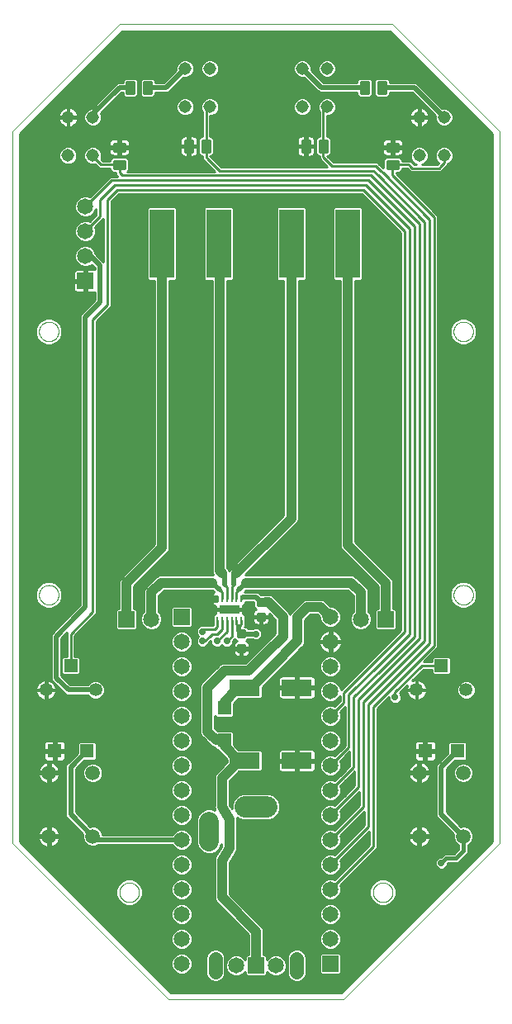
<source format=gtl>
G75*
%MOIN*%
%OFA0B0*%
%FSLAX25Y25*%
%IPPOS*%
%LPD*%
%AMOC8*
5,1,8,0,0,1.08239X$1,22.5*
%
%ADD10C,0.00000*%
%ADD11R,0.06500X0.06500*%
%ADD12C,0.06500*%
%ADD13C,0.01000*%
%ADD14C,0.05315*%
%ADD15R,0.05315X0.05315*%
%ADD16R,0.05500X0.05500*%
%ADD17C,0.05150*%
%ADD18C,0.08000*%
%ADD19C,0.08661*%
%ADD20C,0.00875*%
%ADD21C,0.05500*%
%ADD22R,0.09843X0.27559*%
%ADD23R,0.00984X0.03150*%
%ADD24R,0.07874X0.03543*%
%ADD25C,0.03575*%
%ADD26R,0.12000X0.06500*%
%ADD27C,0.05937*%
%ADD28C,0.00984*%
%ADD29C,0.01969*%
%ADD30C,0.02775*%
%ADD31C,0.01600*%
%ADD32C,0.01575*%
%ADD33C,0.03937*%
D10*
X0064492Y0011220D02*
X0001500Y0074213D01*
X0001500Y0361614D01*
X0044807Y0404921D01*
X0155043Y0404921D01*
X0198350Y0361614D01*
X0198350Y0074213D01*
X0135358Y0011220D01*
X0064492Y0011220D01*
X0044807Y0054528D02*
X0044809Y0054653D01*
X0044815Y0054778D01*
X0044825Y0054902D01*
X0044839Y0055026D01*
X0044856Y0055150D01*
X0044878Y0055273D01*
X0044904Y0055395D01*
X0044933Y0055517D01*
X0044966Y0055637D01*
X0045004Y0055756D01*
X0045044Y0055875D01*
X0045089Y0055991D01*
X0045137Y0056106D01*
X0045189Y0056220D01*
X0045245Y0056332D01*
X0045304Y0056442D01*
X0045366Y0056550D01*
X0045432Y0056657D01*
X0045501Y0056761D01*
X0045574Y0056862D01*
X0045649Y0056962D01*
X0045728Y0057059D01*
X0045810Y0057153D01*
X0045895Y0057245D01*
X0045982Y0057334D01*
X0046073Y0057420D01*
X0046166Y0057503D01*
X0046262Y0057584D01*
X0046360Y0057661D01*
X0046460Y0057735D01*
X0046563Y0057806D01*
X0046668Y0057873D01*
X0046776Y0057938D01*
X0046885Y0057998D01*
X0046996Y0058056D01*
X0047109Y0058109D01*
X0047223Y0058159D01*
X0047339Y0058206D01*
X0047456Y0058248D01*
X0047575Y0058287D01*
X0047695Y0058323D01*
X0047816Y0058354D01*
X0047938Y0058382D01*
X0048060Y0058405D01*
X0048184Y0058425D01*
X0048308Y0058441D01*
X0048432Y0058453D01*
X0048557Y0058461D01*
X0048682Y0058465D01*
X0048806Y0058465D01*
X0048931Y0058461D01*
X0049056Y0058453D01*
X0049180Y0058441D01*
X0049304Y0058425D01*
X0049428Y0058405D01*
X0049550Y0058382D01*
X0049672Y0058354D01*
X0049793Y0058323D01*
X0049913Y0058287D01*
X0050032Y0058248D01*
X0050149Y0058206D01*
X0050265Y0058159D01*
X0050379Y0058109D01*
X0050492Y0058056D01*
X0050603Y0057998D01*
X0050713Y0057938D01*
X0050820Y0057873D01*
X0050925Y0057806D01*
X0051028Y0057735D01*
X0051128Y0057661D01*
X0051226Y0057584D01*
X0051322Y0057503D01*
X0051415Y0057420D01*
X0051506Y0057334D01*
X0051593Y0057245D01*
X0051678Y0057153D01*
X0051760Y0057059D01*
X0051839Y0056962D01*
X0051914Y0056862D01*
X0051987Y0056761D01*
X0052056Y0056657D01*
X0052122Y0056550D01*
X0052184Y0056442D01*
X0052243Y0056332D01*
X0052299Y0056220D01*
X0052351Y0056106D01*
X0052399Y0055991D01*
X0052444Y0055875D01*
X0052484Y0055756D01*
X0052522Y0055637D01*
X0052555Y0055517D01*
X0052584Y0055395D01*
X0052610Y0055273D01*
X0052632Y0055150D01*
X0052649Y0055026D01*
X0052663Y0054902D01*
X0052673Y0054778D01*
X0052679Y0054653D01*
X0052681Y0054528D01*
X0052679Y0054403D01*
X0052673Y0054278D01*
X0052663Y0054154D01*
X0052649Y0054030D01*
X0052632Y0053906D01*
X0052610Y0053783D01*
X0052584Y0053661D01*
X0052555Y0053539D01*
X0052522Y0053419D01*
X0052484Y0053300D01*
X0052444Y0053181D01*
X0052399Y0053065D01*
X0052351Y0052950D01*
X0052299Y0052836D01*
X0052243Y0052724D01*
X0052184Y0052614D01*
X0052122Y0052506D01*
X0052056Y0052399D01*
X0051987Y0052295D01*
X0051914Y0052194D01*
X0051839Y0052094D01*
X0051760Y0051997D01*
X0051678Y0051903D01*
X0051593Y0051811D01*
X0051506Y0051722D01*
X0051415Y0051636D01*
X0051322Y0051553D01*
X0051226Y0051472D01*
X0051128Y0051395D01*
X0051028Y0051321D01*
X0050925Y0051250D01*
X0050820Y0051183D01*
X0050712Y0051118D01*
X0050603Y0051058D01*
X0050492Y0051000D01*
X0050379Y0050947D01*
X0050265Y0050897D01*
X0050149Y0050850D01*
X0050032Y0050808D01*
X0049913Y0050769D01*
X0049793Y0050733D01*
X0049672Y0050702D01*
X0049550Y0050674D01*
X0049428Y0050651D01*
X0049304Y0050631D01*
X0049180Y0050615D01*
X0049056Y0050603D01*
X0048931Y0050595D01*
X0048806Y0050591D01*
X0048682Y0050591D01*
X0048557Y0050595D01*
X0048432Y0050603D01*
X0048308Y0050615D01*
X0048184Y0050631D01*
X0048060Y0050651D01*
X0047938Y0050674D01*
X0047816Y0050702D01*
X0047695Y0050733D01*
X0047575Y0050769D01*
X0047456Y0050808D01*
X0047339Y0050850D01*
X0047223Y0050897D01*
X0047109Y0050947D01*
X0046996Y0051000D01*
X0046885Y0051058D01*
X0046775Y0051118D01*
X0046668Y0051183D01*
X0046563Y0051250D01*
X0046460Y0051321D01*
X0046360Y0051395D01*
X0046262Y0051472D01*
X0046166Y0051553D01*
X0046073Y0051636D01*
X0045982Y0051722D01*
X0045895Y0051811D01*
X0045810Y0051903D01*
X0045728Y0051997D01*
X0045649Y0052094D01*
X0045574Y0052194D01*
X0045501Y0052295D01*
X0045432Y0052399D01*
X0045366Y0052506D01*
X0045304Y0052614D01*
X0045245Y0052724D01*
X0045189Y0052836D01*
X0045137Y0052950D01*
X0045089Y0053065D01*
X0045044Y0053181D01*
X0045004Y0053300D01*
X0044966Y0053419D01*
X0044933Y0053539D01*
X0044904Y0053661D01*
X0044878Y0053783D01*
X0044856Y0053906D01*
X0044839Y0054030D01*
X0044825Y0054154D01*
X0044815Y0054278D01*
X0044809Y0054403D01*
X0044807Y0054528D01*
X0012327Y0174606D02*
X0012329Y0174731D01*
X0012335Y0174856D01*
X0012345Y0174980D01*
X0012359Y0175104D01*
X0012376Y0175228D01*
X0012398Y0175351D01*
X0012424Y0175473D01*
X0012453Y0175595D01*
X0012486Y0175715D01*
X0012524Y0175834D01*
X0012564Y0175953D01*
X0012609Y0176069D01*
X0012657Y0176184D01*
X0012709Y0176298D01*
X0012765Y0176410D01*
X0012824Y0176520D01*
X0012886Y0176628D01*
X0012952Y0176735D01*
X0013021Y0176839D01*
X0013094Y0176940D01*
X0013169Y0177040D01*
X0013248Y0177137D01*
X0013330Y0177231D01*
X0013415Y0177323D01*
X0013502Y0177412D01*
X0013593Y0177498D01*
X0013686Y0177581D01*
X0013782Y0177662D01*
X0013880Y0177739D01*
X0013980Y0177813D01*
X0014083Y0177884D01*
X0014188Y0177951D01*
X0014296Y0178016D01*
X0014405Y0178076D01*
X0014516Y0178134D01*
X0014629Y0178187D01*
X0014743Y0178237D01*
X0014859Y0178284D01*
X0014976Y0178326D01*
X0015095Y0178365D01*
X0015215Y0178401D01*
X0015336Y0178432D01*
X0015458Y0178460D01*
X0015580Y0178483D01*
X0015704Y0178503D01*
X0015828Y0178519D01*
X0015952Y0178531D01*
X0016077Y0178539D01*
X0016202Y0178543D01*
X0016326Y0178543D01*
X0016451Y0178539D01*
X0016576Y0178531D01*
X0016700Y0178519D01*
X0016824Y0178503D01*
X0016948Y0178483D01*
X0017070Y0178460D01*
X0017192Y0178432D01*
X0017313Y0178401D01*
X0017433Y0178365D01*
X0017552Y0178326D01*
X0017669Y0178284D01*
X0017785Y0178237D01*
X0017899Y0178187D01*
X0018012Y0178134D01*
X0018123Y0178076D01*
X0018233Y0178016D01*
X0018340Y0177951D01*
X0018445Y0177884D01*
X0018548Y0177813D01*
X0018648Y0177739D01*
X0018746Y0177662D01*
X0018842Y0177581D01*
X0018935Y0177498D01*
X0019026Y0177412D01*
X0019113Y0177323D01*
X0019198Y0177231D01*
X0019280Y0177137D01*
X0019359Y0177040D01*
X0019434Y0176940D01*
X0019507Y0176839D01*
X0019576Y0176735D01*
X0019642Y0176628D01*
X0019704Y0176520D01*
X0019763Y0176410D01*
X0019819Y0176298D01*
X0019871Y0176184D01*
X0019919Y0176069D01*
X0019964Y0175953D01*
X0020004Y0175834D01*
X0020042Y0175715D01*
X0020075Y0175595D01*
X0020104Y0175473D01*
X0020130Y0175351D01*
X0020152Y0175228D01*
X0020169Y0175104D01*
X0020183Y0174980D01*
X0020193Y0174856D01*
X0020199Y0174731D01*
X0020201Y0174606D01*
X0020199Y0174481D01*
X0020193Y0174356D01*
X0020183Y0174232D01*
X0020169Y0174108D01*
X0020152Y0173984D01*
X0020130Y0173861D01*
X0020104Y0173739D01*
X0020075Y0173617D01*
X0020042Y0173497D01*
X0020004Y0173378D01*
X0019964Y0173259D01*
X0019919Y0173143D01*
X0019871Y0173028D01*
X0019819Y0172914D01*
X0019763Y0172802D01*
X0019704Y0172692D01*
X0019642Y0172584D01*
X0019576Y0172477D01*
X0019507Y0172373D01*
X0019434Y0172272D01*
X0019359Y0172172D01*
X0019280Y0172075D01*
X0019198Y0171981D01*
X0019113Y0171889D01*
X0019026Y0171800D01*
X0018935Y0171714D01*
X0018842Y0171631D01*
X0018746Y0171550D01*
X0018648Y0171473D01*
X0018548Y0171399D01*
X0018445Y0171328D01*
X0018340Y0171261D01*
X0018232Y0171196D01*
X0018123Y0171136D01*
X0018012Y0171078D01*
X0017899Y0171025D01*
X0017785Y0170975D01*
X0017669Y0170928D01*
X0017552Y0170886D01*
X0017433Y0170847D01*
X0017313Y0170811D01*
X0017192Y0170780D01*
X0017070Y0170752D01*
X0016948Y0170729D01*
X0016824Y0170709D01*
X0016700Y0170693D01*
X0016576Y0170681D01*
X0016451Y0170673D01*
X0016326Y0170669D01*
X0016202Y0170669D01*
X0016077Y0170673D01*
X0015952Y0170681D01*
X0015828Y0170693D01*
X0015704Y0170709D01*
X0015580Y0170729D01*
X0015458Y0170752D01*
X0015336Y0170780D01*
X0015215Y0170811D01*
X0015095Y0170847D01*
X0014976Y0170886D01*
X0014859Y0170928D01*
X0014743Y0170975D01*
X0014629Y0171025D01*
X0014516Y0171078D01*
X0014405Y0171136D01*
X0014295Y0171196D01*
X0014188Y0171261D01*
X0014083Y0171328D01*
X0013980Y0171399D01*
X0013880Y0171473D01*
X0013782Y0171550D01*
X0013686Y0171631D01*
X0013593Y0171714D01*
X0013502Y0171800D01*
X0013415Y0171889D01*
X0013330Y0171981D01*
X0013248Y0172075D01*
X0013169Y0172172D01*
X0013094Y0172272D01*
X0013021Y0172373D01*
X0012952Y0172477D01*
X0012886Y0172584D01*
X0012824Y0172692D01*
X0012765Y0172802D01*
X0012709Y0172914D01*
X0012657Y0173028D01*
X0012609Y0173143D01*
X0012564Y0173259D01*
X0012524Y0173378D01*
X0012486Y0173497D01*
X0012453Y0173617D01*
X0012424Y0173739D01*
X0012398Y0173861D01*
X0012376Y0173984D01*
X0012359Y0174108D01*
X0012345Y0174232D01*
X0012335Y0174356D01*
X0012329Y0174481D01*
X0012327Y0174606D01*
X0012327Y0280906D02*
X0012329Y0281031D01*
X0012335Y0281156D01*
X0012345Y0281280D01*
X0012359Y0281404D01*
X0012376Y0281528D01*
X0012398Y0281651D01*
X0012424Y0281773D01*
X0012453Y0281895D01*
X0012486Y0282015D01*
X0012524Y0282134D01*
X0012564Y0282253D01*
X0012609Y0282369D01*
X0012657Y0282484D01*
X0012709Y0282598D01*
X0012765Y0282710D01*
X0012824Y0282820D01*
X0012886Y0282928D01*
X0012952Y0283035D01*
X0013021Y0283139D01*
X0013094Y0283240D01*
X0013169Y0283340D01*
X0013248Y0283437D01*
X0013330Y0283531D01*
X0013415Y0283623D01*
X0013502Y0283712D01*
X0013593Y0283798D01*
X0013686Y0283881D01*
X0013782Y0283962D01*
X0013880Y0284039D01*
X0013980Y0284113D01*
X0014083Y0284184D01*
X0014188Y0284251D01*
X0014296Y0284316D01*
X0014405Y0284376D01*
X0014516Y0284434D01*
X0014629Y0284487D01*
X0014743Y0284537D01*
X0014859Y0284584D01*
X0014976Y0284626D01*
X0015095Y0284665D01*
X0015215Y0284701D01*
X0015336Y0284732D01*
X0015458Y0284760D01*
X0015580Y0284783D01*
X0015704Y0284803D01*
X0015828Y0284819D01*
X0015952Y0284831D01*
X0016077Y0284839D01*
X0016202Y0284843D01*
X0016326Y0284843D01*
X0016451Y0284839D01*
X0016576Y0284831D01*
X0016700Y0284819D01*
X0016824Y0284803D01*
X0016948Y0284783D01*
X0017070Y0284760D01*
X0017192Y0284732D01*
X0017313Y0284701D01*
X0017433Y0284665D01*
X0017552Y0284626D01*
X0017669Y0284584D01*
X0017785Y0284537D01*
X0017899Y0284487D01*
X0018012Y0284434D01*
X0018123Y0284376D01*
X0018233Y0284316D01*
X0018340Y0284251D01*
X0018445Y0284184D01*
X0018548Y0284113D01*
X0018648Y0284039D01*
X0018746Y0283962D01*
X0018842Y0283881D01*
X0018935Y0283798D01*
X0019026Y0283712D01*
X0019113Y0283623D01*
X0019198Y0283531D01*
X0019280Y0283437D01*
X0019359Y0283340D01*
X0019434Y0283240D01*
X0019507Y0283139D01*
X0019576Y0283035D01*
X0019642Y0282928D01*
X0019704Y0282820D01*
X0019763Y0282710D01*
X0019819Y0282598D01*
X0019871Y0282484D01*
X0019919Y0282369D01*
X0019964Y0282253D01*
X0020004Y0282134D01*
X0020042Y0282015D01*
X0020075Y0281895D01*
X0020104Y0281773D01*
X0020130Y0281651D01*
X0020152Y0281528D01*
X0020169Y0281404D01*
X0020183Y0281280D01*
X0020193Y0281156D01*
X0020199Y0281031D01*
X0020201Y0280906D01*
X0020199Y0280781D01*
X0020193Y0280656D01*
X0020183Y0280532D01*
X0020169Y0280408D01*
X0020152Y0280284D01*
X0020130Y0280161D01*
X0020104Y0280039D01*
X0020075Y0279917D01*
X0020042Y0279797D01*
X0020004Y0279678D01*
X0019964Y0279559D01*
X0019919Y0279443D01*
X0019871Y0279328D01*
X0019819Y0279214D01*
X0019763Y0279102D01*
X0019704Y0278992D01*
X0019642Y0278884D01*
X0019576Y0278777D01*
X0019507Y0278673D01*
X0019434Y0278572D01*
X0019359Y0278472D01*
X0019280Y0278375D01*
X0019198Y0278281D01*
X0019113Y0278189D01*
X0019026Y0278100D01*
X0018935Y0278014D01*
X0018842Y0277931D01*
X0018746Y0277850D01*
X0018648Y0277773D01*
X0018548Y0277699D01*
X0018445Y0277628D01*
X0018340Y0277561D01*
X0018232Y0277496D01*
X0018123Y0277436D01*
X0018012Y0277378D01*
X0017899Y0277325D01*
X0017785Y0277275D01*
X0017669Y0277228D01*
X0017552Y0277186D01*
X0017433Y0277147D01*
X0017313Y0277111D01*
X0017192Y0277080D01*
X0017070Y0277052D01*
X0016948Y0277029D01*
X0016824Y0277009D01*
X0016700Y0276993D01*
X0016576Y0276981D01*
X0016451Y0276973D01*
X0016326Y0276969D01*
X0016202Y0276969D01*
X0016077Y0276973D01*
X0015952Y0276981D01*
X0015828Y0276993D01*
X0015704Y0277009D01*
X0015580Y0277029D01*
X0015458Y0277052D01*
X0015336Y0277080D01*
X0015215Y0277111D01*
X0015095Y0277147D01*
X0014976Y0277186D01*
X0014859Y0277228D01*
X0014743Y0277275D01*
X0014629Y0277325D01*
X0014516Y0277378D01*
X0014405Y0277436D01*
X0014295Y0277496D01*
X0014188Y0277561D01*
X0014083Y0277628D01*
X0013980Y0277699D01*
X0013880Y0277773D01*
X0013782Y0277850D01*
X0013686Y0277931D01*
X0013593Y0278014D01*
X0013502Y0278100D01*
X0013415Y0278189D01*
X0013330Y0278281D01*
X0013248Y0278375D01*
X0013169Y0278472D01*
X0013094Y0278572D01*
X0013021Y0278673D01*
X0012952Y0278777D01*
X0012886Y0278884D01*
X0012824Y0278992D01*
X0012765Y0279102D01*
X0012709Y0279214D01*
X0012657Y0279328D01*
X0012609Y0279443D01*
X0012564Y0279559D01*
X0012524Y0279678D01*
X0012486Y0279797D01*
X0012453Y0279917D01*
X0012424Y0280039D01*
X0012398Y0280161D01*
X0012376Y0280284D01*
X0012359Y0280408D01*
X0012345Y0280532D01*
X0012335Y0280656D01*
X0012329Y0280781D01*
X0012327Y0280906D01*
X0147169Y0054528D02*
X0147171Y0054653D01*
X0147177Y0054778D01*
X0147187Y0054902D01*
X0147201Y0055026D01*
X0147218Y0055150D01*
X0147240Y0055273D01*
X0147266Y0055395D01*
X0147295Y0055517D01*
X0147328Y0055637D01*
X0147366Y0055756D01*
X0147406Y0055875D01*
X0147451Y0055991D01*
X0147499Y0056106D01*
X0147551Y0056220D01*
X0147607Y0056332D01*
X0147666Y0056442D01*
X0147728Y0056550D01*
X0147794Y0056657D01*
X0147863Y0056761D01*
X0147936Y0056862D01*
X0148011Y0056962D01*
X0148090Y0057059D01*
X0148172Y0057153D01*
X0148257Y0057245D01*
X0148344Y0057334D01*
X0148435Y0057420D01*
X0148528Y0057503D01*
X0148624Y0057584D01*
X0148722Y0057661D01*
X0148822Y0057735D01*
X0148925Y0057806D01*
X0149030Y0057873D01*
X0149138Y0057938D01*
X0149247Y0057998D01*
X0149358Y0058056D01*
X0149471Y0058109D01*
X0149585Y0058159D01*
X0149701Y0058206D01*
X0149818Y0058248D01*
X0149937Y0058287D01*
X0150057Y0058323D01*
X0150178Y0058354D01*
X0150300Y0058382D01*
X0150422Y0058405D01*
X0150546Y0058425D01*
X0150670Y0058441D01*
X0150794Y0058453D01*
X0150919Y0058461D01*
X0151044Y0058465D01*
X0151168Y0058465D01*
X0151293Y0058461D01*
X0151418Y0058453D01*
X0151542Y0058441D01*
X0151666Y0058425D01*
X0151790Y0058405D01*
X0151912Y0058382D01*
X0152034Y0058354D01*
X0152155Y0058323D01*
X0152275Y0058287D01*
X0152394Y0058248D01*
X0152511Y0058206D01*
X0152627Y0058159D01*
X0152741Y0058109D01*
X0152854Y0058056D01*
X0152965Y0057998D01*
X0153075Y0057938D01*
X0153182Y0057873D01*
X0153287Y0057806D01*
X0153390Y0057735D01*
X0153490Y0057661D01*
X0153588Y0057584D01*
X0153684Y0057503D01*
X0153777Y0057420D01*
X0153868Y0057334D01*
X0153955Y0057245D01*
X0154040Y0057153D01*
X0154122Y0057059D01*
X0154201Y0056962D01*
X0154276Y0056862D01*
X0154349Y0056761D01*
X0154418Y0056657D01*
X0154484Y0056550D01*
X0154546Y0056442D01*
X0154605Y0056332D01*
X0154661Y0056220D01*
X0154713Y0056106D01*
X0154761Y0055991D01*
X0154806Y0055875D01*
X0154846Y0055756D01*
X0154884Y0055637D01*
X0154917Y0055517D01*
X0154946Y0055395D01*
X0154972Y0055273D01*
X0154994Y0055150D01*
X0155011Y0055026D01*
X0155025Y0054902D01*
X0155035Y0054778D01*
X0155041Y0054653D01*
X0155043Y0054528D01*
X0155041Y0054403D01*
X0155035Y0054278D01*
X0155025Y0054154D01*
X0155011Y0054030D01*
X0154994Y0053906D01*
X0154972Y0053783D01*
X0154946Y0053661D01*
X0154917Y0053539D01*
X0154884Y0053419D01*
X0154846Y0053300D01*
X0154806Y0053181D01*
X0154761Y0053065D01*
X0154713Y0052950D01*
X0154661Y0052836D01*
X0154605Y0052724D01*
X0154546Y0052614D01*
X0154484Y0052506D01*
X0154418Y0052399D01*
X0154349Y0052295D01*
X0154276Y0052194D01*
X0154201Y0052094D01*
X0154122Y0051997D01*
X0154040Y0051903D01*
X0153955Y0051811D01*
X0153868Y0051722D01*
X0153777Y0051636D01*
X0153684Y0051553D01*
X0153588Y0051472D01*
X0153490Y0051395D01*
X0153390Y0051321D01*
X0153287Y0051250D01*
X0153182Y0051183D01*
X0153074Y0051118D01*
X0152965Y0051058D01*
X0152854Y0051000D01*
X0152741Y0050947D01*
X0152627Y0050897D01*
X0152511Y0050850D01*
X0152394Y0050808D01*
X0152275Y0050769D01*
X0152155Y0050733D01*
X0152034Y0050702D01*
X0151912Y0050674D01*
X0151790Y0050651D01*
X0151666Y0050631D01*
X0151542Y0050615D01*
X0151418Y0050603D01*
X0151293Y0050595D01*
X0151168Y0050591D01*
X0151044Y0050591D01*
X0150919Y0050595D01*
X0150794Y0050603D01*
X0150670Y0050615D01*
X0150546Y0050631D01*
X0150422Y0050651D01*
X0150300Y0050674D01*
X0150178Y0050702D01*
X0150057Y0050733D01*
X0149937Y0050769D01*
X0149818Y0050808D01*
X0149701Y0050850D01*
X0149585Y0050897D01*
X0149471Y0050947D01*
X0149358Y0051000D01*
X0149247Y0051058D01*
X0149137Y0051118D01*
X0149030Y0051183D01*
X0148925Y0051250D01*
X0148822Y0051321D01*
X0148722Y0051395D01*
X0148624Y0051472D01*
X0148528Y0051553D01*
X0148435Y0051636D01*
X0148344Y0051722D01*
X0148257Y0051811D01*
X0148172Y0051903D01*
X0148090Y0051997D01*
X0148011Y0052094D01*
X0147936Y0052194D01*
X0147863Y0052295D01*
X0147794Y0052399D01*
X0147728Y0052506D01*
X0147666Y0052614D01*
X0147607Y0052724D01*
X0147551Y0052836D01*
X0147499Y0052950D01*
X0147451Y0053065D01*
X0147406Y0053181D01*
X0147366Y0053300D01*
X0147328Y0053419D01*
X0147295Y0053539D01*
X0147266Y0053661D01*
X0147240Y0053783D01*
X0147218Y0053906D01*
X0147201Y0054030D01*
X0147187Y0054154D01*
X0147177Y0054278D01*
X0147171Y0054403D01*
X0147169Y0054528D01*
X0179650Y0174606D02*
X0179652Y0174731D01*
X0179658Y0174856D01*
X0179668Y0174980D01*
X0179682Y0175104D01*
X0179699Y0175228D01*
X0179721Y0175351D01*
X0179747Y0175473D01*
X0179776Y0175595D01*
X0179809Y0175715D01*
X0179847Y0175834D01*
X0179887Y0175953D01*
X0179932Y0176069D01*
X0179980Y0176184D01*
X0180032Y0176298D01*
X0180088Y0176410D01*
X0180147Y0176520D01*
X0180209Y0176628D01*
X0180275Y0176735D01*
X0180344Y0176839D01*
X0180417Y0176940D01*
X0180492Y0177040D01*
X0180571Y0177137D01*
X0180653Y0177231D01*
X0180738Y0177323D01*
X0180825Y0177412D01*
X0180916Y0177498D01*
X0181009Y0177581D01*
X0181105Y0177662D01*
X0181203Y0177739D01*
X0181303Y0177813D01*
X0181406Y0177884D01*
X0181511Y0177951D01*
X0181619Y0178016D01*
X0181728Y0178076D01*
X0181839Y0178134D01*
X0181952Y0178187D01*
X0182066Y0178237D01*
X0182182Y0178284D01*
X0182299Y0178326D01*
X0182418Y0178365D01*
X0182538Y0178401D01*
X0182659Y0178432D01*
X0182781Y0178460D01*
X0182903Y0178483D01*
X0183027Y0178503D01*
X0183151Y0178519D01*
X0183275Y0178531D01*
X0183400Y0178539D01*
X0183525Y0178543D01*
X0183649Y0178543D01*
X0183774Y0178539D01*
X0183899Y0178531D01*
X0184023Y0178519D01*
X0184147Y0178503D01*
X0184271Y0178483D01*
X0184393Y0178460D01*
X0184515Y0178432D01*
X0184636Y0178401D01*
X0184756Y0178365D01*
X0184875Y0178326D01*
X0184992Y0178284D01*
X0185108Y0178237D01*
X0185222Y0178187D01*
X0185335Y0178134D01*
X0185446Y0178076D01*
X0185556Y0178016D01*
X0185663Y0177951D01*
X0185768Y0177884D01*
X0185871Y0177813D01*
X0185971Y0177739D01*
X0186069Y0177662D01*
X0186165Y0177581D01*
X0186258Y0177498D01*
X0186349Y0177412D01*
X0186436Y0177323D01*
X0186521Y0177231D01*
X0186603Y0177137D01*
X0186682Y0177040D01*
X0186757Y0176940D01*
X0186830Y0176839D01*
X0186899Y0176735D01*
X0186965Y0176628D01*
X0187027Y0176520D01*
X0187086Y0176410D01*
X0187142Y0176298D01*
X0187194Y0176184D01*
X0187242Y0176069D01*
X0187287Y0175953D01*
X0187327Y0175834D01*
X0187365Y0175715D01*
X0187398Y0175595D01*
X0187427Y0175473D01*
X0187453Y0175351D01*
X0187475Y0175228D01*
X0187492Y0175104D01*
X0187506Y0174980D01*
X0187516Y0174856D01*
X0187522Y0174731D01*
X0187524Y0174606D01*
X0187522Y0174481D01*
X0187516Y0174356D01*
X0187506Y0174232D01*
X0187492Y0174108D01*
X0187475Y0173984D01*
X0187453Y0173861D01*
X0187427Y0173739D01*
X0187398Y0173617D01*
X0187365Y0173497D01*
X0187327Y0173378D01*
X0187287Y0173259D01*
X0187242Y0173143D01*
X0187194Y0173028D01*
X0187142Y0172914D01*
X0187086Y0172802D01*
X0187027Y0172692D01*
X0186965Y0172584D01*
X0186899Y0172477D01*
X0186830Y0172373D01*
X0186757Y0172272D01*
X0186682Y0172172D01*
X0186603Y0172075D01*
X0186521Y0171981D01*
X0186436Y0171889D01*
X0186349Y0171800D01*
X0186258Y0171714D01*
X0186165Y0171631D01*
X0186069Y0171550D01*
X0185971Y0171473D01*
X0185871Y0171399D01*
X0185768Y0171328D01*
X0185663Y0171261D01*
X0185555Y0171196D01*
X0185446Y0171136D01*
X0185335Y0171078D01*
X0185222Y0171025D01*
X0185108Y0170975D01*
X0184992Y0170928D01*
X0184875Y0170886D01*
X0184756Y0170847D01*
X0184636Y0170811D01*
X0184515Y0170780D01*
X0184393Y0170752D01*
X0184271Y0170729D01*
X0184147Y0170709D01*
X0184023Y0170693D01*
X0183899Y0170681D01*
X0183774Y0170673D01*
X0183649Y0170669D01*
X0183525Y0170669D01*
X0183400Y0170673D01*
X0183275Y0170681D01*
X0183151Y0170693D01*
X0183027Y0170709D01*
X0182903Y0170729D01*
X0182781Y0170752D01*
X0182659Y0170780D01*
X0182538Y0170811D01*
X0182418Y0170847D01*
X0182299Y0170886D01*
X0182182Y0170928D01*
X0182066Y0170975D01*
X0181952Y0171025D01*
X0181839Y0171078D01*
X0181728Y0171136D01*
X0181618Y0171196D01*
X0181511Y0171261D01*
X0181406Y0171328D01*
X0181303Y0171399D01*
X0181203Y0171473D01*
X0181105Y0171550D01*
X0181009Y0171631D01*
X0180916Y0171714D01*
X0180825Y0171800D01*
X0180738Y0171889D01*
X0180653Y0171981D01*
X0180571Y0172075D01*
X0180492Y0172172D01*
X0180417Y0172272D01*
X0180344Y0172373D01*
X0180275Y0172477D01*
X0180209Y0172584D01*
X0180147Y0172692D01*
X0180088Y0172802D01*
X0180032Y0172914D01*
X0179980Y0173028D01*
X0179932Y0173143D01*
X0179887Y0173259D01*
X0179847Y0173378D01*
X0179809Y0173497D01*
X0179776Y0173617D01*
X0179747Y0173739D01*
X0179721Y0173861D01*
X0179699Y0173984D01*
X0179682Y0174108D01*
X0179668Y0174232D01*
X0179658Y0174356D01*
X0179652Y0174481D01*
X0179650Y0174606D01*
X0179650Y0280906D02*
X0179652Y0281031D01*
X0179658Y0281156D01*
X0179668Y0281280D01*
X0179682Y0281404D01*
X0179699Y0281528D01*
X0179721Y0281651D01*
X0179747Y0281773D01*
X0179776Y0281895D01*
X0179809Y0282015D01*
X0179847Y0282134D01*
X0179887Y0282253D01*
X0179932Y0282369D01*
X0179980Y0282484D01*
X0180032Y0282598D01*
X0180088Y0282710D01*
X0180147Y0282820D01*
X0180209Y0282928D01*
X0180275Y0283035D01*
X0180344Y0283139D01*
X0180417Y0283240D01*
X0180492Y0283340D01*
X0180571Y0283437D01*
X0180653Y0283531D01*
X0180738Y0283623D01*
X0180825Y0283712D01*
X0180916Y0283798D01*
X0181009Y0283881D01*
X0181105Y0283962D01*
X0181203Y0284039D01*
X0181303Y0284113D01*
X0181406Y0284184D01*
X0181511Y0284251D01*
X0181619Y0284316D01*
X0181728Y0284376D01*
X0181839Y0284434D01*
X0181952Y0284487D01*
X0182066Y0284537D01*
X0182182Y0284584D01*
X0182299Y0284626D01*
X0182418Y0284665D01*
X0182538Y0284701D01*
X0182659Y0284732D01*
X0182781Y0284760D01*
X0182903Y0284783D01*
X0183027Y0284803D01*
X0183151Y0284819D01*
X0183275Y0284831D01*
X0183400Y0284839D01*
X0183525Y0284843D01*
X0183649Y0284843D01*
X0183774Y0284839D01*
X0183899Y0284831D01*
X0184023Y0284819D01*
X0184147Y0284803D01*
X0184271Y0284783D01*
X0184393Y0284760D01*
X0184515Y0284732D01*
X0184636Y0284701D01*
X0184756Y0284665D01*
X0184875Y0284626D01*
X0184992Y0284584D01*
X0185108Y0284537D01*
X0185222Y0284487D01*
X0185335Y0284434D01*
X0185446Y0284376D01*
X0185556Y0284316D01*
X0185663Y0284251D01*
X0185768Y0284184D01*
X0185871Y0284113D01*
X0185971Y0284039D01*
X0186069Y0283962D01*
X0186165Y0283881D01*
X0186258Y0283798D01*
X0186349Y0283712D01*
X0186436Y0283623D01*
X0186521Y0283531D01*
X0186603Y0283437D01*
X0186682Y0283340D01*
X0186757Y0283240D01*
X0186830Y0283139D01*
X0186899Y0283035D01*
X0186965Y0282928D01*
X0187027Y0282820D01*
X0187086Y0282710D01*
X0187142Y0282598D01*
X0187194Y0282484D01*
X0187242Y0282369D01*
X0187287Y0282253D01*
X0187327Y0282134D01*
X0187365Y0282015D01*
X0187398Y0281895D01*
X0187427Y0281773D01*
X0187453Y0281651D01*
X0187475Y0281528D01*
X0187492Y0281404D01*
X0187506Y0281280D01*
X0187516Y0281156D01*
X0187522Y0281031D01*
X0187524Y0280906D01*
X0187522Y0280781D01*
X0187516Y0280656D01*
X0187506Y0280532D01*
X0187492Y0280408D01*
X0187475Y0280284D01*
X0187453Y0280161D01*
X0187427Y0280039D01*
X0187398Y0279917D01*
X0187365Y0279797D01*
X0187327Y0279678D01*
X0187287Y0279559D01*
X0187242Y0279443D01*
X0187194Y0279328D01*
X0187142Y0279214D01*
X0187086Y0279102D01*
X0187027Y0278992D01*
X0186965Y0278884D01*
X0186899Y0278777D01*
X0186830Y0278673D01*
X0186757Y0278572D01*
X0186682Y0278472D01*
X0186603Y0278375D01*
X0186521Y0278281D01*
X0186436Y0278189D01*
X0186349Y0278100D01*
X0186258Y0278014D01*
X0186165Y0277931D01*
X0186069Y0277850D01*
X0185971Y0277773D01*
X0185871Y0277699D01*
X0185768Y0277628D01*
X0185663Y0277561D01*
X0185555Y0277496D01*
X0185446Y0277436D01*
X0185335Y0277378D01*
X0185222Y0277325D01*
X0185108Y0277275D01*
X0184992Y0277228D01*
X0184875Y0277186D01*
X0184756Y0277147D01*
X0184636Y0277111D01*
X0184515Y0277080D01*
X0184393Y0277052D01*
X0184271Y0277029D01*
X0184147Y0277009D01*
X0184023Y0276993D01*
X0183899Y0276981D01*
X0183774Y0276973D01*
X0183649Y0276969D01*
X0183525Y0276969D01*
X0183400Y0276973D01*
X0183275Y0276981D01*
X0183151Y0276993D01*
X0183027Y0277009D01*
X0182903Y0277029D01*
X0182781Y0277052D01*
X0182659Y0277080D01*
X0182538Y0277111D01*
X0182418Y0277147D01*
X0182299Y0277186D01*
X0182182Y0277228D01*
X0182066Y0277275D01*
X0181952Y0277325D01*
X0181839Y0277378D01*
X0181728Y0277436D01*
X0181618Y0277496D01*
X0181511Y0277561D01*
X0181406Y0277628D01*
X0181303Y0277699D01*
X0181203Y0277773D01*
X0181105Y0277850D01*
X0181009Y0277931D01*
X0180916Y0278014D01*
X0180825Y0278100D01*
X0180738Y0278189D01*
X0180653Y0278281D01*
X0180571Y0278375D01*
X0180492Y0278472D01*
X0180417Y0278572D01*
X0180344Y0278673D01*
X0180275Y0278777D01*
X0180209Y0278884D01*
X0180147Y0278992D01*
X0180088Y0279102D01*
X0180032Y0279214D01*
X0179980Y0279328D01*
X0179932Y0279443D01*
X0179887Y0279559D01*
X0179847Y0279678D01*
X0179809Y0279797D01*
X0179776Y0279917D01*
X0179747Y0280039D01*
X0179721Y0280161D01*
X0179699Y0280284D01*
X0179682Y0280408D01*
X0179668Y0280532D01*
X0179658Y0280656D01*
X0179652Y0280781D01*
X0179650Y0280906D01*
D11*
X0152169Y0164764D03*
X0129925Y0025709D03*
X0099925Y0025000D03*
X0069925Y0165728D03*
X0047681Y0164764D03*
X0031028Y0301339D03*
D12*
X0031028Y0311339D03*
X0031028Y0321339D03*
X0031028Y0331339D03*
X0057681Y0164764D03*
X0069925Y0155728D03*
X0069925Y0145728D03*
X0069925Y0135728D03*
X0069925Y0125728D03*
X0069925Y0115728D03*
X0069925Y0105728D03*
X0069925Y0095728D03*
X0069925Y0085728D03*
X0069925Y0075728D03*
X0069925Y0065728D03*
X0069925Y0055728D03*
X0069925Y0045728D03*
X0069925Y0035728D03*
X0069925Y0025728D03*
X0091925Y0025000D03*
X0107925Y0025000D03*
X0129925Y0035709D03*
X0129925Y0045709D03*
X0129925Y0055709D03*
X0129925Y0065709D03*
X0129925Y0075709D03*
X0129925Y0085709D03*
X0129925Y0095709D03*
X0129925Y0105709D03*
X0129925Y0115709D03*
X0129925Y0125709D03*
X0129925Y0135709D03*
X0129925Y0145709D03*
X0129925Y0155709D03*
X0129925Y0165709D03*
X0142169Y0164764D03*
D13*
X0152793Y0346772D02*
X0152793Y0349772D01*
X0157293Y0349772D01*
X0157293Y0346772D01*
X0152793Y0346772D01*
X0152793Y0347771D02*
X0157293Y0347771D01*
X0157293Y0348770D02*
X0152793Y0348770D01*
X0152793Y0349769D02*
X0157293Y0349769D01*
X0152793Y0353772D02*
X0152793Y0356772D01*
X0157293Y0356772D01*
X0157293Y0353772D01*
X0152793Y0353772D01*
X0152793Y0354771D02*
X0157293Y0354771D01*
X0157293Y0355770D02*
X0152793Y0355770D01*
X0152793Y0356769D02*
X0157293Y0356769D01*
X0152169Y0381581D02*
X0149169Y0381581D01*
X0152169Y0381581D02*
X0152169Y0377081D01*
X0149169Y0377081D01*
X0149169Y0381581D01*
X0149169Y0378080D02*
X0152169Y0378080D01*
X0152169Y0379079D02*
X0149169Y0379079D01*
X0149169Y0380078D02*
X0152169Y0380078D01*
X0152169Y0381077D02*
X0149169Y0381077D01*
X0145169Y0381581D02*
X0142169Y0381581D01*
X0145169Y0381581D02*
X0145169Y0377081D01*
X0142169Y0377081D01*
X0142169Y0381581D01*
X0142169Y0378080D02*
X0145169Y0378080D01*
X0145169Y0379079D02*
X0142169Y0379079D01*
X0142169Y0380078D02*
X0145169Y0380078D01*
X0145169Y0381077D02*
X0142169Y0381077D01*
X0128547Y0353459D02*
X0125547Y0353459D01*
X0125547Y0357959D01*
X0128547Y0357959D01*
X0128547Y0353459D01*
X0128547Y0354458D02*
X0125547Y0354458D01*
X0125547Y0355457D02*
X0128547Y0355457D01*
X0128547Y0356456D02*
X0125547Y0356456D01*
X0125547Y0357455D02*
X0128547Y0357455D01*
X0121547Y0353459D02*
X0118547Y0353459D01*
X0118547Y0357959D01*
X0121547Y0357959D01*
X0121547Y0353459D01*
X0121547Y0354458D02*
X0118547Y0354458D01*
X0118547Y0355457D02*
X0121547Y0355457D01*
X0121547Y0356456D02*
X0118547Y0356456D01*
X0118547Y0357455D02*
X0121547Y0357455D01*
X0081303Y0353459D02*
X0078303Y0353459D01*
X0078303Y0357959D01*
X0081303Y0357959D01*
X0081303Y0353459D01*
X0081303Y0354458D02*
X0078303Y0354458D01*
X0078303Y0355457D02*
X0081303Y0355457D01*
X0081303Y0356456D02*
X0078303Y0356456D01*
X0078303Y0357455D02*
X0081303Y0357455D01*
X0074303Y0353459D02*
X0071303Y0353459D01*
X0071303Y0357959D01*
X0074303Y0357959D01*
X0074303Y0353459D01*
X0074303Y0354458D02*
X0071303Y0354458D01*
X0071303Y0355457D02*
X0074303Y0355457D01*
X0074303Y0356456D02*
X0071303Y0356456D01*
X0071303Y0357455D02*
X0074303Y0357455D01*
X0057681Y0377081D02*
X0054681Y0377081D01*
X0054681Y0381581D01*
X0057681Y0381581D01*
X0057681Y0377081D01*
X0057681Y0378080D02*
X0054681Y0378080D01*
X0054681Y0379079D02*
X0057681Y0379079D01*
X0057681Y0380078D02*
X0054681Y0380078D01*
X0054681Y0381077D02*
X0057681Y0381077D01*
X0050681Y0377081D02*
X0047681Y0377081D01*
X0047681Y0381581D01*
X0050681Y0381581D01*
X0050681Y0377081D01*
X0050681Y0378080D02*
X0047681Y0378080D01*
X0047681Y0379079D02*
X0050681Y0379079D01*
X0050681Y0380078D02*
X0047681Y0380078D01*
X0047681Y0381077D02*
X0050681Y0381077D01*
X0042557Y0356772D02*
X0042557Y0353772D01*
X0042557Y0356772D02*
X0047057Y0356772D01*
X0047057Y0353772D01*
X0042557Y0353772D01*
X0042557Y0354771D02*
X0047057Y0354771D01*
X0047057Y0355770D02*
X0042557Y0355770D01*
X0042557Y0356769D02*
X0047057Y0356769D01*
X0042557Y0349772D02*
X0042557Y0346772D01*
X0042557Y0349772D02*
X0047057Y0349772D01*
X0047057Y0346772D01*
X0042557Y0346772D01*
X0042557Y0347771D02*
X0047057Y0347771D01*
X0047057Y0348770D02*
X0042557Y0348770D01*
X0042557Y0349769D02*
X0047057Y0349769D01*
D14*
X0035122Y0136220D03*
X0015122Y0136220D03*
X0164728Y0136220D03*
X0184728Y0136220D03*
D15*
X0174728Y0146063D03*
X0025122Y0146063D03*
D16*
X0018622Y0111614D03*
X0031622Y0111614D03*
X0087130Y0115941D03*
X0087130Y0128941D03*
X0168228Y0111614D03*
X0181228Y0111614D03*
D17*
X0175791Y0351890D03*
X0175791Y0367402D03*
X0165791Y0367402D03*
X0165791Y0351890D03*
X0128547Y0371575D03*
X0128547Y0387087D03*
X0118547Y0387087D03*
X0118547Y0371575D03*
X0081303Y0371575D03*
X0081303Y0387087D03*
X0071303Y0387087D03*
X0071303Y0371575D03*
X0034059Y0367402D03*
X0034059Y0351890D03*
X0024059Y0351890D03*
X0024059Y0367402D03*
D18*
X0081028Y0083134D02*
X0081028Y0075134D01*
X0095925Y0065354D02*
X0103925Y0065354D01*
D19*
X0104256Y0088976D02*
X0095594Y0088976D01*
D20*
X0092707Y0151593D02*
X0092707Y0154219D01*
X0095333Y0154219D01*
X0095333Y0151593D01*
X0092707Y0151593D01*
X0092707Y0152467D02*
X0095333Y0152467D01*
X0095333Y0153341D02*
X0092707Y0153341D01*
X0092707Y0154215D02*
X0095333Y0154215D01*
X0092707Y0157593D02*
X0092707Y0160219D01*
X0095333Y0160219D01*
X0095333Y0157593D01*
X0092707Y0157593D01*
X0092707Y0158467D02*
X0095333Y0158467D01*
X0095333Y0159341D02*
X0092707Y0159341D01*
X0092707Y0160215D02*
X0095333Y0160215D01*
X0100581Y0164388D02*
X0100581Y0167014D01*
X0103207Y0167014D01*
X0103207Y0164388D01*
X0100581Y0164388D01*
X0100581Y0165262D02*
X0103207Y0165262D01*
X0103207Y0166136D02*
X0100581Y0166136D01*
X0100581Y0167010D02*
X0103207Y0167010D01*
X0100581Y0170388D02*
X0100581Y0173014D01*
X0103207Y0173014D01*
X0103207Y0170388D01*
X0100581Y0170388D01*
X0100581Y0171262D02*
X0103207Y0171262D01*
X0103207Y0172136D02*
X0100581Y0172136D01*
X0100581Y0173010D02*
X0103207Y0173010D01*
D21*
X0116325Y0027750D02*
X0116325Y0022250D01*
X0083525Y0022250D02*
X0083525Y0027750D01*
D22*
X0084768Y0316339D03*
X0061933Y0316339D03*
X0114098Y0316339D03*
X0136933Y0316339D03*
D23*
X0094020Y0173031D03*
X0092051Y0173031D03*
X0090083Y0173031D03*
X0088114Y0173031D03*
X0086146Y0173031D03*
X0084177Y0173031D03*
X0084177Y0164370D03*
X0086146Y0164370D03*
X0088114Y0164370D03*
X0090083Y0164370D03*
X0092051Y0164370D03*
X0094020Y0164370D03*
D24*
X0089098Y0168701D03*
D25*
X0089098Y0168701D03*
D26*
X0095331Y0137205D03*
X0095331Y0107677D03*
X0116331Y0107677D03*
X0116331Y0137205D03*
D27*
X0165870Y0102756D03*
X0165870Y0077165D03*
X0183587Y0077165D03*
X0183587Y0102756D03*
X0033980Y0102756D03*
X0033980Y0077165D03*
X0016264Y0077165D03*
X0016264Y0102756D03*
D28*
X0027153Y0052497D02*
X0043709Y0052497D01*
X0043315Y0053448D02*
X0044141Y0051452D01*
X0045669Y0049925D01*
X0047664Y0049098D01*
X0049824Y0049098D01*
X0051819Y0049925D01*
X0053347Y0051452D01*
X0054173Y0053448D01*
X0054173Y0055607D01*
X0053347Y0057603D01*
X0051819Y0059130D01*
X0049824Y0059957D01*
X0047664Y0059957D01*
X0045669Y0059130D01*
X0044141Y0057603D01*
X0043315Y0055607D01*
X0043315Y0053448D01*
X0043315Y0053479D02*
X0026170Y0053479D01*
X0025188Y0054462D02*
X0043315Y0054462D01*
X0043315Y0055445D02*
X0024205Y0055445D01*
X0023222Y0056428D02*
X0043655Y0056428D01*
X0044062Y0057410D02*
X0022239Y0057410D01*
X0021256Y0058393D02*
X0044932Y0058393D01*
X0046262Y0059376D02*
X0020274Y0059376D01*
X0019291Y0060359D02*
X0083085Y0060359D01*
X0083085Y0061341D02*
X0018308Y0061341D01*
X0017325Y0062324D02*
X0067189Y0062324D01*
X0067466Y0062047D02*
X0069061Y0061386D01*
X0070789Y0061386D01*
X0072385Y0062047D01*
X0073606Y0063269D01*
X0074267Y0064865D01*
X0074267Y0066592D01*
X0073606Y0068188D01*
X0072385Y0069409D01*
X0070789Y0070070D01*
X0069061Y0070070D01*
X0067466Y0069409D01*
X0066244Y0068188D01*
X0065583Y0066592D01*
X0065583Y0064865D01*
X0066244Y0063269D01*
X0067466Y0062047D01*
X0066228Y0063307D02*
X0016343Y0063307D01*
X0015360Y0064290D02*
X0065821Y0064290D01*
X0065583Y0065272D02*
X0014377Y0065272D01*
X0013394Y0066255D02*
X0065583Y0066255D01*
X0065851Y0067238D02*
X0012412Y0067238D01*
X0011429Y0068221D02*
X0066277Y0068221D01*
X0067260Y0069204D02*
X0010446Y0069204D01*
X0009463Y0070186D02*
X0079666Y0070186D01*
X0080015Y0070042D02*
X0078143Y0070817D01*
X0076711Y0072249D01*
X0075935Y0074121D01*
X0075935Y0084147D01*
X0076711Y0086018D01*
X0078143Y0087451D01*
X0080015Y0088226D01*
X0082040Y0088226D01*
X0083353Y0087682D01*
X0083208Y0087924D01*
X0083174Y0088153D01*
X0083085Y0088368D01*
X0083085Y0088750D01*
X0083029Y0089128D01*
X0083085Y0089353D01*
X0083085Y0101396D01*
X0083551Y0102521D01*
X0086504Y0105474D01*
X0086504Y0105474D01*
X0088239Y0107209D01*
X0088239Y0108146D01*
X0084535Y0111849D01*
X0084432Y0112099D01*
X0083928Y0112099D01*
X0083288Y0112739D01*
X0083288Y0112880D01*
X0083179Y0112880D01*
X0082054Y0113346D01*
X0079491Y0115909D01*
X0078506Y0116894D01*
X0077645Y0117754D01*
X0077180Y0118879D01*
X0077180Y0137814D01*
X0077645Y0138938D01*
X0084535Y0145828D01*
X0085396Y0146689D01*
X0086521Y0147155D01*
X0095705Y0147155D01*
X0101268Y0152718D01*
X0107691Y0159142D01*
X0107691Y0164480D01*
X0106189Y0165983D01*
X0106189Y0165983D01*
X0105136Y0167036D01*
X0105136Y0166084D01*
X0102277Y0166084D01*
X0102277Y0165318D01*
X0105136Y0165318D01*
X0105136Y0164134D01*
X0105004Y0163643D01*
X0104750Y0163203D01*
X0104391Y0162844D01*
X0103951Y0162590D01*
X0103460Y0162459D01*
X0102277Y0162459D01*
X0102277Y0165318D01*
X0101511Y0165318D01*
X0101511Y0162459D01*
X0100327Y0162459D01*
X0099836Y0162590D01*
X0099396Y0162844D01*
X0099037Y0163203D01*
X0098783Y0163643D01*
X0098652Y0164134D01*
X0098652Y0165318D01*
X0101511Y0165318D01*
X0101511Y0166084D01*
X0098652Y0166084D01*
X0098652Y0167267D01*
X0098783Y0167758D01*
X0099037Y0168198D01*
X0099396Y0168557D01*
X0099836Y0168811D01*
X0100013Y0168859D01*
X0099948Y0168859D01*
X0099052Y0169755D01*
X0099052Y0171546D01*
X0095604Y0171546D01*
X0095604Y0171004D01*
X0094964Y0170365D01*
X0094528Y0170365D01*
X0094528Y0169094D01*
X0092364Y0169094D01*
X0092378Y0169024D01*
X0092378Y0168701D01*
X0089492Y0168701D01*
X0089492Y0168701D01*
X0092378Y0168701D01*
X0092378Y0168378D01*
X0092364Y0168307D01*
X0094528Y0168307D01*
X0094528Y0167037D01*
X0094964Y0167037D01*
X0095604Y0166397D01*
X0095604Y0162139D01*
X0095212Y0161748D01*
X0095966Y0161748D01*
X0096779Y0160935D01*
X0098495Y0160935D01*
X0098521Y0160960D01*
X0099432Y0161338D01*
X0100418Y0161338D01*
X0101330Y0160960D01*
X0102027Y0160263D01*
X0102405Y0159351D01*
X0102405Y0158365D01*
X0102027Y0157454D01*
X0101330Y0156756D01*
X0100418Y0156379D01*
X0099432Y0156379D01*
X0098521Y0156756D01*
X0098495Y0156782D01*
X0096684Y0156782D01*
X0095966Y0156063D01*
X0095901Y0156063D01*
X0096077Y0156016D01*
X0096517Y0155762D01*
X0096876Y0155403D01*
X0097130Y0154963D01*
X0097262Y0154472D01*
X0097262Y0153288D01*
X0094403Y0153288D01*
X0094403Y0152523D01*
X0097262Y0152523D01*
X0097262Y0151339D01*
X0097130Y0150848D01*
X0096876Y0150408D01*
X0096517Y0150049D01*
X0096077Y0149795D01*
X0095586Y0149663D01*
X0094403Y0149663D01*
X0094403Y0152523D01*
X0093637Y0152523D01*
X0090778Y0152523D01*
X0090778Y0151339D01*
X0090909Y0150848D01*
X0091163Y0150408D01*
X0091522Y0150049D01*
X0091962Y0149795D01*
X0092453Y0149663D01*
X0093637Y0149663D01*
X0093637Y0152523D01*
X0093637Y0153288D01*
X0090778Y0153288D01*
X0090778Y0154472D01*
X0090909Y0154963D01*
X0091163Y0155403D01*
X0091522Y0155762D01*
X0091962Y0156016D01*
X0092139Y0156063D01*
X0092074Y0156063D01*
X0091293Y0156844D01*
X0090594Y0156145D01*
X0090594Y0155412D01*
X0090216Y0154501D01*
X0089519Y0153803D01*
X0088607Y0153426D01*
X0087621Y0153426D01*
X0086710Y0153803D01*
X0086146Y0154367D01*
X0085582Y0153803D01*
X0084670Y0153426D01*
X0083684Y0153426D01*
X0082773Y0153803D01*
X0082075Y0154501D01*
X0081698Y0155412D01*
X0081698Y0156107D01*
X0080840Y0155249D01*
X0080573Y0154982D01*
X0080374Y0154501D01*
X0079676Y0153803D01*
X0078765Y0153426D01*
X0077778Y0153426D01*
X0076867Y0153803D01*
X0076170Y0154501D01*
X0075792Y0155412D01*
X0075792Y0156399D01*
X0076170Y0157310D01*
X0076734Y0157874D01*
X0076170Y0158438D01*
X0075792Y0159349D01*
X0075792Y0160336D01*
X0076170Y0161247D01*
X0076867Y0161945D01*
X0077778Y0162322D01*
X0078511Y0162322D01*
X0078600Y0162411D01*
X0082537Y0162411D01*
X0082593Y0162467D01*
X0082593Y0166397D01*
X0083233Y0167037D01*
X0083669Y0167037D01*
X0083669Y0168307D01*
X0085833Y0168307D01*
X0085819Y0168378D01*
X0085819Y0168701D01*
X0088705Y0168701D01*
X0088705Y0168701D01*
X0085819Y0168701D01*
X0085819Y0169024D01*
X0085833Y0169094D01*
X0083669Y0169094D01*
X0083669Y0169965D01*
X0083489Y0169965D01*
X0083109Y0170066D01*
X0082769Y0170263D01*
X0082491Y0170541D01*
X0082295Y0170881D01*
X0082193Y0171260D01*
X0082193Y0173031D01*
X0084177Y0173031D01*
X0084177Y0173032D01*
X0082193Y0173032D01*
X0082193Y0174803D01*
X0082295Y0175182D01*
X0082491Y0175522D01*
X0082769Y0175800D01*
X0082915Y0175885D01*
X0082333Y0176467D01*
X0062807Y0176467D01*
X0060742Y0174402D01*
X0060742Y0167844D01*
X0061362Y0167223D01*
X0062023Y0165627D01*
X0062023Y0163900D01*
X0061362Y0162304D01*
X0060141Y0161083D01*
X0058545Y0160422D01*
X0056817Y0160422D01*
X0055221Y0161083D01*
X0054000Y0162304D01*
X0053339Y0163900D01*
X0053339Y0165627D01*
X0054000Y0167223D01*
X0054620Y0167844D01*
X0054620Y0176278D01*
X0055086Y0177403D01*
X0058945Y0181261D01*
X0059806Y0182122D01*
X0060931Y0182588D01*
X0082694Y0182588D01*
X0082567Y0182715D01*
X0082101Y0183840D01*
X0082101Y0301467D01*
X0079394Y0301467D01*
X0078754Y0302107D01*
X0078754Y0330570D01*
X0079394Y0331210D01*
X0090141Y0331210D01*
X0090781Y0330570D01*
X0090781Y0302107D01*
X0090141Y0301467D01*
X0088222Y0301467D01*
X0088222Y0185717D01*
X0088740Y0185198D01*
X0089098Y0184334D01*
X0089457Y0185198D01*
X0110520Y0206261D01*
X0111038Y0206780D01*
X0111038Y0301467D01*
X0108725Y0301467D01*
X0108085Y0302107D01*
X0108085Y0330570D01*
X0108725Y0331210D01*
X0119472Y0331210D01*
X0120112Y0330570D01*
X0120112Y0302107D01*
X0119472Y0301467D01*
X0117159Y0301467D01*
X0117159Y0204903D01*
X0116693Y0203778D01*
X0115832Y0202917D01*
X0114848Y0201933D01*
X0095503Y0182588D01*
X0138920Y0182588D01*
X0140045Y0182122D01*
X0144764Y0177403D01*
X0145230Y0176278D01*
X0145230Y0167844D01*
X0145850Y0167223D01*
X0146511Y0165627D01*
X0146511Y0163900D01*
X0145850Y0162304D01*
X0144629Y0161083D01*
X0143033Y0160422D01*
X0141306Y0160422D01*
X0139710Y0161083D01*
X0138488Y0162304D01*
X0137827Y0163900D01*
X0137827Y0165627D01*
X0138488Y0167223D01*
X0139109Y0167844D01*
X0139109Y0174402D01*
X0137043Y0176467D01*
X0095864Y0176467D01*
X0095095Y0175698D01*
X0100833Y0175698D01*
X0101988Y0174543D01*
X0102840Y0174543D01*
X0103253Y0174714D01*
X0105455Y0174714D01*
X0106580Y0174248D01*
X0107441Y0173387D01*
X0108425Y0172403D01*
X0110517Y0170311D01*
X0110517Y0170311D01*
X0112486Y0168343D01*
X0113347Y0167482D01*
X0113705Y0166617D01*
X0114063Y0167482D01*
X0114924Y0168343D01*
X0118000Y0171419D01*
X0118861Y0172280D01*
X0119986Y0172746D01*
X0126558Y0172746D01*
X0127683Y0172280D01*
X0128543Y0171419D01*
X0129911Y0170051D01*
X0130789Y0170051D01*
X0132385Y0169390D01*
X0133606Y0168168D01*
X0134267Y0166572D01*
X0134267Y0164845D01*
X0133606Y0163249D01*
X0132385Y0162028D01*
X0130789Y0161367D01*
X0129061Y0161367D01*
X0127466Y0162028D01*
X0126244Y0163249D01*
X0125583Y0164845D01*
X0125583Y0165722D01*
X0124681Y0166624D01*
X0121862Y0166624D01*
X0119718Y0164480D01*
X0119718Y0155297D01*
X0119252Y0154172D01*
X0118391Y0153311D01*
X0107564Y0142484D01*
X0102423Y0137342D01*
X0102423Y0133502D01*
X0101783Y0132863D01*
X0093022Y0132863D01*
X0090972Y0130813D01*
X0090972Y0125739D01*
X0090332Y0125099D01*
X0083928Y0125099D01*
X0083301Y0125726D01*
X0083301Y0120756D01*
X0083819Y0120238D01*
X0084274Y0119783D01*
X0090332Y0119783D01*
X0090972Y0119143D01*
X0090972Y0114069D01*
X0093022Y0112019D01*
X0101783Y0112019D01*
X0102423Y0111380D01*
X0102423Y0103975D01*
X0101783Y0103335D01*
X0093022Y0103335D01*
X0090832Y0101145D01*
X0090832Y0101145D01*
X0089206Y0099520D01*
X0089206Y0089824D01*
X0090172Y0088215D01*
X0090172Y0090055D01*
X0090997Y0092048D01*
X0092523Y0093574D01*
X0094516Y0094399D01*
X0105335Y0094399D01*
X0107328Y0093574D01*
X0108853Y0092048D01*
X0109679Y0090055D01*
X0109679Y0087898D01*
X0108853Y0085905D01*
X0107328Y0084379D01*
X0105335Y0083554D01*
X0094516Y0083554D01*
X0092523Y0084379D01*
X0092103Y0084799D01*
X0092159Y0084664D01*
X0092159Y0084282D01*
X0092215Y0083903D01*
X0092159Y0083678D01*
X0092159Y0072621D01*
X0092215Y0072396D01*
X0092159Y0072018D01*
X0092159Y0071635D01*
X0092070Y0071421D01*
X0092036Y0071191D01*
X0091839Y0070864D01*
X0091693Y0070510D01*
X0091529Y0070346D01*
X0089206Y0066475D01*
X0089206Y0053827D01*
X0101659Y0041374D01*
X0101659Y0041374D01*
X0102520Y0040513D01*
X0102986Y0039388D01*
X0102986Y0029342D01*
X0103628Y0029342D01*
X0104267Y0028702D01*
X0104267Y0027483D01*
X0105466Y0028681D01*
X0107061Y0029342D01*
X0108789Y0029342D01*
X0110385Y0028681D01*
X0111606Y0027460D01*
X0112267Y0025864D01*
X0112267Y0024136D01*
X0111606Y0022540D01*
X0110385Y0021319D01*
X0108789Y0020658D01*
X0107061Y0020658D01*
X0105466Y0021319D01*
X0104267Y0022517D01*
X0104267Y0021298D01*
X0103628Y0020658D01*
X0096223Y0020658D01*
X0095583Y0021298D01*
X0095583Y0022517D01*
X0094385Y0021319D01*
X0092789Y0020658D01*
X0091061Y0020658D01*
X0089466Y0021319D01*
X0088244Y0022540D01*
X0087583Y0024136D01*
X0087583Y0025864D01*
X0088244Y0027460D01*
X0089466Y0028681D01*
X0091061Y0029342D01*
X0092789Y0029342D01*
X0094385Y0028681D01*
X0095583Y0027483D01*
X0095583Y0028702D01*
X0096223Y0029342D01*
X0096865Y0029342D01*
X0096865Y0037512D01*
X0083551Y0050825D01*
X0083085Y0051950D01*
X0083085Y0066946D01*
X0083029Y0067171D01*
X0083085Y0067549D01*
X0083085Y0067932D01*
X0083174Y0068146D01*
X0083208Y0068375D01*
X0083405Y0068703D01*
X0083551Y0069057D01*
X0083715Y0069221D01*
X0086038Y0073092D01*
X0086038Y0073923D01*
X0085344Y0072249D01*
X0083912Y0070817D01*
X0082040Y0070042D01*
X0080015Y0070042D01*
X0082389Y0070186D02*
X0084294Y0070186D01*
X0084264Y0071169D02*
X0084884Y0071169D01*
X0085247Y0072152D02*
X0085474Y0072152D01*
X0085711Y0073135D02*
X0086038Y0073135D01*
X0083698Y0069204D02*
X0072591Y0069204D01*
X0073573Y0068221D02*
X0083185Y0068221D01*
X0083039Y0067238D02*
X0074000Y0067238D01*
X0074267Y0066255D02*
X0083085Y0066255D01*
X0083085Y0065272D02*
X0074267Y0065272D01*
X0074029Y0064290D02*
X0083085Y0064290D01*
X0083085Y0063307D02*
X0073622Y0063307D01*
X0072662Y0062324D02*
X0083085Y0062324D01*
X0083085Y0059376D02*
X0072418Y0059376D01*
X0072385Y0059409D02*
X0070789Y0060070D01*
X0069061Y0060070D01*
X0067466Y0059409D01*
X0066244Y0058188D01*
X0065583Y0056592D01*
X0065583Y0054865D01*
X0066244Y0053269D01*
X0067466Y0052047D01*
X0069061Y0051386D01*
X0070789Y0051386D01*
X0072385Y0052047D01*
X0073606Y0053269D01*
X0074267Y0054865D01*
X0074267Y0056592D01*
X0073606Y0058188D01*
X0072385Y0059409D01*
X0073401Y0058393D02*
X0083085Y0058393D01*
X0083085Y0057410D02*
X0073928Y0057410D01*
X0074267Y0056428D02*
X0083085Y0056428D01*
X0083085Y0055445D02*
X0074267Y0055445D01*
X0074101Y0054462D02*
X0083085Y0054462D01*
X0083085Y0053479D02*
X0073693Y0053479D01*
X0072834Y0052497D02*
X0083085Y0052497D01*
X0083266Y0051514D02*
X0071097Y0051514D01*
X0070789Y0050070D02*
X0069061Y0050070D01*
X0067466Y0049409D01*
X0066244Y0048188D01*
X0065583Y0046592D01*
X0065583Y0044865D01*
X0066244Y0043269D01*
X0067466Y0042047D01*
X0069061Y0041386D01*
X0070789Y0041386D01*
X0072385Y0042047D01*
X0073606Y0043269D01*
X0074267Y0044865D01*
X0074267Y0046592D01*
X0073606Y0048188D01*
X0072385Y0049409D01*
X0070789Y0050070D01*
X0072050Y0049548D02*
X0084828Y0049548D01*
X0085811Y0048565D02*
X0073229Y0048565D01*
X0073857Y0047583D02*
X0086794Y0047583D01*
X0087776Y0046600D02*
X0074264Y0046600D01*
X0074267Y0045617D02*
X0088759Y0045617D01*
X0089742Y0044634D02*
X0074172Y0044634D01*
X0073765Y0043652D02*
X0090725Y0043652D01*
X0091707Y0042669D02*
X0073006Y0042669D01*
X0071513Y0041686D02*
X0092690Y0041686D01*
X0093673Y0040703D02*
X0038946Y0040703D01*
X0039929Y0039721D02*
X0068217Y0039721D01*
X0067466Y0039409D02*
X0069061Y0040070D01*
X0070789Y0040070D01*
X0072385Y0039409D01*
X0073606Y0038188D01*
X0074267Y0036592D01*
X0074267Y0034865D01*
X0073606Y0033269D01*
X0072385Y0032047D01*
X0070789Y0031386D01*
X0069061Y0031386D01*
X0067466Y0032047D01*
X0066244Y0033269D01*
X0065583Y0034865D01*
X0065583Y0036592D01*
X0066244Y0038188D01*
X0067466Y0039409D01*
X0066794Y0038738D02*
X0040912Y0038738D01*
X0041895Y0037755D02*
X0066065Y0037755D01*
X0065658Y0036772D02*
X0042877Y0036772D01*
X0043860Y0035790D02*
X0065583Y0035790D01*
X0065607Y0034807D02*
X0044843Y0034807D01*
X0045826Y0033824D02*
X0066014Y0033824D01*
X0066672Y0032841D02*
X0046808Y0032841D01*
X0047791Y0031859D02*
X0067921Y0031859D01*
X0068633Y0029893D02*
X0049757Y0029893D01*
X0050739Y0028910D02*
X0066966Y0028910D01*
X0067466Y0029409D02*
X0066244Y0028188D01*
X0065583Y0026592D01*
X0065583Y0024865D01*
X0066244Y0023269D01*
X0067466Y0022047D01*
X0069061Y0021386D01*
X0070789Y0021386D01*
X0072385Y0022047D01*
X0073606Y0023269D01*
X0074267Y0024865D01*
X0074267Y0026592D01*
X0073606Y0028188D01*
X0072385Y0029409D01*
X0070789Y0030070D01*
X0069061Y0030070D01*
X0067466Y0029409D01*
X0066136Y0027927D02*
X0051722Y0027927D01*
X0052705Y0026945D02*
X0065729Y0026945D01*
X0065583Y0025962D02*
X0053688Y0025962D01*
X0054670Y0024979D02*
X0065583Y0024979D01*
X0065943Y0023996D02*
X0055653Y0023996D01*
X0056636Y0023014D02*
X0066499Y0023014D01*
X0067505Y0022031D02*
X0057619Y0022031D01*
X0058602Y0021048D02*
X0079864Y0021048D01*
X0079683Y0021486D02*
X0080268Y0020074D01*
X0081349Y0018993D01*
X0082761Y0018408D01*
X0084289Y0018408D01*
X0085702Y0018993D01*
X0086782Y0020074D01*
X0087367Y0021486D01*
X0087367Y0028514D01*
X0086782Y0029926D01*
X0085702Y0031007D01*
X0084289Y0031592D01*
X0082761Y0031592D01*
X0081349Y0031007D01*
X0080268Y0029926D01*
X0079683Y0028514D01*
X0079683Y0021486D01*
X0079683Y0022031D02*
X0072345Y0022031D01*
X0073351Y0023014D02*
X0079683Y0023014D01*
X0079683Y0023996D02*
X0073908Y0023996D01*
X0074267Y0024979D02*
X0079683Y0024979D01*
X0079683Y0025962D02*
X0074267Y0025962D01*
X0074121Y0026945D02*
X0079683Y0026945D01*
X0079683Y0027927D02*
X0073714Y0027927D01*
X0072884Y0028910D02*
X0079847Y0028910D01*
X0080254Y0029893D02*
X0071217Y0029893D01*
X0071929Y0031859D02*
X0096865Y0031859D01*
X0096865Y0032841D02*
X0073179Y0032841D01*
X0073836Y0033824D02*
X0096865Y0033824D01*
X0096865Y0034807D02*
X0074243Y0034807D01*
X0074267Y0035790D02*
X0096865Y0035790D01*
X0096865Y0036772D02*
X0074193Y0036772D01*
X0073786Y0037755D02*
X0096621Y0037755D01*
X0095638Y0038738D02*
X0073056Y0038738D01*
X0071634Y0039721D02*
X0094656Y0039721D01*
X0099381Y0043652D02*
X0126077Y0043652D01*
X0126244Y0043249D02*
X0127466Y0042028D01*
X0129061Y0041367D01*
X0130789Y0041367D01*
X0132385Y0042028D01*
X0133606Y0043249D01*
X0134267Y0044845D01*
X0134267Y0046572D01*
X0133606Y0048168D01*
X0132385Y0049390D01*
X0130789Y0050051D01*
X0129061Y0050051D01*
X0127466Y0049390D01*
X0126244Y0048168D01*
X0125583Y0046572D01*
X0125583Y0044845D01*
X0126244Y0043249D01*
X0126824Y0042669D02*
X0100364Y0042669D01*
X0101347Y0041686D02*
X0128290Y0041686D01*
X0129061Y0040051D02*
X0127466Y0039390D01*
X0126244Y0038168D01*
X0125583Y0036572D01*
X0125583Y0034845D01*
X0126244Y0033249D01*
X0127466Y0032028D01*
X0129061Y0031367D01*
X0130789Y0031367D01*
X0132385Y0032028D01*
X0133606Y0033249D01*
X0134267Y0034845D01*
X0134267Y0036572D01*
X0133606Y0038168D01*
X0132385Y0039390D01*
X0130789Y0040051D01*
X0129061Y0040051D01*
X0128264Y0039721D02*
X0102848Y0039721D01*
X0102986Y0038738D02*
X0126814Y0038738D01*
X0126073Y0037755D02*
X0102986Y0037755D01*
X0102986Y0036772D02*
X0125666Y0036772D01*
X0125583Y0035790D02*
X0102986Y0035790D01*
X0102986Y0034807D02*
X0125599Y0034807D01*
X0126006Y0033824D02*
X0102986Y0033824D01*
X0102986Y0032841D02*
X0126652Y0032841D01*
X0127874Y0031859D02*
X0102986Y0031859D01*
X0102986Y0030876D02*
X0114017Y0030876D01*
X0114149Y0031007D02*
X0113068Y0029926D01*
X0112483Y0028514D01*
X0112483Y0021486D01*
X0113068Y0020074D01*
X0114149Y0018993D01*
X0115561Y0018408D01*
X0117089Y0018408D01*
X0118502Y0018993D01*
X0119582Y0020074D01*
X0120167Y0021486D01*
X0120167Y0028514D01*
X0119582Y0029926D01*
X0118502Y0031007D01*
X0117089Y0031592D01*
X0115561Y0031592D01*
X0114149Y0031007D01*
X0113054Y0029893D02*
X0102986Y0029893D01*
X0104059Y0028910D02*
X0106019Y0028910D01*
X0104712Y0027927D02*
X0104267Y0027927D01*
X0104267Y0022031D02*
X0104754Y0022031D01*
X0104018Y0021048D02*
X0106119Y0021048D01*
X0109731Y0021048D02*
X0112664Y0021048D01*
X0112483Y0022031D02*
X0111097Y0022031D01*
X0111802Y0023014D02*
X0112483Y0023014D01*
X0112483Y0023996D02*
X0112209Y0023996D01*
X0112267Y0024979D02*
X0112483Y0024979D01*
X0112483Y0025962D02*
X0112227Y0025962D01*
X0112483Y0026945D02*
X0111820Y0026945D01*
X0112483Y0027927D02*
X0111138Y0027927D01*
X0109832Y0028910D02*
X0112647Y0028910D01*
X0118633Y0030876D02*
X0151077Y0030876D01*
X0152059Y0031859D02*
X0131977Y0031859D01*
X0133198Y0032841D02*
X0153042Y0032841D01*
X0154025Y0033824D02*
X0133844Y0033824D01*
X0134252Y0034807D02*
X0155008Y0034807D01*
X0155990Y0035790D02*
X0134267Y0035790D01*
X0134184Y0036772D02*
X0156973Y0036772D01*
X0157956Y0037755D02*
X0133777Y0037755D01*
X0133037Y0038738D02*
X0158939Y0038738D01*
X0159921Y0039721D02*
X0131586Y0039721D01*
X0131560Y0041686D02*
X0161887Y0041686D01*
X0160904Y0040703D02*
X0102330Y0040703D01*
X0098399Y0044634D02*
X0125670Y0044634D01*
X0125583Y0045617D02*
X0097416Y0045617D01*
X0096433Y0046600D02*
X0125595Y0046600D01*
X0126002Y0047583D02*
X0095450Y0047583D01*
X0094468Y0048565D02*
X0126641Y0048565D01*
X0127848Y0049548D02*
X0093485Y0049548D01*
X0092502Y0050531D02*
X0147425Y0050531D01*
X0148031Y0049925D02*
X0146504Y0051452D01*
X0145677Y0053448D01*
X0145677Y0055607D01*
X0146504Y0057603D01*
X0148031Y0059130D01*
X0150026Y0059957D01*
X0152186Y0059957D01*
X0154182Y0059130D01*
X0155709Y0057603D01*
X0156535Y0055607D01*
X0156535Y0053448D01*
X0155709Y0051452D01*
X0154182Y0049925D01*
X0152186Y0049098D01*
X0150026Y0049098D01*
X0148031Y0049925D01*
X0148940Y0049548D02*
X0132002Y0049548D01*
X0133209Y0048565D02*
X0168766Y0048565D01*
X0167784Y0047583D02*
X0133849Y0047583D01*
X0134256Y0046600D02*
X0166801Y0046600D01*
X0165818Y0045617D02*
X0134267Y0045617D01*
X0134180Y0044634D02*
X0164835Y0044634D01*
X0163852Y0043652D02*
X0133773Y0043652D01*
X0133026Y0042669D02*
X0162870Y0042669D01*
X0169749Y0049548D02*
X0153272Y0049548D01*
X0154788Y0050531D02*
X0170732Y0050531D01*
X0171715Y0051514D02*
X0155734Y0051514D01*
X0156141Y0052497D02*
X0172697Y0052497D01*
X0173680Y0053479D02*
X0156535Y0053479D01*
X0156535Y0054462D02*
X0174663Y0054462D01*
X0175646Y0055445D02*
X0156535Y0055445D01*
X0156196Y0056428D02*
X0176628Y0056428D01*
X0177611Y0057410D02*
X0155789Y0057410D01*
X0154919Y0058393D02*
X0178594Y0058393D01*
X0179577Y0059376D02*
X0153588Y0059376D01*
X0148624Y0059376D02*
X0135833Y0059376D01*
X0136816Y0060359D02*
X0180559Y0060359D01*
X0181542Y0061341D02*
X0137798Y0061341D01*
X0138781Y0062324D02*
X0182525Y0062324D01*
X0183508Y0063307D02*
X0139764Y0063307D01*
X0140747Y0064290D02*
X0173271Y0064290D01*
X0173324Y0064237D02*
X0174235Y0063859D01*
X0175222Y0063859D01*
X0176133Y0064237D01*
X0176830Y0064934D01*
X0177208Y0065845D01*
X0177208Y0066142D01*
X0177481Y0066415D01*
X0181418Y0066415D01*
X0182526Y0067523D01*
X0182526Y0067541D01*
X0185466Y0070481D01*
X0185466Y0073549D01*
X0185887Y0073723D01*
X0187029Y0074865D01*
X0187647Y0076358D01*
X0187647Y0077973D01*
X0187029Y0079466D01*
X0185887Y0080608D01*
X0184394Y0081226D01*
X0182779Y0081226D01*
X0182555Y0081133D01*
X0176805Y0086884D01*
X0176805Y0104254D01*
X0180323Y0107772D01*
X0184431Y0107772D01*
X0185070Y0108412D01*
X0185070Y0114817D01*
X0184431Y0115456D01*
X0178026Y0115456D01*
X0177386Y0114817D01*
X0177386Y0110708D01*
X0173868Y0107191D01*
X0172652Y0105974D01*
X0172652Y0085164D01*
X0179619Y0078197D01*
X0179526Y0077973D01*
X0179526Y0076358D01*
X0180144Y0074865D01*
X0181286Y0073723D01*
X0181707Y0073549D01*
X0181707Y0072038D01*
X0179868Y0070199D01*
X0175913Y0070199D01*
X0174805Y0069091D01*
X0174532Y0068818D01*
X0174235Y0068818D01*
X0173324Y0068441D01*
X0172626Y0067743D01*
X0172249Y0066832D01*
X0172249Y0065845D01*
X0172626Y0064934D01*
X0173324Y0064237D01*
X0172486Y0065272D02*
X0141729Y0065272D01*
X0142712Y0066255D02*
X0172249Y0066255D01*
X0172417Y0067238D02*
X0143695Y0067238D01*
X0143888Y0067431D02*
X0145857Y0069400D01*
X0147826Y0071369D01*
X0148754Y0072297D01*
X0148754Y0128674D01*
X0153548Y0133469D01*
X0153548Y0132774D01*
X0153926Y0131863D01*
X0154623Y0131166D01*
X0155534Y0130788D01*
X0156521Y0130788D01*
X0157432Y0131166D01*
X0158130Y0131863D01*
X0158507Y0132774D01*
X0158507Y0133761D01*
X0158130Y0134672D01*
X0157917Y0134885D01*
X0160922Y0137890D01*
X0160883Y0137813D01*
X0160681Y0137192D01*
X0160579Y0136547D01*
X0160579Y0136516D01*
X0164433Y0136516D01*
X0164433Y0140370D01*
X0164402Y0140370D01*
X0163757Y0140268D01*
X0163135Y0140066D01*
X0163059Y0140027D01*
X0167511Y0144479D01*
X0170979Y0144479D01*
X0170979Y0142953D01*
X0171618Y0142313D01*
X0177838Y0142313D01*
X0178478Y0142953D01*
X0178478Y0149173D01*
X0177838Y0149813D01*
X0171618Y0149813D01*
X0170979Y0149173D01*
X0170979Y0147647D01*
X0167726Y0147647D01*
X0173360Y0153281D01*
X0173360Y0327822D01*
X0156628Y0344554D01*
X0156628Y0345180D01*
X0157953Y0345180D01*
X0158885Y0346112D01*
X0158885Y0346687D01*
X0160840Y0346687D01*
X0161277Y0346250D01*
X0162261Y0345266D01*
X0174400Y0345266D01*
X0175328Y0346194D01*
X0176313Y0347178D01*
X0177376Y0348241D01*
X0177376Y0348577D01*
X0177868Y0348781D01*
X0178900Y0349813D01*
X0179458Y0351160D01*
X0179458Y0352619D01*
X0178900Y0353967D01*
X0177868Y0354998D01*
X0176521Y0355557D01*
X0175062Y0355557D01*
X0173714Y0354998D01*
X0172683Y0353967D01*
X0172124Y0352619D01*
X0172124Y0351160D01*
X0172683Y0349813D01*
X0173574Y0348921D01*
X0173088Y0348435D01*
X0167032Y0348435D01*
X0167868Y0348781D01*
X0168900Y0349813D01*
X0169458Y0351160D01*
X0169458Y0352619D01*
X0168900Y0353967D01*
X0167868Y0354998D01*
X0166521Y0355557D01*
X0165062Y0355557D01*
X0163714Y0354998D01*
X0162683Y0353967D01*
X0162124Y0352619D01*
X0162124Y0351160D01*
X0162683Y0349813D01*
X0163714Y0348781D01*
X0164551Y0348435D01*
X0163574Y0348435D01*
X0163517Y0348491D01*
X0163080Y0348928D01*
X0162152Y0349856D01*
X0158885Y0349856D01*
X0158885Y0350431D01*
X0157953Y0351364D01*
X0152134Y0351364D01*
X0151201Y0350431D01*
X0151201Y0347027D01*
X0149738Y0348491D01*
X0148810Y0349419D01*
X0131093Y0349419D01*
X0128646Y0351867D01*
X0129207Y0351867D01*
X0130139Y0352799D01*
X0130139Y0358618D01*
X0129207Y0359551D01*
X0128631Y0359551D01*
X0128631Y0367908D01*
X0129277Y0367908D01*
X0130624Y0368466D01*
X0131656Y0369498D01*
X0132214Y0370845D01*
X0132214Y0372304D01*
X0131656Y0373652D01*
X0130624Y0374683D01*
X0129277Y0375242D01*
X0127818Y0375242D01*
X0126470Y0374683D01*
X0125439Y0373652D01*
X0124880Y0372304D01*
X0124880Y0370845D01*
X0125439Y0369498D01*
X0125463Y0369473D01*
X0125463Y0359551D01*
X0124888Y0359551D01*
X0123955Y0358618D01*
X0123955Y0352799D01*
X0124888Y0351867D01*
X0125463Y0351867D01*
X0125463Y0350568D01*
X0128581Y0347450D01*
X0085818Y0347450D01*
X0081824Y0351444D01*
X0081401Y0351867D01*
X0081963Y0351867D01*
X0082895Y0352799D01*
X0082895Y0358618D01*
X0081963Y0359551D01*
X0081387Y0359551D01*
X0081387Y0367908D01*
X0082033Y0367908D01*
X0083380Y0368466D01*
X0084412Y0369498D01*
X0084970Y0370845D01*
X0084970Y0372304D01*
X0084412Y0373652D01*
X0083380Y0374683D01*
X0082033Y0375242D01*
X0080574Y0375242D01*
X0079226Y0374683D01*
X0078194Y0373652D01*
X0077636Y0372304D01*
X0077636Y0370845D01*
X0078194Y0369498D01*
X0078219Y0369473D01*
X0078219Y0359551D01*
X0077644Y0359551D01*
X0076711Y0358618D01*
X0076711Y0352799D01*
X0077644Y0351867D01*
X0078219Y0351867D01*
X0078219Y0350568D01*
X0079584Y0349203D01*
X0083305Y0345482D01*
X0048019Y0345482D01*
X0048649Y0346112D01*
X0048649Y0350431D01*
X0047717Y0351364D01*
X0041898Y0351364D01*
X0040965Y0350431D01*
X0040965Y0349856D01*
X0038018Y0349856D01*
X0037430Y0350445D01*
X0037726Y0351160D01*
X0037726Y0352619D01*
X0037168Y0353967D01*
X0036136Y0354998D01*
X0034788Y0355557D01*
X0033330Y0355557D01*
X0031982Y0354998D01*
X0030950Y0353967D01*
X0030392Y0352619D01*
X0030392Y0351160D01*
X0030950Y0349813D01*
X0031982Y0348781D01*
X0033330Y0348223D01*
X0034788Y0348223D01*
X0035059Y0348335D01*
X0036706Y0346687D01*
X0040965Y0346687D01*
X0040965Y0346112D01*
X0041898Y0345180D01*
X0043223Y0345180D01*
X0043223Y0344226D01*
X0043935Y0343513D01*
X0040962Y0343513D01*
X0032767Y0335318D01*
X0031891Y0335681D01*
X0030164Y0335681D01*
X0028568Y0335020D01*
X0027346Y0333798D01*
X0026685Y0332202D01*
X0026685Y0330475D01*
X0027346Y0328879D01*
X0028568Y0327658D01*
X0030164Y0326996D01*
X0031891Y0326996D01*
X0033487Y0327658D01*
X0034709Y0328879D01*
X0035349Y0330425D01*
X0035349Y0327900D01*
X0032767Y0325318D01*
X0031891Y0325681D01*
X0030164Y0325681D01*
X0028568Y0325020D01*
X0027346Y0323798D01*
X0026685Y0322202D01*
X0026685Y0320475D01*
X0027346Y0318879D01*
X0028568Y0317658D01*
X0030164Y0316996D01*
X0031891Y0316996D01*
X0033487Y0317658D01*
X0034709Y0318879D01*
X0035370Y0320475D01*
X0035370Y0322202D01*
X0035007Y0323078D01*
X0038302Y0326372D01*
X0038302Y0309127D01*
X0035370Y0312059D01*
X0035370Y0312202D01*
X0034709Y0313798D01*
X0033487Y0315020D01*
X0031891Y0315681D01*
X0030164Y0315681D01*
X0028568Y0315020D01*
X0027346Y0313798D01*
X0026685Y0312202D01*
X0026685Y0310475D01*
X0027346Y0308879D01*
X0028568Y0307658D01*
X0030164Y0306996D01*
X0031891Y0306996D01*
X0033487Y0307658D01*
X0033693Y0307863D01*
X0034857Y0306699D01*
X0034857Y0305977D01*
X0034853Y0305979D01*
X0034474Y0306081D01*
X0031520Y0306081D01*
X0031520Y0301831D01*
X0030535Y0301831D01*
X0030535Y0300846D01*
X0031520Y0300846D01*
X0031520Y0296596D01*
X0034474Y0296596D01*
X0034853Y0296698D01*
X0034857Y0296700D01*
X0034857Y0293577D01*
X0028951Y0287671D01*
X0028951Y0170545D01*
X0025998Y0167592D01*
X0017140Y0158734D01*
X0017140Y0140282D01*
X0018356Y0139065D01*
X0023278Y0134144D01*
X0031924Y0134144D01*
X0031943Y0134096D01*
X0032998Y0133042D01*
X0034376Y0132471D01*
X0035868Y0132471D01*
X0037246Y0133042D01*
X0038301Y0134096D01*
X0038872Y0135475D01*
X0038872Y0136966D01*
X0038301Y0138344D01*
X0037246Y0139399D01*
X0035868Y0139970D01*
X0034376Y0139970D01*
X0032998Y0139399D01*
X0031943Y0138344D01*
X0031924Y0138297D01*
X0024998Y0138297D01*
X0021293Y0142002D01*
X0021293Y0157014D01*
X0023538Y0159259D01*
X0023538Y0149813D01*
X0022012Y0149813D01*
X0021372Y0149173D01*
X0021372Y0142953D01*
X0022012Y0142313D01*
X0028232Y0142313D01*
X0028872Y0142953D01*
X0028872Y0149173D01*
X0028232Y0149813D01*
X0026706Y0149813D01*
X0026706Y0158202D01*
X0035565Y0167060D01*
X0035565Y0285171D01*
X0041470Y0291076D01*
X0041470Y0333399D01*
X0044479Y0336408D01*
X0142576Y0336408D01*
X0158380Y0320604D01*
X0158380Y0160341D01*
X0144601Y0146562D01*
X0144601Y0146562D01*
X0134267Y0136228D01*
X0134267Y0136572D01*
X0133606Y0138168D01*
X0132385Y0139390D01*
X0130789Y0140051D01*
X0129061Y0140051D01*
X0127466Y0139390D01*
X0126244Y0138168D01*
X0125583Y0136572D01*
X0125583Y0134845D01*
X0126244Y0133249D01*
X0127466Y0132028D01*
X0129061Y0131367D01*
X0130789Y0131367D01*
X0132385Y0132028D01*
X0133606Y0133249D01*
X0133774Y0133654D01*
X0133774Y0131798D01*
X0131664Y0129688D01*
X0130789Y0130051D01*
X0129061Y0130051D01*
X0127466Y0129390D01*
X0126244Y0128168D01*
X0125583Y0126572D01*
X0125583Y0124845D01*
X0126244Y0123249D01*
X0127466Y0122028D01*
X0129061Y0121367D01*
X0130789Y0121367D01*
X0132385Y0122028D01*
X0133606Y0123249D01*
X0134267Y0124845D01*
X0134267Y0126572D01*
X0133905Y0127448D01*
X0135743Y0129286D01*
X0135743Y0113766D01*
X0133774Y0111798D01*
X0131664Y0109688D01*
X0130789Y0110051D01*
X0129061Y0110051D01*
X0127466Y0109390D01*
X0126244Y0108168D01*
X0125583Y0106572D01*
X0125583Y0104845D01*
X0126244Y0103249D01*
X0127466Y0102028D01*
X0129061Y0101367D01*
X0130789Y0101367D01*
X0132385Y0102028D01*
X0133606Y0103249D01*
X0134267Y0104845D01*
X0134267Y0106572D01*
X0133905Y0107448D01*
X0136014Y0109557D01*
X0137711Y0111254D01*
X0137711Y0105735D01*
X0135743Y0103766D01*
X0133774Y0101798D01*
X0131664Y0099688D01*
X0130789Y0100051D01*
X0129061Y0100051D01*
X0127466Y0099390D01*
X0126244Y0098168D01*
X0125583Y0096572D01*
X0125583Y0094845D01*
X0126244Y0093249D01*
X0127466Y0092028D01*
X0129061Y0091367D01*
X0130789Y0091367D01*
X0132385Y0092028D01*
X0133606Y0093249D01*
X0134267Y0094845D01*
X0134267Y0096572D01*
X0133905Y0097448D01*
X0136014Y0099557D01*
X0137983Y0101526D01*
X0139680Y0103223D01*
X0139680Y0097703D01*
X0137711Y0095735D01*
X0135743Y0093766D01*
X0131664Y0089688D01*
X0130789Y0090051D01*
X0129061Y0090051D01*
X0127466Y0089390D01*
X0126244Y0088168D01*
X0125583Y0086572D01*
X0125583Y0084845D01*
X0126244Y0083249D01*
X0127466Y0082028D01*
X0129061Y0081367D01*
X0130789Y0081367D01*
X0132385Y0082028D01*
X0133606Y0083249D01*
X0134267Y0084845D01*
X0134267Y0086572D01*
X0133905Y0087448D01*
X0137983Y0091526D01*
X0139951Y0093494D01*
X0141648Y0095191D01*
X0141648Y0089672D01*
X0139680Y0087703D01*
X0137711Y0085735D01*
X0131664Y0079688D01*
X0130789Y0080051D01*
X0129061Y0080051D01*
X0127466Y0079390D01*
X0126244Y0078168D01*
X0125583Y0076572D01*
X0125583Y0074845D01*
X0126244Y0073249D01*
X0127466Y0072028D01*
X0129061Y0071367D01*
X0130789Y0071367D01*
X0132385Y0072028D01*
X0133606Y0073249D01*
X0134267Y0074845D01*
X0134267Y0076572D01*
X0133905Y0077448D01*
X0139951Y0083494D01*
X0141920Y0085463D01*
X0143617Y0087160D01*
X0143617Y0081640D01*
X0141648Y0079672D01*
X0139680Y0077703D01*
X0131664Y0069688D01*
X0130789Y0070051D01*
X0129061Y0070051D01*
X0127466Y0069390D01*
X0126244Y0068168D01*
X0125583Y0066572D01*
X0125583Y0064845D01*
X0126244Y0063249D01*
X0127466Y0062028D01*
X0129061Y0061367D01*
X0130789Y0061367D01*
X0132385Y0062028D01*
X0133606Y0063249D01*
X0134267Y0064845D01*
X0134267Y0066572D01*
X0133905Y0067448D01*
X0141920Y0075463D01*
X0143888Y0077431D01*
X0145585Y0079128D01*
X0145585Y0073609D01*
X0143617Y0071640D01*
X0141648Y0069672D01*
X0131664Y0059688D01*
X0130789Y0060051D01*
X0129061Y0060051D01*
X0127466Y0059390D01*
X0126244Y0058168D01*
X0125583Y0056572D01*
X0125583Y0054845D01*
X0126244Y0053249D01*
X0127466Y0052028D01*
X0129061Y0051367D01*
X0130789Y0051367D01*
X0132385Y0052028D01*
X0133606Y0053249D01*
X0134267Y0054845D01*
X0134267Y0056572D01*
X0133905Y0057448D01*
X0143888Y0067431D01*
X0144678Y0068221D02*
X0173104Y0068221D01*
X0174917Y0069204D02*
X0145661Y0069204D01*
X0146643Y0070186D02*
X0175900Y0070186D01*
X0177321Y0066255D02*
X0186456Y0066255D01*
X0185473Y0065272D02*
X0176971Y0065272D01*
X0176186Y0064290D02*
X0184490Y0064290D01*
X0182241Y0067238D02*
X0187439Y0067238D01*
X0188422Y0068221D02*
X0183206Y0068221D01*
X0184188Y0069204D02*
X0189404Y0069204D01*
X0190387Y0070186D02*
X0185171Y0070186D01*
X0185466Y0071169D02*
X0191370Y0071169D01*
X0192353Y0072152D02*
X0185466Y0072152D01*
X0185466Y0073135D02*
X0193335Y0073135D01*
X0194318Y0074117D02*
X0186281Y0074117D01*
X0187126Y0075100D02*
X0195301Y0075100D01*
X0195398Y0075197D02*
X0134374Y0014173D01*
X0065476Y0014173D01*
X0004453Y0075197D01*
X0004453Y0360630D01*
X0045791Y0401969D01*
X0154059Y0401969D01*
X0195398Y0360630D01*
X0195398Y0075197D01*
X0195398Y0076083D02*
X0187533Y0076083D01*
X0187647Y0077066D02*
X0195398Y0077066D01*
X0195398Y0078048D02*
X0187616Y0078048D01*
X0187209Y0079031D02*
X0195398Y0079031D01*
X0195398Y0080014D02*
X0186481Y0080014D01*
X0184948Y0080997D02*
X0195398Y0080997D01*
X0195398Y0081979D02*
X0181709Y0081979D01*
X0180726Y0082962D02*
X0195398Y0082962D01*
X0195398Y0083945D02*
X0179743Y0083945D01*
X0178761Y0084928D02*
X0195398Y0084928D01*
X0195398Y0085910D02*
X0177778Y0085910D01*
X0176805Y0086893D02*
X0195398Y0086893D01*
X0195398Y0087876D02*
X0176805Y0087876D01*
X0176805Y0088859D02*
X0195398Y0088859D01*
X0195398Y0089842D02*
X0176805Y0089842D01*
X0176805Y0090824D02*
X0195398Y0090824D01*
X0195398Y0091807D02*
X0176805Y0091807D01*
X0176805Y0092790D02*
X0195398Y0092790D01*
X0195398Y0093773D02*
X0176805Y0093773D01*
X0176805Y0094755D02*
X0195398Y0094755D01*
X0195398Y0095738D02*
X0176805Y0095738D01*
X0176805Y0096721D02*
X0195398Y0096721D01*
X0195398Y0097704D02*
X0176805Y0097704D01*
X0176805Y0098686D02*
X0195398Y0098686D01*
X0195398Y0099669D02*
X0186242Y0099669D01*
X0185887Y0099313D02*
X0187029Y0100456D01*
X0187647Y0101948D01*
X0187647Y0103564D01*
X0187029Y0105056D01*
X0185887Y0106198D01*
X0184394Y0106817D01*
X0182779Y0106817D01*
X0181286Y0106198D01*
X0180144Y0105056D01*
X0179526Y0103564D01*
X0179526Y0101948D01*
X0180144Y0100456D01*
X0181286Y0099313D01*
X0182779Y0098695D01*
X0184394Y0098695D01*
X0185887Y0099313D01*
X0187110Y0100652D02*
X0195398Y0100652D01*
X0195398Y0101635D02*
X0187517Y0101635D01*
X0187647Y0102617D02*
X0195398Y0102617D01*
X0195398Y0103600D02*
X0187632Y0103600D01*
X0187225Y0104583D02*
X0195398Y0104583D01*
X0195398Y0105566D02*
X0186519Y0105566D01*
X0185041Y0106549D02*
X0195398Y0106549D01*
X0195398Y0107531D02*
X0180082Y0107531D01*
X0179099Y0106549D02*
X0182132Y0106549D01*
X0180654Y0105566D02*
X0178116Y0105566D01*
X0177134Y0104583D02*
X0179948Y0104583D01*
X0179541Y0103600D02*
X0176805Y0103600D01*
X0176805Y0102617D02*
X0179526Y0102617D01*
X0179656Y0101635D02*
X0176805Y0101635D01*
X0176805Y0100652D02*
X0180063Y0100652D01*
X0180931Y0099669D02*
X0176805Y0099669D01*
X0172652Y0099669D02*
X0169092Y0099669D01*
X0169272Y0099850D02*
X0169685Y0100418D01*
X0170004Y0101044D01*
X0170221Y0101711D01*
X0170308Y0102264D01*
X0166362Y0102264D01*
X0166362Y0103248D01*
X0165378Y0103248D01*
X0165378Y0107194D01*
X0164826Y0107107D01*
X0164158Y0106890D01*
X0163532Y0106571D01*
X0162964Y0106158D01*
X0162468Y0105662D01*
X0162055Y0105094D01*
X0161736Y0104468D01*
X0161519Y0103800D01*
X0161432Y0103248D01*
X0165378Y0103248D01*
X0165378Y0102264D01*
X0161432Y0102264D01*
X0161519Y0101711D01*
X0161736Y0101044D01*
X0162055Y0100418D01*
X0162468Y0099850D01*
X0162964Y0099354D01*
X0163532Y0098941D01*
X0164158Y0098622D01*
X0164826Y0098405D01*
X0165378Y0098318D01*
X0165378Y0102264D01*
X0166362Y0102264D01*
X0166362Y0098318D01*
X0166915Y0098405D01*
X0167582Y0098622D01*
X0168208Y0098941D01*
X0168776Y0099354D01*
X0169272Y0099850D01*
X0169804Y0100652D02*
X0172652Y0100652D01*
X0172652Y0101635D02*
X0170196Y0101635D01*
X0170308Y0103248D02*
X0170221Y0103800D01*
X0170004Y0104468D01*
X0169685Y0105094D01*
X0169272Y0105662D01*
X0168776Y0106158D01*
X0168208Y0106571D01*
X0167582Y0106890D01*
X0166915Y0107107D01*
X0166362Y0107194D01*
X0166362Y0103248D01*
X0170308Y0103248D01*
X0170253Y0103600D02*
X0172652Y0103600D01*
X0172652Y0102617D02*
X0166362Y0102617D01*
X0166362Y0101635D02*
X0165378Y0101635D01*
X0165378Y0102617D02*
X0148754Y0102617D01*
X0148754Y0101635D02*
X0161544Y0101635D01*
X0161936Y0100652D02*
X0148754Y0100652D01*
X0148754Y0099669D02*
X0162649Y0099669D01*
X0164032Y0098686D02*
X0148754Y0098686D01*
X0148754Y0097704D02*
X0172652Y0097704D01*
X0172652Y0098686D02*
X0167709Y0098686D01*
X0166362Y0098686D02*
X0165378Y0098686D01*
X0165378Y0099669D02*
X0166362Y0099669D01*
X0166362Y0100652D02*
X0165378Y0100652D01*
X0165378Y0103600D02*
X0166362Y0103600D01*
X0166362Y0104583D02*
X0165378Y0104583D01*
X0165378Y0105566D02*
X0166362Y0105566D01*
X0166362Y0106549D02*
X0165378Y0106549D01*
X0165282Y0107372D02*
X0167736Y0107372D01*
X0167736Y0111122D01*
X0163986Y0111122D01*
X0163986Y0108668D01*
X0164088Y0108288D01*
X0164284Y0107948D01*
X0164562Y0107670D01*
X0164902Y0107474D01*
X0165282Y0107372D01*
X0164803Y0107531D02*
X0148754Y0107531D01*
X0148754Y0106549D02*
X0163501Y0106549D01*
X0162398Y0105566D02*
X0148754Y0105566D01*
X0148754Y0104583D02*
X0161795Y0104583D01*
X0161488Y0103600D02*
X0148754Y0103600D01*
X0148754Y0108514D02*
X0164027Y0108514D01*
X0163986Y0109497D02*
X0148754Y0109497D01*
X0148754Y0110480D02*
X0163986Y0110480D01*
X0163986Y0112106D02*
X0167736Y0112106D01*
X0167736Y0111122D01*
X0168720Y0111122D01*
X0168720Y0107372D01*
X0171175Y0107372D01*
X0171554Y0107474D01*
X0171895Y0107670D01*
X0172172Y0107948D01*
X0172369Y0108288D01*
X0172470Y0108668D01*
X0172470Y0111122D01*
X0168721Y0111122D01*
X0168721Y0112106D01*
X0172470Y0112106D01*
X0172470Y0114561D01*
X0172369Y0114940D01*
X0172172Y0115280D01*
X0171895Y0115558D01*
X0171554Y0115755D01*
X0171175Y0115856D01*
X0168720Y0115856D01*
X0168720Y0112106D01*
X0167736Y0112106D01*
X0167736Y0115856D01*
X0165282Y0115856D01*
X0164902Y0115755D01*
X0164562Y0115558D01*
X0164284Y0115280D01*
X0164088Y0114940D01*
X0163986Y0114561D01*
X0163986Y0112106D01*
X0163986Y0112445D02*
X0148754Y0112445D01*
X0148754Y0111462D02*
X0167736Y0111462D01*
X0167736Y0110480D02*
X0168720Y0110480D01*
X0168721Y0111462D02*
X0177386Y0111462D01*
X0177386Y0112445D02*
X0172470Y0112445D01*
X0172470Y0113428D02*
X0177386Y0113428D01*
X0177386Y0114411D02*
X0172470Y0114411D01*
X0172059Y0115393D02*
X0177963Y0115393D01*
X0177157Y0110480D02*
X0172470Y0110480D01*
X0172470Y0109497D02*
X0176175Y0109497D01*
X0175192Y0108514D02*
X0172429Y0108514D01*
X0171654Y0107531D02*
X0174209Y0107531D01*
X0173226Y0106549D02*
X0168239Y0106549D01*
X0168720Y0107531D02*
X0167736Y0107531D01*
X0167736Y0108514D02*
X0168720Y0108514D01*
X0168720Y0109497D02*
X0167736Y0109497D01*
X0167736Y0112445D02*
X0168720Y0112445D01*
X0168720Y0113428D02*
X0167736Y0113428D01*
X0167736Y0114411D02*
X0168720Y0114411D01*
X0168720Y0115393D02*
X0167736Y0115393D01*
X0164397Y0115393D02*
X0148754Y0115393D01*
X0148754Y0114411D02*
X0163986Y0114411D01*
X0163986Y0113428D02*
X0148754Y0113428D01*
X0148754Y0116376D02*
X0195398Y0116376D01*
X0195398Y0115393D02*
X0184494Y0115393D01*
X0185070Y0114411D02*
X0195398Y0114411D01*
X0195398Y0113428D02*
X0185070Y0113428D01*
X0185070Y0112445D02*
X0195398Y0112445D01*
X0195398Y0111462D02*
X0185070Y0111462D01*
X0185070Y0110480D02*
X0195398Y0110480D01*
X0195398Y0109497D02*
X0185070Y0109497D01*
X0185070Y0108514D02*
X0195398Y0108514D01*
X0195398Y0117359D02*
X0148754Y0117359D01*
X0148754Y0118342D02*
X0195398Y0118342D01*
X0195398Y0119324D02*
X0148754Y0119324D01*
X0148754Y0120307D02*
X0195398Y0120307D01*
X0195398Y0121290D02*
X0148754Y0121290D01*
X0148754Y0122273D02*
X0195398Y0122273D01*
X0195398Y0123255D02*
X0148754Y0123255D01*
X0148754Y0124238D02*
X0195398Y0124238D01*
X0195398Y0125221D02*
X0148754Y0125221D01*
X0148754Y0126204D02*
X0195398Y0126204D01*
X0195398Y0127187D02*
X0148754Y0127187D01*
X0148754Y0128169D02*
X0195398Y0128169D01*
X0195398Y0129152D02*
X0149231Y0129152D01*
X0150214Y0130135D02*
X0195398Y0130135D01*
X0195398Y0131118D02*
X0157316Y0131118D01*
X0158228Y0132100D02*
X0164216Y0132100D01*
X0164402Y0132071D02*
X0164433Y0132071D01*
X0164433Y0135925D01*
X0165024Y0135925D01*
X0165024Y0136516D01*
X0168878Y0136516D01*
X0168878Y0136547D01*
X0168776Y0137192D01*
X0168574Y0137813D01*
X0168277Y0138395D01*
X0167893Y0138924D01*
X0167432Y0139386D01*
X0166903Y0139770D01*
X0166321Y0140066D01*
X0165700Y0140268D01*
X0165055Y0140370D01*
X0165024Y0140370D01*
X0165024Y0136516D01*
X0164433Y0136516D01*
X0164433Y0135925D01*
X0160579Y0135925D01*
X0160579Y0135894D01*
X0160681Y0135249D01*
X0160883Y0134628D01*
X0161179Y0134046D01*
X0161563Y0133517D01*
X0162025Y0133055D01*
X0162553Y0132671D01*
X0163135Y0132375D01*
X0163757Y0132173D01*
X0164402Y0132071D01*
X0164433Y0132100D02*
X0165024Y0132100D01*
X0165024Y0132071D02*
X0165055Y0132071D01*
X0165700Y0132173D01*
X0166321Y0132375D01*
X0166903Y0132671D01*
X0167432Y0133055D01*
X0167893Y0133517D01*
X0168277Y0134046D01*
X0168574Y0134628D01*
X0168776Y0135249D01*
X0168878Y0135894D01*
X0168878Y0135925D01*
X0165024Y0135925D01*
X0165024Y0132071D01*
X0165241Y0132100D02*
X0195398Y0132100D01*
X0195398Y0133083D02*
X0186894Y0133083D01*
X0186852Y0133042D02*
X0187907Y0134096D01*
X0188478Y0135475D01*
X0188478Y0136966D01*
X0187907Y0138344D01*
X0186852Y0139399D01*
X0185474Y0139970D01*
X0183982Y0139970D01*
X0182604Y0139399D01*
X0181550Y0138344D01*
X0180979Y0136966D01*
X0180979Y0135475D01*
X0181550Y0134096D01*
X0182604Y0133042D01*
X0183982Y0132471D01*
X0185474Y0132471D01*
X0186852Y0133042D01*
X0187877Y0134066D02*
X0195398Y0134066D01*
X0195398Y0135049D02*
X0188301Y0135049D01*
X0188478Y0136031D02*
X0195398Y0136031D01*
X0195398Y0137014D02*
X0188458Y0137014D01*
X0188051Y0137997D02*
X0195398Y0137997D01*
X0195398Y0138980D02*
X0187272Y0138980D01*
X0185493Y0139962D02*
X0195398Y0139962D01*
X0195398Y0140945D02*
X0163977Y0140945D01*
X0164433Y0139962D02*
X0165024Y0139962D01*
X0165024Y0138980D02*
X0164433Y0138980D01*
X0164433Y0137997D02*
X0165024Y0137997D01*
X0165024Y0137014D02*
X0164433Y0137014D01*
X0164433Y0136031D02*
X0159063Y0136031D01*
X0158080Y0135049D02*
X0160746Y0135049D01*
X0161169Y0134066D02*
X0158381Y0134066D01*
X0158507Y0133083D02*
X0161997Y0133083D01*
X0164433Y0133083D02*
X0165024Y0133083D01*
X0165024Y0134066D02*
X0164433Y0134066D01*
X0164433Y0135049D02*
X0165024Y0135049D01*
X0165024Y0136031D02*
X0180979Y0136031D01*
X0180999Y0137014D02*
X0168804Y0137014D01*
X0168480Y0137997D02*
X0181406Y0137997D01*
X0182185Y0138980D02*
X0167838Y0138980D01*
X0166525Y0139962D02*
X0183964Y0139962D01*
X0181155Y0135049D02*
X0168711Y0135049D01*
X0168288Y0134066D02*
X0181580Y0134066D01*
X0182563Y0133083D02*
X0167459Y0133083D01*
X0164960Y0141928D02*
X0195398Y0141928D01*
X0195398Y0142911D02*
X0178436Y0142911D01*
X0178478Y0143894D02*
X0195398Y0143894D01*
X0195398Y0144876D02*
X0178478Y0144876D01*
X0178478Y0145859D02*
X0195398Y0145859D01*
X0195398Y0146842D02*
X0178478Y0146842D01*
X0178478Y0147825D02*
X0195398Y0147825D01*
X0195398Y0148807D02*
X0178478Y0148807D01*
X0177861Y0149790D02*
X0195398Y0149790D01*
X0195398Y0150773D02*
X0170852Y0150773D01*
X0171596Y0149790D02*
X0169869Y0149790D01*
X0168886Y0148807D02*
X0170979Y0148807D01*
X0170979Y0147825D02*
X0167904Y0147825D01*
X0166854Y0146063D02*
X0156028Y0135236D01*
X0156028Y0133268D01*
X0154739Y0131118D02*
X0151197Y0131118D01*
X0152179Y0132100D02*
X0153827Y0132100D01*
X0153548Y0133083D02*
X0153162Y0133083D01*
X0156028Y0141142D02*
X0157504Y0142618D01*
X0145201Y0130315D01*
X0145201Y0080984D01*
X0143232Y0079016D01*
X0141264Y0077047D01*
X0129925Y0065709D01*
X0132681Y0062324D02*
X0134300Y0062324D01*
X0133630Y0063307D02*
X0135283Y0063307D01*
X0136266Y0064290D02*
X0134037Y0064290D01*
X0134267Y0065272D02*
X0137249Y0065272D01*
X0138231Y0066255D02*
X0134267Y0066255D01*
X0133992Y0067238D02*
X0139214Y0067238D01*
X0140197Y0068221D02*
X0134678Y0068221D01*
X0135661Y0069204D02*
X0141180Y0069204D01*
X0142162Y0070186D02*
X0136643Y0070186D01*
X0137626Y0071169D02*
X0143145Y0071169D01*
X0144128Y0072152D02*
X0138609Y0072152D01*
X0139592Y0073135D02*
X0145111Y0073135D01*
X0145585Y0074117D02*
X0140574Y0074117D01*
X0141557Y0075100D02*
X0145585Y0075100D01*
X0145585Y0076083D02*
X0142540Y0076083D01*
X0143523Y0077066D02*
X0145585Y0077066D01*
X0145585Y0078048D02*
X0144505Y0078048D01*
X0145488Y0079031D02*
X0145585Y0079031D01*
X0142973Y0080997D02*
X0137454Y0080997D01*
X0138436Y0081979D02*
X0143617Y0081979D01*
X0143617Y0082962D02*
X0139419Y0082962D01*
X0140402Y0083945D02*
X0143617Y0083945D01*
X0143617Y0084928D02*
X0141385Y0084928D01*
X0142367Y0085910D02*
X0143617Y0085910D01*
X0143617Y0086893D02*
X0143350Y0086893D01*
X0141264Y0087047D02*
X0143232Y0089016D01*
X0143232Y0131299D01*
X0154059Y0142126D01*
X0167839Y0155906D01*
X0167839Y0158858D01*
X0167839Y0176575D01*
X0167839Y0306496D01*
X0167839Y0325197D01*
X0149138Y0343898D01*
X0147169Y0345866D01*
X0085161Y0345866D01*
X0080240Y0350787D01*
X0079803Y0351224D01*
X0079803Y0355709D01*
X0079803Y0370075D01*
X0081303Y0371575D01*
X0083860Y0368946D02*
X0115990Y0368946D01*
X0116470Y0368466D02*
X0117818Y0367908D01*
X0119277Y0367908D01*
X0120624Y0368466D01*
X0121656Y0369498D01*
X0122214Y0370845D01*
X0122214Y0372304D01*
X0121656Y0373652D01*
X0120624Y0374683D01*
X0119277Y0375242D01*
X0117818Y0375242D01*
X0116470Y0374683D01*
X0115439Y0373652D01*
X0114880Y0372304D01*
X0114880Y0370845D01*
X0115439Y0369498D01*
X0116470Y0368466D01*
X0117683Y0367964D02*
X0082167Y0367964D01*
X0081387Y0366981D02*
X0125463Y0366981D01*
X0125463Y0367964D02*
X0119411Y0367964D01*
X0121105Y0368946D02*
X0125463Y0368946D01*
X0125260Y0369929D02*
X0121835Y0369929D01*
X0122214Y0370912D02*
X0124880Y0370912D01*
X0124880Y0371895D02*
X0122214Y0371895D01*
X0121977Y0372877D02*
X0125118Y0372877D01*
X0125647Y0373860D02*
X0121448Y0373860D01*
X0120240Y0374843D02*
X0126855Y0374843D01*
X0125443Y0377254D02*
X0140577Y0377254D01*
X0140577Y0376421D01*
X0141510Y0375489D01*
X0145829Y0375489D01*
X0146761Y0376421D01*
X0146761Y0382240D01*
X0145829Y0383173D01*
X0141510Y0383173D01*
X0140577Y0382240D01*
X0140577Y0381407D01*
X0127163Y0381407D01*
X0122214Y0386356D01*
X0122214Y0386357D01*
X0122214Y0387816D01*
X0121656Y0389164D01*
X0120624Y0390195D01*
X0119277Y0390754D01*
X0117818Y0390754D01*
X0116470Y0390195D01*
X0115439Y0389164D01*
X0114880Y0387816D01*
X0114880Y0386357D01*
X0115439Y0385009D01*
X0116470Y0383978D01*
X0117818Y0383420D01*
X0119277Y0383420D01*
X0125443Y0377254D01*
X0124906Y0377791D02*
X0064944Y0377791D01*
X0064407Y0377254D02*
X0065624Y0378471D01*
X0070573Y0383420D01*
X0070574Y0383420D01*
X0072033Y0383420D01*
X0073380Y0383978D01*
X0074412Y0385009D01*
X0074970Y0386357D01*
X0074970Y0387816D01*
X0074412Y0389164D01*
X0073380Y0390195D01*
X0072033Y0390754D01*
X0070574Y0390754D01*
X0069226Y0390195D01*
X0068194Y0389164D01*
X0067636Y0387816D01*
X0067636Y0386357D01*
X0067637Y0386356D01*
X0062687Y0381407D01*
X0059273Y0381407D01*
X0059273Y0382240D01*
X0058341Y0383173D01*
X0054022Y0383173D01*
X0053089Y0382240D01*
X0053089Y0376421D01*
X0054022Y0375489D01*
X0058341Y0375489D01*
X0059273Y0376421D01*
X0059273Y0377254D01*
X0064407Y0377254D01*
X0065927Y0378774D02*
X0123923Y0378774D01*
X0122941Y0379757D02*
X0066910Y0379757D01*
X0067892Y0380739D02*
X0121958Y0380739D01*
X0120975Y0381722D02*
X0068875Y0381722D01*
X0069858Y0382705D02*
X0119992Y0382705D01*
X0119277Y0383420D02*
X0119277Y0383420D01*
X0117171Y0383688D02*
X0082680Y0383688D01*
X0082033Y0383420D02*
X0083380Y0383978D01*
X0084412Y0385009D01*
X0084970Y0386357D01*
X0084970Y0387816D01*
X0084412Y0389164D01*
X0083380Y0390195D01*
X0082033Y0390754D01*
X0080574Y0390754D01*
X0079226Y0390195D01*
X0078194Y0389164D01*
X0077636Y0387816D01*
X0077636Y0386357D01*
X0078194Y0385009D01*
X0079226Y0383978D01*
X0080574Y0383420D01*
X0082033Y0383420D01*
X0084073Y0384671D02*
X0115778Y0384671D01*
X0115172Y0385653D02*
X0084678Y0385653D01*
X0084970Y0386636D02*
X0114880Y0386636D01*
X0114880Y0387619D02*
X0084970Y0387619D01*
X0084645Y0388602D02*
X0115206Y0388602D01*
X0115859Y0389584D02*
X0083991Y0389584D01*
X0082483Y0390567D02*
X0117368Y0390567D01*
X0119727Y0390567D02*
X0127368Y0390567D01*
X0127818Y0390754D02*
X0126470Y0390195D01*
X0125439Y0389164D01*
X0124880Y0387816D01*
X0124880Y0386357D01*
X0125439Y0385009D01*
X0126470Y0383978D01*
X0127818Y0383420D01*
X0129277Y0383420D01*
X0130624Y0383978D01*
X0131656Y0385009D01*
X0132214Y0386357D01*
X0132214Y0387816D01*
X0131656Y0389164D01*
X0130624Y0390195D01*
X0129277Y0390754D01*
X0127818Y0390754D01*
X0129727Y0390567D02*
X0165460Y0390567D01*
X0164478Y0391550D02*
X0035373Y0391550D01*
X0036355Y0392533D02*
X0163495Y0392533D01*
X0162512Y0393515D02*
X0037338Y0393515D01*
X0038321Y0394498D02*
X0161529Y0394498D01*
X0160547Y0395481D02*
X0039304Y0395481D01*
X0040287Y0396464D02*
X0159564Y0396464D01*
X0158581Y0397446D02*
X0041269Y0397446D01*
X0042252Y0398429D02*
X0157598Y0398429D01*
X0156616Y0399412D02*
X0043235Y0399412D01*
X0044218Y0400395D02*
X0155633Y0400395D01*
X0154650Y0401377D02*
X0045200Y0401377D01*
X0047022Y0383173D02*
X0046089Y0382240D01*
X0046089Y0381407D01*
X0043947Y0381407D01*
X0042731Y0380191D01*
X0033608Y0371068D01*
X0033330Y0371068D01*
X0031982Y0370510D01*
X0030950Y0369479D01*
X0030392Y0368131D01*
X0030392Y0366672D01*
X0030950Y0365324D01*
X0031982Y0364293D01*
X0033330Y0363735D01*
X0034788Y0363735D01*
X0036136Y0364293D01*
X0037168Y0365324D01*
X0037726Y0366672D01*
X0037726Y0368131D01*
X0037380Y0368967D01*
X0045667Y0377254D01*
X0046089Y0377254D01*
X0046089Y0376421D01*
X0047022Y0375489D01*
X0051341Y0375489D01*
X0052273Y0376421D01*
X0052273Y0382240D01*
X0051341Y0383173D01*
X0047022Y0383173D01*
X0046554Y0382705D02*
X0026528Y0382705D01*
X0027511Y0383688D02*
X0064968Y0383688D01*
X0065951Y0384671D02*
X0028493Y0384671D01*
X0029476Y0385653D02*
X0066933Y0385653D01*
X0067636Y0386636D02*
X0030459Y0386636D01*
X0031442Y0387619D02*
X0067636Y0387619D01*
X0067962Y0388602D02*
X0032424Y0388602D01*
X0033407Y0389584D02*
X0068615Y0389584D01*
X0070124Y0390567D02*
X0034390Y0390567D01*
X0041314Y0378774D02*
X0022597Y0378774D01*
X0023580Y0379757D02*
X0042297Y0379757D01*
X0043279Y0380739D02*
X0024562Y0380739D01*
X0025545Y0381722D02*
X0046089Y0381722D01*
X0046089Y0376808D02*
X0045221Y0376808D01*
X0044238Y0375826D02*
X0046685Y0375826D01*
X0043256Y0374843D02*
X0069611Y0374843D01*
X0069226Y0374683D02*
X0068194Y0373652D01*
X0067636Y0372304D01*
X0067636Y0370845D01*
X0068194Y0369498D01*
X0069226Y0368466D01*
X0070574Y0367908D01*
X0072033Y0367908D01*
X0073380Y0368466D01*
X0074412Y0369498D01*
X0074970Y0370845D01*
X0074970Y0372304D01*
X0074412Y0373652D01*
X0073380Y0374683D01*
X0072033Y0375242D01*
X0070574Y0375242D01*
X0069226Y0374683D01*
X0068403Y0373860D02*
X0042273Y0373860D01*
X0041290Y0372877D02*
X0067874Y0372877D01*
X0067636Y0371895D02*
X0040307Y0371895D01*
X0039325Y0370912D02*
X0067636Y0370912D01*
X0068016Y0369929D02*
X0038342Y0369929D01*
X0037388Y0368946D02*
X0068746Y0368946D01*
X0070439Y0367964D02*
X0037726Y0367964D01*
X0037726Y0366981D02*
X0078219Y0366981D01*
X0078219Y0367964D02*
X0072167Y0367964D01*
X0073860Y0368946D02*
X0078219Y0368946D01*
X0078016Y0369929D02*
X0074591Y0369929D01*
X0074970Y0370912D02*
X0077636Y0370912D01*
X0077636Y0371895D02*
X0074970Y0371895D01*
X0074733Y0372877D02*
X0077874Y0372877D01*
X0078403Y0373860D02*
X0074204Y0373860D01*
X0072995Y0374843D02*
X0079611Y0374843D01*
X0082995Y0374843D02*
X0116855Y0374843D01*
X0115647Y0373860D02*
X0084204Y0373860D01*
X0084733Y0372877D02*
X0115118Y0372877D01*
X0114880Y0371895D02*
X0084970Y0371895D01*
X0084970Y0370912D02*
X0114880Y0370912D01*
X0115260Y0369929D02*
X0084591Y0369929D01*
X0081387Y0365998D02*
X0125463Y0365998D01*
X0125463Y0365015D02*
X0081387Y0365015D01*
X0081387Y0364032D02*
X0125463Y0364032D01*
X0125463Y0363050D02*
X0081387Y0363050D01*
X0081387Y0362067D02*
X0125463Y0362067D01*
X0125463Y0361084D02*
X0081387Y0361084D01*
X0081387Y0360101D02*
X0125463Y0360101D01*
X0124456Y0359119D02*
X0123178Y0359119D01*
X0123141Y0359182D02*
X0122770Y0359553D01*
X0122316Y0359815D01*
X0121810Y0359951D01*
X0120539Y0359951D01*
X0120539Y0356201D01*
X0119555Y0356201D01*
X0119555Y0359951D01*
X0118285Y0359951D01*
X0117778Y0359815D01*
X0117324Y0359553D01*
X0116953Y0359182D01*
X0116691Y0358728D01*
X0116555Y0358221D01*
X0116555Y0356201D01*
X0119555Y0356201D01*
X0119555Y0355217D01*
X0116555Y0355217D01*
X0116555Y0353196D01*
X0116691Y0352690D01*
X0116953Y0352235D01*
X0117324Y0351865D01*
X0117778Y0351602D01*
X0118285Y0351467D01*
X0119555Y0351467D01*
X0119555Y0355216D01*
X0120539Y0355216D01*
X0120539Y0351467D01*
X0121810Y0351467D01*
X0122316Y0351602D01*
X0122770Y0351865D01*
X0123141Y0352235D01*
X0123404Y0352690D01*
X0123539Y0353196D01*
X0123539Y0355217D01*
X0120539Y0355217D01*
X0120539Y0356201D01*
X0123539Y0356201D01*
X0123539Y0358221D01*
X0123404Y0358728D01*
X0123141Y0359182D01*
X0123539Y0358136D02*
X0123955Y0358136D01*
X0123955Y0357153D02*
X0123539Y0357153D01*
X0123955Y0356170D02*
X0120539Y0356170D01*
X0120539Y0355188D02*
X0119555Y0355188D01*
X0119555Y0356170D02*
X0082895Y0356170D01*
X0082895Y0355188D02*
X0116555Y0355188D01*
X0116555Y0354205D02*
X0082895Y0354205D01*
X0082895Y0353222D02*
X0116555Y0353222D01*
X0116951Y0352239D02*
X0082335Y0352239D01*
X0081824Y0351444D02*
X0081824Y0351444D01*
X0082011Y0351257D02*
X0125463Y0351257D01*
X0125757Y0350274D02*
X0082994Y0350274D01*
X0083977Y0349291D02*
X0126740Y0349291D01*
X0127723Y0348308D02*
X0084960Y0348308D01*
X0082444Y0346343D02*
X0048649Y0346343D01*
X0048649Y0347326D02*
X0081462Y0347326D01*
X0080479Y0348308D02*
X0048649Y0348308D01*
X0048649Y0349291D02*
X0079496Y0349291D01*
X0079584Y0349203D02*
X0079584Y0349203D01*
X0078513Y0350274D02*
X0048649Y0350274D01*
X0047824Y0351257D02*
X0078219Y0351257D01*
X0077271Y0352239D02*
X0075899Y0352239D01*
X0075897Y0352235D02*
X0076159Y0352690D01*
X0076295Y0353196D01*
X0076295Y0355217D01*
X0073295Y0355217D01*
X0073295Y0356201D01*
X0072311Y0356201D01*
X0072311Y0359951D01*
X0071041Y0359951D01*
X0070534Y0359815D01*
X0070080Y0359553D01*
X0069709Y0359182D01*
X0069447Y0358728D01*
X0069311Y0358221D01*
X0069311Y0356201D01*
X0072311Y0356201D01*
X0072311Y0355217D01*
X0069311Y0355217D01*
X0069311Y0353196D01*
X0069447Y0352690D01*
X0069709Y0352235D01*
X0070080Y0351865D01*
X0070534Y0351602D01*
X0071041Y0351467D01*
X0072311Y0351467D01*
X0072311Y0355216D01*
X0073295Y0355216D01*
X0073295Y0351467D01*
X0074565Y0351467D01*
X0075072Y0351602D01*
X0075526Y0351865D01*
X0075897Y0352235D01*
X0076295Y0353222D02*
X0076711Y0353222D01*
X0076711Y0354205D02*
X0076295Y0354205D01*
X0076295Y0355188D02*
X0076711Y0355188D01*
X0076711Y0356170D02*
X0073295Y0356170D01*
X0073295Y0356201D02*
X0076295Y0356201D01*
X0076295Y0358221D01*
X0076159Y0358728D01*
X0075897Y0359182D01*
X0075526Y0359553D01*
X0075072Y0359815D01*
X0074565Y0359951D01*
X0073295Y0359951D01*
X0073295Y0356201D01*
X0073295Y0357153D02*
X0072311Y0357153D01*
X0072311Y0356170D02*
X0049049Y0356170D01*
X0049049Y0355764D02*
X0049049Y0357034D01*
X0048913Y0357541D01*
X0048651Y0357995D01*
X0048280Y0358366D01*
X0047826Y0358628D01*
X0047319Y0358764D01*
X0045299Y0358764D01*
X0045299Y0355764D01*
X0044315Y0355764D01*
X0044315Y0358764D01*
X0042295Y0358764D01*
X0041788Y0358628D01*
X0041334Y0358366D01*
X0040963Y0357995D01*
X0040701Y0357541D01*
X0040565Y0357034D01*
X0040565Y0355764D01*
X0044315Y0355764D01*
X0044315Y0354780D01*
X0040565Y0354780D01*
X0040565Y0353509D01*
X0040701Y0353003D01*
X0040963Y0352548D01*
X0041334Y0352178D01*
X0041788Y0351915D01*
X0042295Y0351780D01*
X0044315Y0351780D01*
X0044315Y0354779D01*
X0045299Y0354779D01*
X0045299Y0351780D01*
X0047319Y0351780D01*
X0047826Y0351915D01*
X0048280Y0352178D01*
X0048651Y0352548D01*
X0048913Y0353003D01*
X0049049Y0353509D01*
X0049049Y0354780D01*
X0045299Y0354780D01*
X0045299Y0355764D01*
X0049049Y0355764D01*
X0049017Y0357153D02*
X0069311Y0357153D01*
X0069311Y0358136D02*
X0048510Y0358136D01*
X0049049Y0354205D02*
X0069311Y0354205D01*
X0069311Y0355188D02*
X0045299Y0355188D01*
X0045299Y0356170D02*
X0044315Y0356170D01*
X0044315Y0355188D02*
X0035679Y0355188D01*
X0036930Y0354205D02*
X0040565Y0354205D01*
X0040642Y0353222D02*
X0037476Y0353222D01*
X0037726Y0352239D02*
X0041272Y0352239D01*
X0041790Y0351257D02*
X0037726Y0351257D01*
X0037601Y0350274D02*
X0040965Y0350274D01*
X0040965Y0346343D02*
X0004453Y0346343D01*
X0004453Y0347326D02*
X0036068Y0347326D01*
X0035085Y0348308D02*
X0034995Y0348308D01*
X0033123Y0348308D02*
X0024995Y0348308D01*
X0024788Y0348223D02*
X0026136Y0348781D01*
X0027168Y0349813D01*
X0027726Y0351160D01*
X0027726Y0352619D01*
X0027168Y0353967D01*
X0026136Y0354998D01*
X0024788Y0355557D01*
X0023330Y0355557D01*
X0021982Y0354998D01*
X0020950Y0353967D01*
X0020392Y0352619D01*
X0020392Y0351160D01*
X0020950Y0349813D01*
X0021982Y0348781D01*
X0023330Y0348223D01*
X0024788Y0348223D01*
X0023123Y0348308D02*
X0004453Y0348308D01*
X0004453Y0349291D02*
X0021472Y0349291D01*
X0020759Y0350274D02*
X0004453Y0350274D01*
X0004453Y0351257D02*
X0020392Y0351257D01*
X0020392Y0352239D02*
X0004453Y0352239D01*
X0004453Y0353222D02*
X0020642Y0353222D01*
X0021188Y0354205D02*
X0004453Y0354205D01*
X0004453Y0355188D02*
X0022439Y0355188D01*
X0025679Y0355188D02*
X0032439Y0355188D01*
X0031188Y0354205D02*
X0026930Y0354205D01*
X0027476Y0353222D02*
X0030642Y0353222D01*
X0030392Y0352239D02*
X0027726Y0352239D01*
X0027726Y0351257D02*
X0030392Y0351257D01*
X0030759Y0350274D02*
X0027359Y0350274D01*
X0026646Y0349291D02*
X0031472Y0349291D01*
X0034059Y0351575D02*
X0034059Y0351890D01*
X0034059Y0351575D02*
X0037362Y0348272D01*
X0044807Y0348272D01*
X0044807Y0344882D01*
X0045791Y0343898D01*
X0146185Y0343898D01*
X0148154Y0341929D01*
X0165870Y0324213D01*
X0165870Y0305512D01*
X0165870Y0176575D01*
X0165870Y0175591D01*
X0165870Y0160827D01*
X0165870Y0156890D01*
X0152583Y0143602D01*
X0141264Y0132283D01*
X0141264Y0097047D01*
X0139295Y0095079D01*
X0137327Y0093110D01*
X0129925Y0085709D01*
X0133895Y0083945D02*
X0135921Y0083945D01*
X0136904Y0084928D02*
X0134267Y0084928D01*
X0134267Y0085910D02*
X0137887Y0085910D01*
X0138869Y0086893D02*
X0134134Y0086893D01*
X0134333Y0087876D02*
X0139852Y0087876D01*
X0140835Y0088859D02*
X0135316Y0088859D01*
X0136299Y0089842D02*
X0141648Y0089842D01*
X0141648Y0090824D02*
X0137281Y0090824D01*
X0138264Y0091807D02*
X0141648Y0091807D01*
X0141648Y0092790D02*
X0139247Y0092790D01*
X0140230Y0093773D02*
X0141648Y0093773D01*
X0141648Y0094755D02*
X0141212Y0094755D01*
X0138697Y0096721D02*
X0134206Y0096721D01*
X0134161Y0097704D02*
X0139680Y0097704D01*
X0139680Y0098686D02*
X0135143Y0098686D01*
X0136126Y0099669D02*
X0139680Y0099669D01*
X0139680Y0100652D02*
X0137109Y0100652D01*
X0138092Y0101635D02*
X0139680Y0101635D01*
X0139680Y0102617D02*
X0139074Y0102617D01*
X0137327Y0103110D02*
X0139295Y0105079D01*
X0139295Y0133268D01*
X0150122Y0144094D01*
X0163902Y0157874D01*
X0163902Y0162795D01*
X0163902Y0176575D01*
X0163902Y0304528D01*
X0163902Y0323228D01*
X0148154Y0338976D01*
X0147169Y0339961D01*
X0145201Y0341929D01*
X0138311Y0341929D01*
X0041618Y0341929D01*
X0031028Y0331339D01*
X0028098Y0334550D02*
X0004453Y0334550D01*
X0004453Y0335532D02*
X0029806Y0335532D01*
X0027251Y0333567D02*
X0004453Y0333567D01*
X0004453Y0332584D02*
X0026844Y0332584D01*
X0026685Y0331601D02*
X0004453Y0331601D01*
X0004453Y0330619D02*
X0026685Y0330619D01*
X0027033Y0329636D02*
X0004453Y0329636D01*
X0004453Y0328653D02*
X0027572Y0328653D01*
X0028555Y0327670D02*
X0004453Y0327670D01*
X0004453Y0326687D02*
X0034136Y0326687D01*
X0033500Y0327670D02*
X0035119Y0327670D01*
X0035349Y0328653D02*
X0034483Y0328653D01*
X0035022Y0329636D02*
X0035349Y0329636D01*
X0036933Y0327244D02*
X0031028Y0321339D01*
X0028270Y0324722D02*
X0004453Y0324722D01*
X0004453Y0325705D02*
X0033153Y0325705D01*
X0035669Y0323739D02*
X0038302Y0323739D01*
X0038302Y0322756D02*
X0035140Y0322756D01*
X0035370Y0321774D02*
X0038302Y0321774D01*
X0038302Y0320791D02*
X0035370Y0320791D01*
X0035094Y0319808D02*
X0038302Y0319808D01*
X0038302Y0318825D02*
X0034655Y0318825D01*
X0033672Y0317843D02*
X0038302Y0317843D01*
X0038302Y0316860D02*
X0004453Y0316860D01*
X0004453Y0317843D02*
X0028383Y0317843D01*
X0027400Y0318825D02*
X0004453Y0318825D01*
X0004453Y0319808D02*
X0026962Y0319808D01*
X0026685Y0320791D02*
X0004453Y0320791D01*
X0004453Y0321774D02*
X0026685Y0321774D01*
X0026915Y0322756D02*
X0004453Y0322756D01*
X0004453Y0323739D02*
X0027322Y0323739D01*
X0028443Y0314894D02*
X0004453Y0314894D01*
X0004453Y0313912D02*
X0027460Y0313912D01*
X0026986Y0312929D02*
X0004453Y0312929D01*
X0004453Y0311946D02*
X0026685Y0311946D01*
X0026685Y0310963D02*
X0004453Y0310963D01*
X0004453Y0309981D02*
X0026890Y0309981D01*
X0027297Y0308998D02*
X0004453Y0308998D01*
X0004453Y0308015D02*
X0028210Y0308015D01*
X0027581Y0306081D02*
X0027202Y0305979D01*
X0026861Y0305783D01*
X0026584Y0305505D01*
X0026387Y0305165D01*
X0026285Y0304785D01*
X0026285Y0301831D01*
X0030535Y0301831D01*
X0030535Y0306081D01*
X0027581Y0306081D01*
X0027465Y0306049D02*
X0004453Y0306049D01*
X0004453Y0305067D02*
X0026361Y0305067D01*
X0026285Y0304084D02*
X0004453Y0304084D01*
X0004453Y0303101D02*
X0026285Y0303101D01*
X0026285Y0302118D02*
X0004453Y0302118D01*
X0004453Y0301136D02*
X0030535Y0301136D01*
X0030535Y0300846D02*
X0026285Y0300846D01*
X0026285Y0297892D01*
X0026387Y0297513D01*
X0026584Y0297172D01*
X0026861Y0296895D01*
X0027202Y0296698D01*
X0027581Y0296596D01*
X0030535Y0296596D01*
X0030535Y0300846D01*
X0030535Y0300153D02*
X0031520Y0300153D01*
X0031520Y0299170D02*
X0030535Y0299170D01*
X0030535Y0298187D02*
X0031520Y0298187D01*
X0031520Y0297205D02*
X0030535Y0297205D01*
X0030535Y0302118D02*
X0031520Y0302118D01*
X0031520Y0303101D02*
X0030535Y0303101D01*
X0030535Y0304084D02*
X0031520Y0304084D01*
X0031520Y0305067D02*
X0030535Y0305067D01*
X0030535Y0306049D02*
X0031520Y0306049D01*
X0031978Y0307032D02*
X0034523Y0307032D01*
X0034591Y0306049D02*
X0034857Y0306049D01*
X0037448Y0309981D02*
X0038302Y0309981D01*
X0038302Y0310963D02*
X0036465Y0310963D01*
X0035483Y0311946D02*
X0038302Y0311946D01*
X0038302Y0312929D02*
X0035069Y0312929D01*
X0034595Y0313912D02*
X0038302Y0313912D01*
X0038302Y0314894D02*
X0033612Y0314894D01*
X0030077Y0307032D02*
X0004453Y0307032D01*
X0004453Y0300153D02*
X0026285Y0300153D01*
X0026285Y0299170D02*
X0004453Y0299170D01*
X0004453Y0298187D02*
X0026285Y0298187D01*
X0026565Y0297205D02*
X0004453Y0297205D01*
X0004453Y0296222D02*
X0034857Y0296222D01*
X0034857Y0295239D02*
X0004453Y0295239D01*
X0004453Y0294256D02*
X0034857Y0294256D01*
X0034554Y0293274D02*
X0004453Y0293274D01*
X0004453Y0292291D02*
X0033571Y0292291D01*
X0032588Y0291308D02*
X0004453Y0291308D01*
X0004453Y0290325D02*
X0031605Y0290325D01*
X0030623Y0289342D02*
X0004453Y0289342D01*
X0004453Y0288360D02*
X0029640Y0288360D01*
X0028951Y0287377D02*
X0004453Y0287377D01*
X0004453Y0286394D02*
X0028951Y0286394D01*
X0028951Y0285411D02*
X0019436Y0285411D01*
X0019339Y0285508D02*
X0017344Y0286335D01*
X0015184Y0286335D01*
X0013188Y0285508D01*
X0011661Y0283981D01*
X0010835Y0281985D01*
X0010835Y0279826D01*
X0011661Y0277830D01*
X0013188Y0276303D01*
X0015184Y0275476D01*
X0017344Y0275476D01*
X0019339Y0276303D01*
X0020866Y0277830D01*
X0021693Y0279826D01*
X0021693Y0281985D01*
X0020866Y0283981D01*
X0019339Y0285508D01*
X0020419Y0284429D02*
X0028951Y0284429D01*
X0028951Y0283446D02*
X0021088Y0283446D01*
X0021495Y0282463D02*
X0028951Y0282463D01*
X0028951Y0281480D02*
X0021693Y0281480D01*
X0021693Y0280498D02*
X0028951Y0280498D01*
X0028951Y0279515D02*
X0021564Y0279515D01*
X0021157Y0278532D02*
X0028951Y0278532D01*
X0028951Y0277549D02*
X0020586Y0277549D01*
X0019603Y0276567D02*
X0028951Y0276567D01*
X0028951Y0275584D02*
X0017603Y0275584D01*
X0014925Y0275584D02*
X0004453Y0275584D01*
X0004453Y0276567D02*
X0012925Y0276567D01*
X0011942Y0277549D02*
X0004453Y0277549D01*
X0004453Y0278532D02*
X0011370Y0278532D01*
X0010963Y0279515D02*
X0004453Y0279515D01*
X0004453Y0280498D02*
X0010835Y0280498D01*
X0010835Y0281480D02*
X0004453Y0281480D01*
X0004453Y0282463D02*
X0011033Y0282463D01*
X0011440Y0283446D02*
X0004453Y0283446D01*
X0004453Y0284429D02*
X0012109Y0284429D01*
X0013092Y0285411D02*
X0004453Y0285411D01*
X0004453Y0274601D02*
X0028951Y0274601D01*
X0028951Y0273618D02*
X0004453Y0273618D01*
X0004453Y0272636D02*
X0028951Y0272636D01*
X0028951Y0271653D02*
X0004453Y0271653D01*
X0004453Y0270670D02*
X0028951Y0270670D01*
X0028951Y0269687D02*
X0004453Y0269687D01*
X0004453Y0268704D02*
X0028951Y0268704D01*
X0028951Y0267722D02*
X0004453Y0267722D01*
X0004453Y0266739D02*
X0028951Y0266739D01*
X0028951Y0265756D02*
X0004453Y0265756D01*
X0004453Y0264773D02*
X0028951Y0264773D01*
X0028951Y0263791D02*
X0004453Y0263791D01*
X0004453Y0262808D02*
X0028951Y0262808D01*
X0028951Y0261825D02*
X0004453Y0261825D01*
X0004453Y0260842D02*
X0028951Y0260842D01*
X0028951Y0259860D02*
X0004453Y0259860D01*
X0004453Y0258877D02*
X0028951Y0258877D01*
X0028951Y0257894D02*
X0004453Y0257894D01*
X0004453Y0256911D02*
X0028951Y0256911D01*
X0028951Y0255929D02*
X0004453Y0255929D01*
X0004453Y0254946D02*
X0028951Y0254946D01*
X0028951Y0253963D02*
X0004453Y0253963D01*
X0004453Y0252980D02*
X0028951Y0252980D01*
X0028951Y0251997D02*
X0004453Y0251997D01*
X0004453Y0251015D02*
X0028951Y0251015D01*
X0028951Y0250032D02*
X0004453Y0250032D01*
X0004453Y0249049D02*
X0028951Y0249049D01*
X0028951Y0248066D02*
X0004453Y0248066D01*
X0004453Y0247084D02*
X0028951Y0247084D01*
X0028951Y0246101D02*
X0004453Y0246101D01*
X0004453Y0245118D02*
X0028951Y0245118D01*
X0028951Y0244135D02*
X0004453Y0244135D01*
X0004453Y0243153D02*
X0028951Y0243153D01*
X0028951Y0242170D02*
X0004453Y0242170D01*
X0004453Y0241187D02*
X0028951Y0241187D01*
X0028951Y0240204D02*
X0004453Y0240204D01*
X0004453Y0239222D02*
X0028951Y0239222D01*
X0028951Y0238239D02*
X0004453Y0238239D01*
X0004453Y0237256D02*
X0028951Y0237256D01*
X0028951Y0236273D02*
X0004453Y0236273D01*
X0004453Y0235291D02*
X0028951Y0235291D01*
X0028951Y0234308D02*
X0004453Y0234308D01*
X0004453Y0233325D02*
X0028951Y0233325D01*
X0028951Y0232342D02*
X0004453Y0232342D01*
X0004453Y0231359D02*
X0028951Y0231359D01*
X0028951Y0230377D02*
X0004453Y0230377D01*
X0004453Y0229394D02*
X0028951Y0229394D01*
X0028951Y0228411D02*
X0004453Y0228411D01*
X0004453Y0227428D02*
X0028951Y0227428D01*
X0028951Y0226446D02*
X0004453Y0226446D01*
X0004453Y0225463D02*
X0028951Y0225463D01*
X0028951Y0224480D02*
X0004453Y0224480D01*
X0004453Y0223497D02*
X0028951Y0223497D01*
X0028951Y0222515D02*
X0004453Y0222515D01*
X0004453Y0221532D02*
X0028951Y0221532D01*
X0028951Y0220549D02*
X0004453Y0220549D01*
X0004453Y0219566D02*
X0028951Y0219566D01*
X0028951Y0218584D02*
X0004453Y0218584D01*
X0004453Y0217601D02*
X0028951Y0217601D01*
X0028951Y0216618D02*
X0004453Y0216618D01*
X0004453Y0215635D02*
X0028951Y0215635D01*
X0028951Y0214652D02*
X0004453Y0214652D01*
X0004453Y0213670D02*
X0028951Y0213670D01*
X0028951Y0212687D02*
X0004453Y0212687D01*
X0004453Y0211704D02*
X0028951Y0211704D01*
X0028951Y0210721D02*
X0004453Y0210721D01*
X0004453Y0209739D02*
X0028951Y0209739D01*
X0028951Y0208756D02*
X0004453Y0208756D01*
X0004453Y0207773D02*
X0028951Y0207773D01*
X0028951Y0206790D02*
X0004453Y0206790D01*
X0004453Y0205808D02*
X0028951Y0205808D01*
X0028951Y0204825D02*
X0004453Y0204825D01*
X0004453Y0203842D02*
X0028951Y0203842D01*
X0028951Y0202859D02*
X0004453Y0202859D01*
X0004453Y0201877D02*
X0028951Y0201877D01*
X0028951Y0200894D02*
X0004453Y0200894D01*
X0004453Y0199911D02*
X0028951Y0199911D01*
X0028951Y0198928D02*
X0004453Y0198928D01*
X0004453Y0197945D02*
X0028951Y0197945D01*
X0028951Y0196963D02*
X0004453Y0196963D01*
X0004453Y0195980D02*
X0028951Y0195980D01*
X0028951Y0194997D02*
X0004453Y0194997D01*
X0004453Y0194014D02*
X0028951Y0194014D01*
X0028951Y0193032D02*
X0004453Y0193032D01*
X0004453Y0192049D02*
X0028951Y0192049D01*
X0028951Y0191066D02*
X0004453Y0191066D01*
X0004453Y0190083D02*
X0028951Y0190083D01*
X0028951Y0189101D02*
X0004453Y0189101D01*
X0004453Y0188118D02*
X0028951Y0188118D01*
X0028951Y0187135D02*
X0004453Y0187135D01*
X0004453Y0186152D02*
X0028951Y0186152D01*
X0028951Y0185170D02*
X0004453Y0185170D01*
X0004453Y0184187D02*
X0028951Y0184187D01*
X0028951Y0183204D02*
X0004453Y0183204D01*
X0004453Y0182221D02*
X0028951Y0182221D01*
X0028951Y0181239D02*
X0004453Y0181239D01*
X0004453Y0180256D02*
X0028951Y0180256D01*
X0028951Y0179273D02*
X0019184Y0179273D01*
X0019339Y0179209D02*
X0017344Y0180035D01*
X0015184Y0180035D01*
X0013188Y0179209D01*
X0011661Y0177682D01*
X0010835Y0175686D01*
X0010835Y0173526D01*
X0011661Y0171531D01*
X0013188Y0170004D01*
X0015184Y0169177D01*
X0017344Y0169177D01*
X0019339Y0170004D01*
X0020866Y0171531D01*
X0021693Y0173526D01*
X0021693Y0175686D01*
X0020866Y0177682D01*
X0019339Y0179209D01*
X0020258Y0178290D02*
X0028951Y0178290D01*
X0028951Y0177307D02*
X0021021Y0177307D01*
X0021428Y0176325D02*
X0028951Y0176325D01*
X0028951Y0175342D02*
X0021693Y0175342D01*
X0021693Y0174359D02*
X0028951Y0174359D01*
X0028951Y0173376D02*
X0021631Y0173376D01*
X0021224Y0172394D02*
X0028951Y0172394D01*
X0028951Y0171411D02*
X0020746Y0171411D01*
X0019764Y0170428D02*
X0028834Y0170428D01*
X0027851Y0169445D02*
X0017991Y0169445D01*
X0021955Y0163549D02*
X0004453Y0163549D01*
X0004453Y0164532D02*
X0022938Y0164532D01*
X0023920Y0165514D02*
X0004453Y0165514D01*
X0004453Y0166497D02*
X0024903Y0166497D01*
X0025886Y0167480D02*
X0004453Y0167480D01*
X0004453Y0168463D02*
X0026869Y0168463D01*
X0025998Y0167592D02*
X0025998Y0167592D01*
X0031070Y0162566D02*
X0043339Y0162566D01*
X0043339Y0161583D02*
X0030087Y0161583D01*
X0029105Y0160600D02*
X0043800Y0160600D01*
X0043979Y0160422D02*
X0043339Y0161061D01*
X0043339Y0168466D01*
X0043979Y0169106D01*
X0044620Y0169106D01*
X0044620Y0180058D01*
X0045086Y0181183D01*
X0055992Y0192088D01*
X0058872Y0194969D01*
X0058872Y0301467D01*
X0056559Y0301467D01*
X0055920Y0302107D01*
X0055920Y0330570D01*
X0056559Y0331210D01*
X0067307Y0331210D01*
X0067946Y0330570D01*
X0067946Y0302107D01*
X0067307Y0301467D01*
X0064994Y0301467D01*
X0064994Y0193092D01*
X0064528Y0191967D01*
X0063667Y0191106D01*
X0060320Y0187760D01*
X0050742Y0178181D01*
X0050742Y0169106D01*
X0051383Y0169106D01*
X0052023Y0168466D01*
X0052023Y0161061D01*
X0051383Y0160422D01*
X0043979Y0160422D01*
X0043339Y0163549D02*
X0032053Y0163549D01*
X0033036Y0164532D02*
X0043339Y0164532D01*
X0043339Y0165514D02*
X0034019Y0165514D01*
X0035001Y0166497D02*
X0043339Y0166497D01*
X0043339Y0167480D02*
X0035565Y0167480D01*
X0035565Y0168463D02*
X0043339Y0168463D01*
X0044620Y0169445D02*
X0035565Y0169445D01*
X0035565Y0170428D02*
X0044620Y0170428D01*
X0044620Y0171411D02*
X0035565Y0171411D01*
X0035565Y0172394D02*
X0044620Y0172394D01*
X0044620Y0173376D02*
X0035565Y0173376D01*
X0035565Y0174359D02*
X0044620Y0174359D01*
X0044620Y0175342D02*
X0035565Y0175342D01*
X0035565Y0176325D02*
X0044620Y0176325D01*
X0044620Y0177307D02*
X0035565Y0177307D01*
X0035565Y0178290D02*
X0044620Y0178290D01*
X0044620Y0179273D02*
X0035565Y0179273D01*
X0035565Y0180256D02*
X0044703Y0180256D01*
X0045142Y0181239D02*
X0035565Y0181239D01*
X0035565Y0182221D02*
X0046125Y0182221D01*
X0047108Y0183204D02*
X0035565Y0183204D01*
X0035565Y0184187D02*
X0048091Y0184187D01*
X0049073Y0185170D02*
X0035565Y0185170D01*
X0035565Y0186152D02*
X0050056Y0186152D01*
X0051039Y0187135D02*
X0035565Y0187135D01*
X0035565Y0188118D02*
X0052022Y0188118D01*
X0053005Y0189101D02*
X0035565Y0189101D01*
X0035565Y0190083D02*
X0053987Y0190083D01*
X0054970Y0191066D02*
X0035565Y0191066D01*
X0035565Y0192049D02*
X0055953Y0192049D01*
X0056936Y0193032D02*
X0035565Y0193032D01*
X0035565Y0194014D02*
X0057918Y0194014D01*
X0058872Y0194997D02*
X0035565Y0194997D01*
X0035565Y0195980D02*
X0058872Y0195980D01*
X0058872Y0196963D02*
X0035565Y0196963D01*
X0035565Y0197945D02*
X0058872Y0197945D01*
X0058872Y0198928D02*
X0035565Y0198928D01*
X0035565Y0199911D02*
X0058872Y0199911D01*
X0058872Y0200894D02*
X0035565Y0200894D01*
X0035565Y0201877D02*
X0058872Y0201877D01*
X0058872Y0202859D02*
X0035565Y0202859D01*
X0035565Y0203842D02*
X0058872Y0203842D01*
X0058872Y0204825D02*
X0035565Y0204825D01*
X0035565Y0205808D02*
X0058872Y0205808D01*
X0058872Y0206790D02*
X0035565Y0206790D01*
X0035565Y0207773D02*
X0058872Y0207773D01*
X0058872Y0208756D02*
X0035565Y0208756D01*
X0035565Y0209739D02*
X0058872Y0209739D01*
X0058872Y0210721D02*
X0035565Y0210721D01*
X0035565Y0211704D02*
X0058872Y0211704D01*
X0058872Y0212687D02*
X0035565Y0212687D01*
X0035565Y0213670D02*
X0058872Y0213670D01*
X0058872Y0214652D02*
X0035565Y0214652D01*
X0035565Y0215635D02*
X0058872Y0215635D01*
X0058872Y0216618D02*
X0035565Y0216618D01*
X0035565Y0217601D02*
X0058872Y0217601D01*
X0058872Y0218584D02*
X0035565Y0218584D01*
X0035565Y0219566D02*
X0058872Y0219566D01*
X0058872Y0220549D02*
X0035565Y0220549D01*
X0035565Y0221532D02*
X0058872Y0221532D01*
X0058872Y0222515D02*
X0035565Y0222515D01*
X0035565Y0223497D02*
X0058872Y0223497D01*
X0058872Y0224480D02*
X0035565Y0224480D01*
X0035565Y0225463D02*
X0058872Y0225463D01*
X0058872Y0226446D02*
X0035565Y0226446D01*
X0035565Y0227428D02*
X0058872Y0227428D01*
X0058872Y0228411D02*
X0035565Y0228411D01*
X0035565Y0229394D02*
X0058872Y0229394D01*
X0058872Y0230377D02*
X0035565Y0230377D01*
X0035565Y0231359D02*
X0058872Y0231359D01*
X0058872Y0232342D02*
X0035565Y0232342D01*
X0035565Y0233325D02*
X0058872Y0233325D01*
X0058872Y0234308D02*
X0035565Y0234308D01*
X0035565Y0235291D02*
X0058872Y0235291D01*
X0058872Y0236273D02*
X0035565Y0236273D01*
X0035565Y0237256D02*
X0058872Y0237256D01*
X0058872Y0238239D02*
X0035565Y0238239D01*
X0035565Y0239222D02*
X0058872Y0239222D01*
X0058872Y0240204D02*
X0035565Y0240204D01*
X0035565Y0241187D02*
X0058872Y0241187D01*
X0058872Y0242170D02*
X0035565Y0242170D01*
X0035565Y0243153D02*
X0058872Y0243153D01*
X0058872Y0244135D02*
X0035565Y0244135D01*
X0035565Y0245118D02*
X0058872Y0245118D01*
X0058872Y0246101D02*
X0035565Y0246101D01*
X0035565Y0247084D02*
X0058872Y0247084D01*
X0058872Y0248066D02*
X0035565Y0248066D01*
X0035565Y0249049D02*
X0058872Y0249049D01*
X0058872Y0250032D02*
X0035565Y0250032D01*
X0035565Y0251015D02*
X0058872Y0251015D01*
X0058872Y0251997D02*
X0035565Y0251997D01*
X0035565Y0252980D02*
X0058872Y0252980D01*
X0058872Y0253963D02*
X0035565Y0253963D01*
X0035565Y0254946D02*
X0058872Y0254946D01*
X0058872Y0255929D02*
X0035565Y0255929D01*
X0035565Y0256911D02*
X0058872Y0256911D01*
X0058872Y0257894D02*
X0035565Y0257894D01*
X0035565Y0258877D02*
X0058872Y0258877D01*
X0058872Y0259860D02*
X0035565Y0259860D01*
X0035565Y0260842D02*
X0058872Y0260842D01*
X0058872Y0261825D02*
X0035565Y0261825D01*
X0035565Y0262808D02*
X0058872Y0262808D01*
X0058872Y0263791D02*
X0035565Y0263791D01*
X0035565Y0264773D02*
X0058872Y0264773D01*
X0058872Y0265756D02*
X0035565Y0265756D01*
X0035565Y0266739D02*
X0058872Y0266739D01*
X0058872Y0267722D02*
X0035565Y0267722D01*
X0035565Y0268704D02*
X0058872Y0268704D01*
X0058872Y0269687D02*
X0035565Y0269687D01*
X0035565Y0270670D02*
X0058872Y0270670D01*
X0058872Y0271653D02*
X0035565Y0271653D01*
X0035565Y0272636D02*
X0058872Y0272636D01*
X0058872Y0273618D02*
X0035565Y0273618D01*
X0035565Y0274601D02*
X0058872Y0274601D01*
X0058872Y0275584D02*
X0035565Y0275584D01*
X0035565Y0276567D02*
X0058872Y0276567D01*
X0058872Y0277549D02*
X0035565Y0277549D01*
X0035565Y0278532D02*
X0058872Y0278532D01*
X0058872Y0279515D02*
X0035565Y0279515D01*
X0035565Y0280498D02*
X0058872Y0280498D01*
X0058872Y0281480D02*
X0035565Y0281480D01*
X0035565Y0282463D02*
X0058872Y0282463D01*
X0058872Y0283446D02*
X0035565Y0283446D01*
X0035565Y0284429D02*
X0058872Y0284429D01*
X0058872Y0285411D02*
X0035805Y0285411D01*
X0036788Y0286394D02*
X0058872Y0286394D01*
X0058872Y0287377D02*
X0037771Y0287377D01*
X0038754Y0288360D02*
X0058872Y0288360D01*
X0058872Y0289342D02*
X0039736Y0289342D01*
X0040719Y0290325D02*
X0058872Y0290325D01*
X0058872Y0291308D02*
X0041470Y0291308D01*
X0041470Y0292291D02*
X0058872Y0292291D01*
X0058872Y0293274D02*
X0041470Y0293274D01*
X0041470Y0294256D02*
X0058872Y0294256D01*
X0058872Y0295239D02*
X0041470Y0295239D01*
X0041470Y0296222D02*
X0058872Y0296222D01*
X0058872Y0297205D02*
X0041470Y0297205D01*
X0041470Y0298187D02*
X0058872Y0298187D01*
X0058872Y0299170D02*
X0041470Y0299170D01*
X0041470Y0300153D02*
X0058872Y0300153D01*
X0058872Y0301136D02*
X0041470Y0301136D01*
X0041470Y0302118D02*
X0055920Y0302118D01*
X0055920Y0303101D02*
X0041470Y0303101D01*
X0041470Y0304084D02*
X0055920Y0304084D01*
X0055920Y0305067D02*
X0041470Y0305067D01*
X0041470Y0306049D02*
X0055920Y0306049D01*
X0055920Y0307032D02*
X0041470Y0307032D01*
X0041470Y0308015D02*
X0055920Y0308015D01*
X0055920Y0308998D02*
X0041470Y0308998D01*
X0041470Y0309981D02*
X0055920Y0309981D01*
X0055920Y0310963D02*
X0041470Y0310963D01*
X0041470Y0311946D02*
X0055920Y0311946D01*
X0055920Y0312929D02*
X0041470Y0312929D01*
X0041470Y0313912D02*
X0055920Y0313912D01*
X0055920Y0314894D02*
X0041470Y0314894D01*
X0041470Y0315877D02*
X0055920Y0315877D01*
X0055920Y0316860D02*
X0041470Y0316860D01*
X0041470Y0317843D02*
X0055920Y0317843D01*
X0055920Y0318825D02*
X0041470Y0318825D01*
X0041470Y0319808D02*
X0055920Y0319808D01*
X0055920Y0320791D02*
X0041470Y0320791D01*
X0041470Y0321774D02*
X0055920Y0321774D01*
X0055920Y0322756D02*
X0041470Y0322756D01*
X0041470Y0323739D02*
X0055920Y0323739D01*
X0055920Y0324722D02*
X0041470Y0324722D01*
X0041470Y0325705D02*
X0055920Y0325705D01*
X0055920Y0326687D02*
X0041470Y0326687D01*
X0041470Y0327670D02*
X0055920Y0327670D01*
X0055920Y0328653D02*
X0041470Y0328653D01*
X0041470Y0329636D02*
X0055920Y0329636D01*
X0055968Y0330619D02*
X0041470Y0330619D01*
X0041470Y0331601D02*
X0147383Y0331601D01*
X0148365Y0330619D02*
X0142898Y0330619D01*
X0142946Y0330570D02*
X0142307Y0331210D01*
X0131559Y0331210D01*
X0130920Y0330570D01*
X0130920Y0302107D01*
X0131559Y0301467D01*
X0133872Y0301467D01*
X0133872Y0194076D01*
X0134338Y0192951D01*
X0135199Y0192090D01*
X0135593Y0191697D01*
X0149109Y0178181D01*
X0149109Y0169106D01*
X0148467Y0169106D01*
X0147827Y0168466D01*
X0147827Y0161061D01*
X0148467Y0160422D01*
X0155872Y0160422D01*
X0156511Y0161061D01*
X0156511Y0168466D01*
X0155872Y0169106D01*
X0155230Y0169106D01*
X0155230Y0180058D01*
X0154764Y0181183D01*
X0139994Y0195953D01*
X0139994Y0301467D01*
X0142307Y0301467D01*
X0142946Y0302107D01*
X0142946Y0330570D01*
X0142946Y0329636D02*
X0149348Y0329636D01*
X0150331Y0328653D02*
X0142946Y0328653D01*
X0142946Y0327670D02*
X0151314Y0327670D01*
X0152296Y0326687D02*
X0142946Y0326687D01*
X0142946Y0325705D02*
X0153279Y0325705D01*
X0154262Y0324722D02*
X0142946Y0324722D01*
X0142946Y0323739D02*
X0155245Y0323739D01*
X0156227Y0322756D02*
X0142946Y0322756D01*
X0142946Y0321774D02*
X0157210Y0321774D01*
X0158193Y0320791D02*
X0142946Y0320791D01*
X0142946Y0319808D02*
X0158380Y0319808D01*
X0158380Y0318825D02*
X0142946Y0318825D01*
X0142946Y0317843D02*
X0158380Y0317843D01*
X0158380Y0316860D02*
X0142946Y0316860D01*
X0142946Y0315877D02*
X0158380Y0315877D01*
X0158380Y0314894D02*
X0142946Y0314894D01*
X0142946Y0313912D02*
X0158380Y0313912D01*
X0158380Y0312929D02*
X0142946Y0312929D01*
X0142946Y0311946D02*
X0158380Y0311946D01*
X0158380Y0310963D02*
X0142946Y0310963D01*
X0142946Y0309981D02*
X0158380Y0309981D01*
X0158380Y0308998D02*
X0142946Y0308998D01*
X0142946Y0308015D02*
X0158380Y0308015D01*
X0158380Y0307032D02*
X0142946Y0307032D01*
X0142946Y0306049D02*
X0158380Y0306049D01*
X0158380Y0305067D02*
X0142946Y0305067D01*
X0142946Y0304084D02*
X0158380Y0304084D01*
X0158380Y0303101D02*
X0142946Y0303101D01*
X0142946Y0302118D02*
X0158380Y0302118D01*
X0158380Y0301136D02*
X0139994Y0301136D01*
X0139994Y0300153D02*
X0158380Y0300153D01*
X0158380Y0299170D02*
X0139994Y0299170D01*
X0139994Y0298187D02*
X0158380Y0298187D01*
X0158380Y0297205D02*
X0139994Y0297205D01*
X0139994Y0296222D02*
X0158380Y0296222D01*
X0158380Y0295239D02*
X0139994Y0295239D01*
X0139994Y0294256D02*
X0158380Y0294256D01*
X0158380Y0293274D02*
X0139994Y0293274D01*
X0139994Y0292291D02*
X0158380Y0292291D01*
X0158380Y0291308D02*
X0139994Y0291308D01*
X0139994Y0290325D02*
X0158380Y0290325D01*
X0158380Y0289342D02*
X0139994Y0289342D01*
X0139994Y0288360D02*
X0158380Y0288360D01*
X0158380Y0287377D02*
X0139994Y0287377D01*
X0139994Y0286394D02*
X0158380Y0286394D01*
X0158380Y0285411D02*
X0139994Y0285411D01*
X0139994Y0284429D02*
X0158380Y0284429D01*
X0158380Y0283446D02*
X0139994Y0283446D01*
X0139994Y0282463D02*
X0158380Y0282463D01*
X0158380Y0281480D02*
X0139994Y0281480D01*
X0139994Y0280498D02*
X0158380Y0280498D01*
X0158380Y0279515D02*
X0139994Y0279515D01*
X0139994Y0278532D02*
X0158380Y0278532D01*
X0158380Y0277549D02*
X0139994Y0277549D01*
X0139994Y0276567D02*
X0158380Y0276567D01*
X0158380Y0275584D02*
X0139994Y0275584D01*
X0139994Y0274601D02*
X0158380Y0274601D01*
X0158380Y0273618D02*
X0139994Y0273618D01*
X0139994Y0272636D02*
X0158380Y0272636D01*
X0158380Y0271653D02*
X0139994Y0271653D01*
X0139994Y0270670D02*
X0158380Y0270670D01*
X0158380Y0269687D02*
X0139994Y0269687D01*
X0139994Y0268704D02*
X0158380Y0268704D01*
X0158380Y0267722D02*
X0139994Y0267722D01*
X0139994Y0266739D02*
X0158380Y0266739D01*
X0158380Y0265756D02*
X0139994Y0265756D01*
X0139994Y0264773D02*
X0158380Y0264773D01*
X0158380Y0263791D02*
X0139994Y0263791D01*
X0139994Y0262808D02*
X0158380Y0262808D01*
X0158380Y0261825D02*
X0139994Y0261825D01*
X0139994Y0260842D02*
X0158380Y0260842D01*
X0158380Y0259860D02*
X0139994Y0259860D01*
X0139994Y0258877D02*
X0158380Y0258877D01*
X0158380Y0257894D02*
X0139994Y0257894D01*
X0139994Y0256911D02*
X0158380Y0256911D01*
X0158380Y0255929D02*
X0139994Y0255929D01*
X0139994Y0254946D02*
X0158380Y0254946D01*
X0158380Y0253963D02*
X0139994Y0253963D01*
X0139994Y0252980D02*
X0158380Y0252980D01*
X0158380Y0251997D02*
X0139994Y0251997D01*
X0139994Y0251015D02*
X0158380Y0251015D01*
X0158380Y0250032D02*
X0139994Y0250032D01*
X0139994Y0249049D02*
X0158380Y0249049D01*
X0158380Y0248066D02*
X0139994Y0248066D01*
X0139994Y0247084D02*
X0158380Y0247084D01*
X0158380Y0246101D02*
X0139994Y0246101D01*
X0139994Y0245118D02*
X0158380Y0245118D01*
X0158380Y0244135D02*
X0139994Y0244135D01*
X0139994Y0243153D02*
X0158380Y0243153D01*
X0158380Y0242170D02*
X0139994Y0242170D01*
X0139994Y0241187D02*
X0158380Y0241187D01*
X0158380Y0240204D02*
X0139994Y0240204D01*
X0139994Y0239222D02*
X0158380Y0239222D01*
X0158380Y0238239D02*
X0139994Y0238239D01*
X0139994Y0237256D02*
X0158380Y0237256D01*
X0158380Y0236273D02*
X0139994Y0236273D01*
X0139994Y0235291D02*
X0158380Y0235291D01*
X0158380Y0234308D02*
X0139994Y0234308D01*
X0139994Y0233325D02*
X0158380Y0233325D01*
X0158380Y0232342D02*
X0139994Y0232342D01*
X0139994Y0231359D02*
X0158380Y0231359D01*
X0158380Y0230377D02*
X0139994Y0230377D01*
X0139994Y0229394D02*
X0158380Y0229394D01*
X0158380Y0228411D02*
X0139994Y0228411D01*
X0139994Y0227428D02*
X0158380Y0227428D01*
X0158380Y0226446D02*
X0139994Y0226446D01*
X0139994Y0225463D02*
X0158380Y0225463D01*
X0158380Y0224480D02*
X0139994Y0224480D01*
X0139994Y0223497D02*
X0158380Y0223497D01*
X0158380Y0222515D02*
X0139994Y0222515D01*
X0139994Y0221532D02*
X0158380Y0221532D01*
X0158380Y0220549D02*
X0139994Y0220549D01*
X0139994Y0219566D02*
X0158380Y0219566D01*
X0158380Y0218584D02*
X0139994Y0218584D01*
X0139994Y0217601D02*
X0158380Y0217601D01*
X0158380Y0216618D02*
X0139994Y0216618D01*
X0139994Y0215635D02*
X0158380Y0215635D01*
X0158380Y0214652D02*
X0139994Y0214652D01*
X0139994Y0213670D02*
X0158380Y0213670D01*
X0158380Y0212687D02*
X0139994Y0212687D01*
X0139994Y0211704D02*
X0158380Y0211704D01*
X0158380Y0210721D02*
X0139994Y0210721D01*
X0139994Y0209739D02*
X0158380Y0209739D01*
X0158380Y0208756D02*
X0139994Y0208756D01*
X0139994Y0207773D02*
X0158380Y0207773D01*
X0158380Y0206790D02*
X0139994Y0206790D01*
X0139994Y0205808D02*
X0158380Y0205808D01*
X0158380Y0204825D02*
X0139994Y0204825D01*
X0139994Y0203842D02*
X0158380Y0203842D01*
X0158380Y0202859D02*
X0139994Y0202859D01*
X0139994Y0201877D02*
X0158380Y0201877D01*
X0158380Y0200894D02*
X0139994Y0200894D01*
X0139994Y0199911D02*
X0158380Y0199911D01*
X0158380Y0198928D02*
X0139994Y0198928D01*
X0139994Y0197945D02*
X0158380Y0197945D01*
X0158380Y0196963D02*
X0139994Y0196963D01*
X0139994Y0195980D02*
X0158380Y0195980D01*
X0158380Y0194997D02*
X0140949Y0194997D01*
X0141932Y0194014D02*
X0158380Y0194014D01*
X0158380Y0193032D02*
X0142915Y0193032D01*
X0143898Y0192049D02*
X0158380Y0192049D01*
X0158380Y0191066D02*
X0144880Y0191066D01*
X0145863Y0190083D02*
X0158380Y0190083D01*
X0158380Y0189101D02*
X0146846Y0189101D01*
X0147829Y0188118D02*
X0158380Y0188118D01*
X0158380Y0187135D02*
X0148811Y0187135D01*
X0149794Y0186152D02*
X0158380Y0186152D01*
X0158380Y0185170D02*
X0150777Y0185170D01*
X0151760Y0184187D02*
X0158380Y0184187D01*
X0158380Y0183204D02*
X0152742Y0183204D01*
X0153725Y0182221D02*
X0158380Y0182221D01*
X0158380Y0181239D02*
X0154708Y0181239D01*
X0155148Y0180256D02*
X0158380Y0180256D01*
X0158380Y0179273D02*
X0155230Y0179273D01*
X0155230Y0178290D02*
X0158380Y0178290D01*
X0158380Y0177307D02*
X0155230Y0177307D01*
X0155230Y0176325D02*
X0158380Y0176325D01*
X0158380Y0175342D02*
X0155230Y0175342D01*
X0155230Y0174359D02*
X0158380Y0174359D01*
X0158380Y0173376D02*
X0155230Y0173376D01*
X0155230Y0172394D02*
X0158380Y0172394D01*
X0158380Y0171411D02*
X0155230Y0171411D01*
X0155230Y0170428D02*
X0158380Y0170428D01*
X0158380Y0169445D02*
X0155230Y0169445D01*
X0156511Y0168463D02*
X0158380Y0168463D01*
X0158380Y0167480D02*
X0156511Y0167480D01*
X0156511Y0166497D02*
X0158380Y0166497D01*
X0158380Y0165514D02*
X0156511Y0165514D01*
X0156511Y0164532D02*
X0158380Y0164532D01*
X0158380Y0163549D02*
X0156511Y0163549D01*
X0156511Y0162566D02*
X0158380Y0162566D01*
X0158380Y0161583D02*
X0156511Y0161583D01*
X0156050Y0160600D02*
X0158380Y0160600D01*
X0157657Y0159618D02*
X0132613Y0159618D01*
X0132411Y0159764D02*
X0131746Y0160103D01*
X0131036Y0160334D01*
X0130417Y0160432D01*
X0130417Y0156201D01*
X0129433Y0156201D01*
X0129433Y0160432D01*
X0128815Y0160334D01*
X0128105Y0160103D01*
X0127440Y0159764D01*
X0126836Y0159326D01*
X0126308Y0158798D01*
X0125869Y0158194D01*
X0125530Y0157529D01*
X0125300Y0156819D01*
X0125202Y0156201D01*
X0129433Y0156201D01*
X0129433Y0155217D01*
X0125202Y0155217D01*
X0125300Y0154598D01*
X0125530Y0153888D01*
X0125869Y0153223D01*
X0126308Y0152619D01*
X0126836Y0152092D01*
X0127440Y0151653D01*
X0128105Y0151314D01*
X0128815Y0151083D01*
X0129433Y0150985D01*
X0129433Y0155216D01*
X0130417Y0155216D01*
X0130417Y0150985D01*
X0131036Y0151083D01*
X0131746Y0151314D01*
X0132411Y0151653D01*
X0133014Y0152092D01*
X0133542Y0152619D01*
X0133981Y0153223D01*
X0134320Y0153888D01*
X0134551Y0154598D01*
X0134648Y0155217D01*
X0130417Y0155217D01*
X0130417Y0156201D01*
X0134648Y0156201D01*
X0134551Y0156819D01*
X0134320Y0157529D01*
X0133981Y0158194D01*
X0133542Y0158798D01*
X0133014Y0159326D01*
X0132411Y0159764D01*
X0133661Y0158635D02*
X0156674Y0158635D01*
X0155691Y0157652D02*
X0134257Y0157652D01*
X0134574Y0156669D02*
X0154709Y0156669D01*
X0153726Y0155687D02*
X0130417Y0155687D01*
X0130417Y0156669D02*
X0129433Y0156669D01*
X0129433Y0155687D02*
X0119718Y0155687D01*
X0119718Y0156669D02*
X0125276Y0156669D01*
X0125593Y0157652D02*
X0119718Y0157652D01*
X0119718Y0158635D02*
X0126190Y0158635D01*
X0127238Y0159618D02*
X0119718Y0159618D01*
X0119718Y0160600D02*
X0140874Y0160600D01*
X0139209Y0161583D02*
X0131312Y0161583D01*
X0132923Y0162566D02*
X0138380Y0162566D01*
X0137973Y0163549D02*
X0133730Y0163549D01*
X0134137Y0164532D02*
X0137827Y0164532D01*
X0137827Y0165514D02*
X0134267Y0165514D01*
X0134267Y0166497D02*
X0138187Y0166497D01*
X0138745Y0167480D02*
X0133891Y0167480D01*
X0133312Y0168463D02*
X0139109Y0168463D01*
X0139109Y0169445D02*
X0132250Y0169445D01*
X0129534Y0170428D02*
X0139109Y0170428D01*
X0139109Y0171411D02*
X0128551Y0171411D01*
X0127407Y0172394D02*
X0139109Y0172394D01*
X0139109Y0173376D02*
X0107452Y0173376D01*
X0108435Y0172394D02*
X0119136Y0172394D01*
X0117992Y0171411D02*
X0109417Y0171411D01*
X0110400Y0170428D02*
X0117009Y0170428D01*
X0116026Y0169445D02*
X0111383Y0169445D01*
X0112366Y0168463D02*
X0115044Y0168463D01*
X0114062Y0167480D02*
X0113347Y0167480D01*
X0107640Y0164532D02*
X0105136Y0164532D01*
X0104950Y0163549D02*
X0107691Y0163549D01*
X0107691Y0162566D02*
X0103861Y0162566D01*
X0102277Y0162566D02*
X0101511Y0162566D01*
X0101511Y0163549D02*
X0102277Y0163549D01*
X0102277Y0164532D02*
X0101511Y0164532D01*
X0101511Y0165514D02*
X0095604Y0165514D01*
X0095604Y0164532D02*
X0098652Y0164532D01*
X0098838Y0163549D02*
X0095604Y0163549D01*
X0095604Y0162566D02*
X0099926Y0162566D01*
X0101690Y0160600D02*
X0107691Y0160600D01*
X0107691Y0159618D02*
X0102294Y0159618D01*
X0102405Y0158635D02*
X0107185Y0158635D01*
X0106202Y0157652D02*
X0102109Y0157652D01*
X0101120Y0156669D02*
X0105219Y0156669D01*
X0104236Y0155687D02*
X0096592Y0155687D01*
X0096572Y0156669D02*
X0098730Y0156669D01*
X0097200Y0154704D02*
X0103253Y0154704D01*
X0102271Y0153721D02*
X0097262Y0153721D01*
X0097262Y0151756D02*
X0100305Y0151756D01*
X0101288Y0152738D02*
X0094403Y0152738D01*
X0093637Y0152738D02*
X0073076Y0152738D01*
X0073606Y0153269D02*
X0074267Y0154865D01*
X0074267Y0156592D01*
X0073606Y0158188D01*
X0072385Y0159409D01*
X0070789Y0160070D01*
X0069061Y0160070D01*
X0067466Y0159409D01*
X0066244Y0158188D01*
X0065583Y0156592D01*
X0065583Y0154865D01*
X0066244Y0153269D01*
X0067466Y0152047D01*
X0069061Y0151386D01*
X0070789Y0151386D01*
X0072385Y0152047D01*
X0073606Y0153269D01*
X0073794Y0153721D02*
X0077066Y0153721D01*
X0076086Y0154704D02*
X0074201Y0154704D01*
X0074267Y0155687D02*
X0075792Y0155687D01*
X0075904Y0156669D02*
X0074235Y0156669D01*
X0073828Y0157652D02*
X0076512Y0157652D01*
X0076088Y0158635D02*
X0073159Y0158635D01*
X0071882Y0159618D02*
X0075792Y0159618D01*
X0075902Y0160600D02*
X0058977Y0160600D01*
X0060641Y0161583D02*
X0066026Y0161583D01*
X0066223Y0161386D02*
X0073628Y0161386D01*
X0074267Y0162026D01*
X0074267Y0169431D01*
X0073628Y0170070D01*
X0066223Y0170070D01*
X0065583Y0169431D01*
X0065583Y0162026D01*
X0066223Y0161386D01*
X0065583Y0162566D02*
X0061471Y0162566D01*
X0061878Y0163549D02*
X0065583Y0163549D01*
X0065583Y0164532D02*
X0062023Y0164532D01*
X0062023Y0165514D02*
X0065583Y0165514D01*
X0065583Y0166497D02*
X0061663Y0166497D01*
X0061106Y0167480D02*
X0065583Y0167480D01*
X0065583Y0168463D02*
X0060742Y0168463D01*
X0060742Y0169445D02*
X0065598Y0169445D01*
X0060742Y0170428D02*
X0082603Y0170428D01*
X0082193Y0171411D02*
X0060742Y0171411D01*
X0060742Y0172394D02*
X0082193Y0172394D01*
X0082209Y0172394D02*
X0084177Y0172394D01*
X0084177Y0171949D02*
X0082209Y0171949D01*
X0082209Y0174114D01*
X0084177Y0174114D01*
X0084177Y0171949D01*
X0084177Y0173376D02*
X0082209Y0173376D01*
X0082193Y0173376D02*
X0060742Y0173376D01*
X0060742Y0174359D02*
X0082193Y0174359D01*
X0082387Y0175342D02*
X0061682Y0175342D01*
X0062665Y0176325D02*
X0082475Y0176325D01*
X0085161Y0176575D02*
X0086146Y0175591D01*
X0086146Y0173031D01*
X0088114Y0173031D02*
X0088114Y0177559D01*
X0087130Y0178543D01*
X0090083Y0177559D02*
X0090083Y0173031D01*
X0092051Y0173031D02*
X0092051Y0175591D01*
X0093035Y0176575D01*
X0095722Y0176325D02*
X0137185Y0176325D01*
X0138168Y0175342D02*
X0101189Y0175342D01*
X0101894Y0171701D02*
X0103815Y0171701D01*
X0103862Y0171654D01*
X0101941Y0171654D02*
X0101894Y0171701D01*
X0099052Y0171411D02*
X0095604Y0171411D01*
X0095028Y0170428D02*
X0099052Y0170428D01*
X0099361Y0169445D02*
X0094528Y0169445D01*
X0094528Y0167480D02*
X0098709Y0167480D01*
X0098652Y0166497D02*
X0095504Y0166497D01*
X0094020Y0164370D02*
X0094020Y0163780D01*
X0094020Y0162795D01*
X0093035Y0161811D01*
X0092051Y0162795D01*
X0092051Y0163780D01*
X0092051Y0164370D01*
X0090083Y0164370D02*
X0090083Y0159843D01*
X0090083Y0157874D01*
X0088114Y0155906D01*
X0090594Y0155687D02*
X0091447Y0155687D01*
X0091468Y0156669D02*
X0091119Y0156669D01*
X0090840Y0154704D02*
X0090300Y0154704D01*
X0090778Y0153721D02*
X0089320Y0153721D01*
X0086908Y0153721D02*
X0085383Y0153721D01*
X0082971Y0153721D02*
X0079477Y0153721D01*
X0080458Y0154704D02*
X0081991Y0154704D01*
X0081698Y0155687D02*
X0081278Y0155687D01*
X0079256Y0155906D02*
X0081224Y0157874D01*
X0082209Y0158858D01*
X0084177Y0158858D01*
X0086146Y0160827D01*
X0086146Y0161811D01*
X0086146Y0164370D01*
X0088114Y0164370D02*
X0088114Y0160827D01*
X0088114Y0159843D01*
X0084177Y0155906D01*
X0083193Y0160827D02*
X0079256Y0160827D01*
X0078272Y0159843D01*
X0076506Y0161583D02*
X0073825Y0161583D01*
X0074267Y0162566D02*
X0082593Y0162566D01*
X0082593Y0163549D02*
X0074267Y0163549D01*
X0074267Y0164532D02*
X0082593Y0164532D01*
X0082593Y0165514D02*
X0074267Y0165514D01*
X0074267Y0166497D02*
X0082693Y0166497D01*
X0083669Y0167480D02*
X0074267Y0167480D01*
X0074267Y0168463D02*
X0085819Y0168463D01*
X0083669Y0169445D02*
X0074253Y0169445D01*
X0067969Y0159618D02*
X0028122Y0159618D01*
X0027139Y0158635D02*
X0066691Y0158635D01*
X0066022Y0157652D02*
X0026706Y0157652D01*
X0026706Y0156669D02*
X0065615Y0156669D01*
X0065583Y0155687D02*
X0026706Y0155687D01*
X0026706Y0154704D02*
X0065650Y0154704D01*
X0066057Y0153721D02*
X0026706Y0153721D01*
X0026706Y0152738D02*
X0066774Y0152738D01*
X0068170Y0151756D02*
X0026706Y0151756D01*
X0026706Y0150773D02*
X0090953Y0150773D01*
X0090778Y0151756D02*
X0071681Y0151756D01*
X0070789Y0150070D02*
X0069061Y0150070D01*
X0067466Y0149409D01*
X0066244Y0148188D01*
X0065583Y0146592D01*
X0065583Y0144865D01*
X0066244Y0143269D01*
X0067466Y0142047D01*
X0069061Y0141386D01*
X0070789Y0141386D01*
X0072385Y0142047D01*
X0073606Y0143269D01*
X0074267Y0144865D01*
X0074267Y0146592D01*
X0073606Y0148188D01*
X0072385Y0149409D01*
X0070789Y0150070D01*
X0071466Y0149790D02*
X0091980Y0149790D01*
X0093637Y0149790D02*
X0094403Y0149790D01*
X0094403Y0150773D02*
X0093637Y0150773D01*
X0093637Y0151756D02*
X0094403Y0151756D01*
X0096059Y0149790D02*
X0098340Y0149790D01*
X0099322Y0150773D02*
X0097087Y0150773D01*
X0097357Y0148807D02*
X0072987Y0148807D01*
X0073757Y0147825D02*
X0096374Y0147825D01*
X0103077Y0137997D02*
X0108839Y0137997D01*
X0108839Y0137697D02*
X0115839Y0137697D01*
X0115839Y0141947D01*
X0110134Y0141947D01*
X0109755Y0141845D01*
X0109415Y0141649D01*
X0109137Y0141371D01*
X0108940Y0141031D01*
X0108839Y0140651D01*
X0108839Y0137697D01*
X0108839Y0136713D02*
X0108839Y0133758D01*
X0108940Y0133379D01*
X0109137Y0133039D01*
X0109415Y0132761D01*
X0109755Y0132564D01*
X0110134Y0132463D01*
X0115839Y0132463D01*
X0115839Y0136713D01*
X0108839Y0136713D01*
X0108839Y0136031D02*
X0102423Y0136031D01*
X0102423Y0135049D02*
X0108839Y0135049D01*
X0108839Y0134066D02*
X0102423Y0134066D01*
X0102004Y0133083D02*
X0109111Y0133083D01*
X0108839Y0138980D02*
X0104060Y0138980D01*
X0105043Y0139962D02*
X0108839Y0139962D01*
X0108917Y0140945D02*
X0106026Y0140945D01*
X0107008Y0141928D02*
X0110064Y0141928D01*
X0108974Y0143894D02*
X0125977Y0143894D01*
X0126244Y0143249D02*
X0127466Y0142028D01*
X0129061Y0141367D01*
X0130789Y0141367D01*
X0132385Y0142028D01*
X0133606Y0143249D01*
X0134267Y0144845D01*
X0134267Y0146572D01*
X0133606Y0148168D01*
X0132385Y0149390D01*
X0130789Y0150051D01*
X0129061Y0150051D01*
X0127466Y0149390D01*
X0126244Y0148168D01*
X0125583Y0146572D01*
X0125583Y0144845D01*
X0126244Y0143249D01*
X0126582Y0142911D02*
X0107991Y0142911D01*
X0109957Y0144876D02*
X0125583Y0144876D01*
X0125583Y0145859D02*
X0110939Y0145859D01*
X0111922Y0146842D02*
X0125695Y0146842D01*
X0126102Y0147825D02*
X0112905Y0147825D01*
X0113888Y0148807D02*
X0126883Y0148807D01*
X0128432Y0149790D02*
X0114870Y0149790D01*
X0115853Y0150773D02*
X0148812Y0150773D01*
X0149795Y0151756D02*
X0132552Y0151756D01*
X0133629Y0152738D02*
X0150777Y0152738D01*
X0151760Y0153721D02*
X0134235Y0153721D01*
X0134567Y0154704D02*
X0152743Y0154704D01*
X0148288Y0160600D02*
X0143465Y0160600D01*
X0145129Y0161583D02*
X0147827Y0161583D01*
X0147827Y0162566D02*
X0145959Y0162566D01*
X0146366Y0163549D02*
X0147827Y0163549D01*
X0147827Y0164532D02*
X0146511Y0164532D01*
X0146511Y0165514D02*
X0147827Y0165514D01*
X0147827Y0166497D02*
X0146151Y0166497D01*
X0145594Y0167480D02*
X0147827Y0167480D01*
X0147827Y0168463D02*
X0145230Y0168463D01*
X0145230Y0169445D02*
X0149109Y0169445D01*
X0149109Y0170428D02*
X0145230Y0170428D01*
X0145230Y0171411D02*
X0149109Y0171411D01*
X0149109Y0172394D02*
X0145230Y0172394D01*
X0145230Y0173376D02*
X0149109Y0173376D01*
X0149109Y0174359D02*
X0145230Y0174359D01*
X0145230Y0175342D02*
X0149109Y0175342D01*
X0149109Y0176325D02*
X0145211Y0176325D01*
X0144804Y0177307D02*
X0149109Y0177307D01*
X0148999Y0178290D02*
X0143877Y0178290D01*
X0142894Y0179273D02*
X0148017Y0179273D01*
X0147034Y0180256D02*
X0141911Y0180256D01*
X0140928Y0181239D02*
X0146051Y0181239D01*
X0145068Y0182221D02*
X0139806Y0182221D01*
X0141137Y0186152D02*
X0099067Y0186152D01*
X0098085Y0185170D02*
X0142120Y0185170D01*
X0143103Y0184187D02*
X0097102Y0184187D01*
X0096119Y0183204D02*
X0144086Y0183204D01*
X0140155Y0187135D02*
X0100050Y0187135D01*
X0101033Y0188118D02*
X0139172Y0188118D01*
X0138189Y0189101D02*
X0102016Y0189101D01*
X0102998Y0190083D02*
X0137206Y0190083D01*
X0136224Y0191066D02*
X0103981Y0191066D01*
X0104964Y0192049D02*
X0135241Y0192049D01*
X0134305Y0193032D02*
X0105947Y0193032D01*
X0106929Y0194014D02*
X0133898Y0194014D01*
X0133872Y0194997D02*
X0107912Y0194997D01*
X0108895Y0195980D02*
X0133872Y0195980D01*
X0133872Y0196963D02*
X0109878Y0196963D01*
X0110860Y0197945D02*
X0133872Y0197945D01*
X0133872Y0198928D02*
X0111843Y0198928D01*
X0112826Y0199911D02*
X0133872Y0199911D01*
X0133872Y0200894D02*
X0113809Y0200894D01*
X0114792Y0201877D02*
X0133872Y0201877D01*
X0133872Y0202859D02*
X0115774Y0202859D01*
X0116720Y0203842D02*
X0133872Y0203842D01*
X0133872Y0204825D02*
X0117127Y0204825D01*
X0117159Y0205808D02*
X0133872Y0205808D01*
X0133872Y0206790D02*
X0117159Y0206790D01*
X0117159Y0207773D02*
X0133872Y0207773D01*
X0133872Y0208756D02*
X0117159Y0208756D01*
X0117159Y0209739D02*
X0133872Y0209739D01*
X0133872Y0210721D02*
X0117159Y0210721D01*
X0117159Y0211704D02*
X0133872Y0211704D01*
X0133872Y0212687D02*
X0117159Y0212687D01*
X0117159Y0213670D02*
X0133872Y0213670D01*
X0133872Y0214652D02*
X0117159Y0214652D01*
X0117159Y0215635D02*
X0133872Y0215635D01*
X0133872Y0216618D02*
X0117159Y0216618D01*
X0117159Y0217601D02*
X0133872Y0217601D01*
X0133872Y0218584D02*
X0117159Y0218584D01*
X0117159Y0219566D02*
X0133872Y0219566D01*
X0133872Y0220549D02*
X0117159Y0220549D01*
X0117159Y0221532D02*
X0133872Y0221532D01*
X0133872Y0222515D02*
X0117159Y0222515D01*
X0117159Y0223497D02*
X0133872Y0223497D01*
X0133872Y0224480D02*
X0117159Y0224480D01*
X0117159Y0225463D02*
X0133872Y0225463D01*
X0133872Y0226446D02*
X0117159Y0226446D01*
X0117159Y0227428D02*
X0133872Y0227428D01*
X0133872Y0228411D02*
X0117159Y0228411D01*
X0117159Y0229394D02*
X0133872Y0229394D01*
X0133872Y0230377D02*
X0117159Y0230377D01*
X0117159Y0231359D02*
X0133872Y0231359D01*
X0133872Y0232342D02*
X0117159Y0232342D01*
X0117159Y0233325D02*
X0133872Y0233325D01*
X0133872Y0234308D02*
X0117159Y0234308D01*
X0117159Y0235291D02*
X0133872Y0235291D01*
X0133872Y0236273D02*
X0117159Y0236273D01*
X0117159Y0237256D02*
X0133872Y0237256D01*
X0133872Y0238239D02*
X0117159Y0238239D01*
X0117159Y0239222D02*
X0133872Y0239222D01*
X0133872Y0240204D02*
X0117159Y0240204D01*
X0117159Y0241187D02*
X0133872Y0241187D01*
X0133872Y0242170D02*
X0117159Y0242170D01*
X0117159Y0243153D02*
X0133872Y0243153D01*
X0133872Y0244135D02*
X0117159Y0244135D01*
X0117159Y0245118D02*
X0133872Y0245118D01*
X0133872Y0246101D02*
X0117159Y0246101D01*
X0117159Y0247084D02*
X0133872Y0247084D01*
X0133872Y0248066D02*
X0117159Y0248066D01*
X0117159Y0249049D02*
X0133872Y0249049D01*
X0133872Y0250032D02*
X0117159Y0250032D01*
X0117159Y0251015D02*
X0133872Y0251015D01*
X0133872Y0251997D02*
X0117159Y0251997D01*
X0117159Y0252980D02*
X0133872Y0252980D01*
X0133872Y0253963D02*
X0117159Y0253963D01*
X0117159Y0254946D02*
X0133872Y0254946D01*
X0133872Y0255929D02*
X0117159Y0255929D01*
X0117159Y0256911D02*
X0133872Y0256911D01*
X0133872Y0257894D02*
X0117159Y0257894D01*
X0117159Y0258877D02*
X0133872Y0258877D01*
X0133872Y0259860D02*
X0117159Y0259860D01*
X0117159Y0260842D02*
X0133872Y0260842D01*
X0133872Y0261825D02*
X0117159Y0261825D01*
X0117159Y0262808D02*
X0133872Y0262808D01*
X0133872Y0263791D02*
X0117159Y0263791D01*
X0117159Y0264773D02*
X0133872Y0264773D01*
X0133872Y0265756D02*
X0117159Y0265756D01*
X0117159Y0266739D02*
X0133872Y0266739D01*
X0133872Y0267722D02*
X0117159Y0267722D01*
X0117159Y0268704D02*
X0133872Y0268704D01*
X0133872Y0269687D02*
X0117159Y0269687D01*
X0117159Y0270670D02*
X0133872Y0270670D01*
X0133872Y0271653D02*
X0117159Y0271653D01*
X0117159Y0272636D02*
X0133872Y0272636D01*
X0133872Y0273618D02*
X0117159Y0273618D01*
X0117159Y0274601D02*
X0133872Y0274601D01*
X0133872Y0275584D02*
X0117159Y0275584D01*
X0117159Y0276567D02*
X0133872Y0276567D01*
X0133872Y0277549D02*
X0117159Y0277549D01*
X0117159Y0278532D02*
X0133872Y0278532D01*
X0133872Y0279515D02*
X0117159Y0279515D01*
X0117159Y0280498D02*
X0133872Y0280498D01*
X0133872Y0281480D02*
X0117159Y0281480D01*
X0117159Y0282463D02*
X0133872Y0282463D01*
X0133872Y0283446D02*
X0117159Y0283446D01*
X0117159Y0284429D02*
X0133872Y0284429D01*
X0133872Y0285411D02*
X0117159Y0285411D01*
X0117159Y0286394D02*
X0133872Y0286394D01*
X0133872Y0287377D02*
X0117159Y0287377D01*
X0117159Y0288360D02*
X0133872Y0288360D01*
X0133872Y0289342D02*
X0117159Y0289342D01*
X0117159Y0290325D02*
X0133872Y0290325D01*
X0133872Y0291308D02*
X0117159Y0291308D01*
X0117159Y0292291D02*
X0133872Y0292291D01*
X0133872Y0293274D02*
X0117159Y0293274D01*
X0117159Y0294256D02*
X0133872Y0294256D01*
X0133872Y0295239D02*
X0117159Y0295239D01*
X0117159Y0296222D02*
X0133872Y0296222D01*
X0133872Y0297205D02*
X0117159Y0297205D01*
X0117159Y0298187D02*
X0133872Y0298187D01*
X0133872Y0299170D02*
X0117159Y0299170D01*
X0117159Y0300153D02*
X0133872Y0300153D01*
X0133872Y0301136D02*
X0117159Y0301136D01*
X0120112Y0302118D02*
X0130920Y0302118D01*
X0130920Y0303101D02*
X0120112Y0303101D01*
X0120112Y0304084D02*
X0130920Y0304084D01*
X0130920Y0305067D02*
X0120112Y0305067D01*
X0120112Y0306049D02*
X0130920Y0306049D01*
X0130920Y0307032D02*
X0120112Y0307032D01*
X0120112Y0308015D02*
X0130920Y0308015D01*
X0130920Y0308998D02*
X0120112Y0308998D01*
X0120112Y0309981D02*
X0130920Y0309981D01*
X0130920Y0310963D02*
X0120112Y0310963D01*
X0120112Y0311946D02*
X0130920Y0311946D01*
X0130920Y0312929D02*
X0120112Y0312929D01*
X0120112Y0313912D02*
X0130920Y0313912D01*
X0130920Y0314894D02*
X0120112Y0314894D01*
X0120112Y0315877D02*
X0130920Y0315877D01*
X0130920Y0316860D02*
X0120112Y0316860D01*
X0120112Y0317843D02*
X0130920Y0317843D01*
X0130920Y0318825D02*
X0120112Y0318825D01*
X0120112Y0319808D02*
X0130920Y0319808D01*
X0130920Y0320791D02*
X0120112Y0320791D01*
X0120112Y0321774D02*
X0130920Y0321774D01*
X0130920Y0322756D02*
X0120112Y0322756D01*
X0120112Y0323739D02*
X0130920Y0323739D01*
X0130920Y0324722D02*
X0120112Y0324722D01*
X0120112Y0325705D02*
X0130920Y0325705D01*
X0130920Y0326687D02*
X0120112Y0326687D01*
X0120112Y0327670D02*
X0130920Y0327670D01*
X0130920Y0328653D02*
X0120112Y0328653D01*
X0120112Y0329636D02*
X0130920Y0329636D01*
X0130968Y0330619D02*
X0120064Y0330619D01*
X0130437Y0347835D02*
X0127047Y0351224D01*
X0127047Y0351772D01*
X0127047Y0355709D01*
X0127047Y0370075D01*
X0128547Y0371575D01*
X0131105Y0368946D02*
X0162029Y0368946D01*
X0161881Y0368588D02*
X0161724Y0367802D01*
X0161724Y0367697D01*
X0165496Y0367697D01*
X0165496Y0371468D01*
X0165391Y0371468D01*
X0164605Y0371312D01*
X0163865Y0371006D01*
X0163199Y0370561D01*
X0162632Y0369994D01*
X0162187Y0369328D01*
X0161881Y0368588D01*
X0161757Y0367964D02*
X0129411Y0367964D01*
X0128631Y0366981D02*
X0161728Y0366981D01*
X0161724Y0367001D02*
X0161881Y0366215D01*
X0162187Y0365475D01*
X0162632Y0364809D01*
X0163199Y0364243D01*
X0163865Y0363798D01*
X0164605Y0363491D01*
X0165391Y0363335D01*
X0165496Y0363335D01*
X0165496Y0367106D01*
X0166087Y0367106D01*
X0166087Y0367697D01*
X0169858Y0367697D01*
X0169858Y0367802D01*
X0169702Y0368588D01*
X0169395Y0369328D01*
X0168950Y0369994D01*
X0168384Y0370561D01*
X0167718Y0371006D01*
X0166978Y0371312D01*
X0166192Y0371468D01*
X0166087Y0371468D01*
X0166087Y0367697D01*
X0165496Y0367697D01*
X0165496Y0367106D01*
X0161724Y0367106D01*
X0161724Y0367001D01*
X0161971Y0365998D02*
X0128631Y0365998D01*
X0128631Y0365015D02*
X0162495Y0365015D01*
X0163513Y0364032D02*
X0128631Y0364032D01*
X0128631Y0363050D02*
X0192978Y0363050D01*
X0191995Y0364032D02*
X0177240Y0364032D01*
X0177868Y0364293D02*
X0176521Y0363735D01*
X0175062Y0363735D01*
X0173714Y0364293D01*
X0172683Y0365324D01*
X0172124Y0366672D01*
X0172124Y0368131D01*
X0172125Y0368132D01*
X0163002Y0377254D01*
X0153761Y0377254D01*
X0153761Y0376421D01*
X0152829Y0375489D01*
X0148510Y0375489D01*
X0147577Y0376421D01*
X0147577Y0382240D01*
X0148510Y0383173D01*
X0152829Y0383173D01*
X0153761Y0382240D01*
X0153761Y0381407D01*
X0164722Y0381407D01*
X0165939Y0380191D01*
X0175061Y0371068D01*
X0175062Y0371068D01*
X0176521Y0371068D01*
X0177868Y0370510D01*
X0178900Y0369479D01*
X0179458Y0368131D01*
X0179458Y0366672D01*
X0178900Y0365324D01*
X0177868Y0364293D01*
X0178591Y0365015D02*
X0191012Y0365015D01*
X0190030Y0365998D02*
X0179179Y0365998D01*
X0179458Y0366981D02*
X0189047Y0366981D01*
X0188064Y0367964D02*
X0179458Y0367964D01*
X0179121Y0368946D02*
X0187081Y0368946D01*
X0186098Y0369929D02*
X0178450Y0369929D01*
X0176899Y0370912D02*
X0185116Y0370912D01*
X0184133Y0371895D02*
X0174235Y0371895D01*
X0173252Y0372877D02*
X0183150Y0372877D01*
X0182167Y0373860D02*
X0172269Y0373860D01*
X0171286Y0374843D02*
X0181185Y0374843D01*
X0180202Y0375826D02*
X0170304Y0375826D01*
X0169321Y0376808D02*
X0179219Y0376808D01*
X0178236Y0377791D02*
X0168338Y0377791D01*
X0167355Y0378774D02*
X0177254Y0378774D01*
X0176271Y0379757D02*
X0166373Y0379757D01*
X0165390Y0380739D02*
X0175288Y0380739D01*
X0174305Y0381722D02*
X0153761Y0381722D01*
X0153297Y0382705D02*
X0173323Y0382705D01*
X0172340Y0383688D02*
X0129924Y0383688D01*
X0131317Y0384671D02*
X0171357Y0384671D01*
X0170374Y0385653D02*
X0131923Y0385653D01*
X0132214Y0386636D02*
X0169392Y0386636D01*
X0168409Y0387619D02*
X0132214Y0387619D01*
X0131889Y0388602D02*
X0167426Y0388602D01*
X0166443Y0389584D02*
X0131235Y0389584D01*
X0127171Y0383688D02*
X0124883Y0383688D01*
X0125778Y0384671D02*
X0123900Y0384671D01*
X0122917Y0385653D02*
X0125172Y0385653D01*
X0124880Y0386636D02*
X0122214Y0386636D01*
X0122214Y0387619D02*
X0124880Y0387619D01*
X0125206Y0388602D02*
X0121889Y0388602D01*
X0121235Y0389584D02*
X0125859Y0389584D01*
X0125865Y0382705D02*
X0141042Y0382705D01*
X0140577Y0381722D02*
X0126848Y0381722D01*
X0130240Y0374843D02*
X0165414Y0374843D01*
X0166396Y0373860D02*
X0131448Y0373860D01*
X0131977Y0372877D02*
X0167379Y0372877D01*
X0168362Y0371895D02*
X0132214Y0371895D01*
X0132214Y0370912D02*
X0163725Y0370912D01*
X0162589Y0369929D02*
X0131835Y0369929D01*
X0128631Y0362067D02*
X0193961Y0362067D01*
X0194943Y0361084D02*
X0128631Y0361084D01*
X0128631Y0360101D02*
X0195398Y0360101D01*
X0195398Y0359119D02*
X0129639Y0359119D01*
X0130139Y0358136D02*
X0151340Y0358136D01*
X0151199Y0357995D02*
X0150937Y0357541D01*
X0150801Y0357034D01*
X0150801Y0355764D01*
X0154551Y0355764D01*
X0154551Y0358764D01*
X0152531Y0358764D01*
X0152024Y0358628D01*
X0151570Y0358366D01*
X0151199Y0357995D01*
X0150833Y0357153D02*
X0130139Y0357153D01*
X0130139Y0356170D02*
X0150801Y0356170D01*
X0150801Y0354780D02*
X0150801Y0353509D01*
X0150937Y0353003D01*
X0151199Y0352548D01*
X0151570Y0352178D01*
X0152024Y0351915D01*
X0152531Y0351780D01*
X0154551Y0351780D01*
X0154551Y0354779D01*
X0155535Y0354779D01*
X0155535Y0351780D01*
X0157556Y0351780D01*
X0158062Y0351915D01*
X0158516Y0352178D01*
X0158887Y0352548D01*
X0159150Y0353003D01*
X0159285Y0353509D01*
X0159285Y0354780D01*
X0155535Y0354780D01*
X0155535Y0355764D01*
X0154551Y0355764D01*
X0154551Y0354780D01*
X0150801Y0354780D01*
X0150801Y0354205D02*
X0130139Y0354205D01*
X0130139Y0355188D02*
X0154551Y0355188D01*
X0154551Y0356170D02*
X0155535Y0356170D01*
X0155535Y0355764D02*
X0155535Y0358764D01*
X0157556Y0358764D01*
X0158062Y0358628D01*
X0158516Y0358366D01*
X0158887Y0357995D01*
X0159150Y0357541D01*
X0159285Y0357034D01*
X0159285Y0355764D01*
X0155535Y0355764D01*
X0155535Y0355188D02*
X0164171Y0355188D01*
X0162921Y0354205D02*
X0159285Y0354205D01*
X0159208Y0353222D02*
X0162374Y0353222D01*
X0162124Y0352239D02*
X0158578Y0352239D01*
X0158060Y0351257D02*
X0162124Y0351257D01*
X0162492Y0350274D02*
X0158885Y0350274D01*
X0161496Y0348272D02*
X0155043Y0348272D01*
X0155043Y0343898D01*
X0171776Y0327165D01*
X0171776Y0308465D01*
X0171776Y0176575D01*
X0171776Y0162795D01*
X0171776Y0153937D01*
X0157996Y0140157D01*
X0147169Y0129331D01*
X0147169Y0072953D01*
X0145201Y0070984D01*
X0143232Y0069016D01*
X0129925Y0055709D01*
X0132854Y0052497D02*
X0146071Y0052497D01*
X0145677Y0053479D02*
X0133702Y0053479D01*
X0134109Y0054462D02*
X0145677Y0054462D01*
X0145677Y0055445D02*
X0134267Y0055445D01*
X0134267Y0056428D02*
X0146017Y0056428D01*
X0146424Y0057410D02*
X0133920Y0057410D01*
X0134850Y0058393D02*
X0147294Y0058393D01*
X0146478Y0051514D02*
X0131144Y0051514D01*
X0128706Y0051514D02*
X0091519Y0051514D01*
X0090537Y0052497D02*
X0126997Y0052497D01*
X0126149Y0053479D02*
X0089554Y0053479D01*
X0089206Y0054462D02*
X0125742Y0054462D01*
X0125583Y0055445D02*
X0089206Y0055445D01*
X0089206Y0056428D02*
X0125583Y0056428D01*
X0125930Y0057410D02*
X0089206Y0057410D01*
X0089206Y0058393D02*
X0126469Y0058393D01*
X0127452Y0059376D02*
X0089206Y0059376D01*
X0089206Y0060359D02*
X0093632Y0060359D01*
X0093817Y0060265D02*
X0094639Y0059997D01*
X0095493Y0059862D01*
X0099617Y0059862D01*
X0099617Y0065046D01*
X0100233Y0065046D01*
X0100233Y0059862D01*
X0104357Y0059862D01*
X0105211Y0059997D01*
X0106033Y0060265D01*
X0106804Y0060657D01*
X0107503Y0061165D01*
X0108114Y0061776D01*
X0108622Y0062476D01*
X0109015Y0063246D01*
X0109282Y0064068D01*
X0109417Y0064922D01*
X0109417Y0065046D01*
X0100233Y0065046D01*
X0100233Y0065662D01*
X0109417Y0065662D01*
X0109417Y0065787D01*
X0109282Y0066640D01*
X0109015Y0067463D01*
X0108622Y0068233D01*
X0108114Y0068932D01*
X0107503Y0069543D01*
X0106804Y0070052D01*
X0106033Y0070444D01*
X0105211Y0070711D01*
X0104357Y0070846D01*
X0100233Y0070846D01*
X0100233Y0065662D01*
X0099617Y0065662D01*
X0099617Y0065046D01*
X0090433Y0065046D01*
X0090433Y0064922D01*
X0090568Y0064068D01*
X0090835Y0063246D01*
X0091228Y0062476D01*
X0091736Y0061776D01*
X0092347Y0061165D01*
X0093047Y0060657D01*
X0093817Y0060265D01*
X0092051Y0060433D02*
X0090083Y0062402D01*
X0090083Y0067936D01*
X0090640Y0068864D01*
X0092051Y0070276D01*
X0107799Y0070276D01*
X0109768Y0068307D01*
X0109768Y0062402D01*
X0107799Y0060433D01*
X0092051Y0060433D01*
X0092171Y0061341D02*
X0089206Y0061341D01*
X0089206Y0062324D02*
X0091338Y0062324D01*
X0091143Y0061341D02*
X0108708Y0061341D01*
X0108512Y0062324D02*
X0127169Y0062324D01*
X0126220Y0063307D02*
X0109035Y0063307D01*
X0109768Y0063307D02*
X0090083Y0063307D01*
X0090816Y0063307D02*
X0089206Y0063307D01*
X0089206Y0064290D02*
X0090533Y0064290D01*
X0090083Y0064290D02*
X0109768Y0064290D01*
X0109317Y0064290D02*
X0125813Y0064290D01*
X0125583Y0065272D02*
X0100233Y0065272D01*
X0099617Y0065272D02*
X0089206Y0065272D01*
X0090083Y0065272D02*
X0109768Y0065272D01*
X0109768Y0066255D02*
X0090083Y0066255D01*
X0090507Y0066255D02*
X0089206Y0066255D01*
X0089664Y0067238D02*
X0090762Y0067238D01*
X0090835Y0067463D02*
X0090568Y0066640D01*
X0090433Y0065787D01*
X0090433Y0065662D01*
X0099617Y0065662D01*
X0099617Y0070846D01*
X0095493Y0070846D01*
X0094639Y0070711D01*
X0093817Y0070444D01*
X0093047Y0070052D01*
X0092347Y0069543D01*
X0091736Y0068932D01*
X0091228Y0068233D01*
X0090835Y0067463D01*
X0090083Y0067238D02*
X0109768Y0067238D01*
X0109088Y0067238D02*
X0125859Y0067238D01*
X0125583Y0066255D02*
X0109343Y0066255D01*
X0109768Y0068221D02*
X0090254Y0068221D01*
X0091222Y0068221D01*
X0090979Y0069204D02*
X0108871Y0069204D01*
X0108629Y0068221D02*
X0126297Y0068221D01*
X0127279Y0069204D02*
X0107843Y0069204D01*
X0107889Y0070186D02*
X0091962Y0070186D01*
X0091433Y0070186D02*
X0093311Y0070186D01*
X0092023Y0071169D02*
X0133145Y0071169D01*
X0132509Y0072152D02*
X0134128Y0072152D01*
X0133492Y0073135D02*
X0135111Y0073135D01*
X0136093Y0074117D02*
X0133966Y0074117D01*
X0134267Y0075100D02*
X0137076Y0075100D01*
X0138059Y0076083D02*
X0134267Y0076083D01*
X0134063Y0077066D02*
X0139042Y0077066D01*
X0140024Y0078048D02*
X0134505Y0078048D01*
X0135488Y0079031D02*
X0141007Y0079031D01*
X0141990Y0080014D02*
X0136471Y0080014D01*
X0133956Y0081979D02*
X0132269Y0081979D01*
X0132973Y0080997D02*
X0092159Y0080997D01*
X0092159Y0081979D02*
X0127582Y0081979D01*
X0126531Y0082962D02*
X0092159Y0082962D01*
X0092209Y0083945D02*
X0093571Y0083945D01*
X0092159Y0080014D02*
X0128972Y0080014D01*
X0130878Y0080014D02*
X0131990Y0080014D01*
X0133319Y0082962D02*
X0134938Y0082962D01*
X0139295Y0085079D02*
X0129925Y0075709D01*
X0132162Y0070186D02*
X0106539Y0070186D01*
X0109690Y0062324D02*
X0090160Y0062324D01*
X0090843Y0069204D02*
X0092007Y0069204D01*
X0092179Y0072152D02*
X0127341Y0072152D01*
X0126359Y0073135D02*
X0092159Y0073135D01*
X0092159Y0074117D02*
X0125884Y0074117D01*
X0125583Y0075100D02*
X0092159Y0075100D01*
X0092159Y0076083D02*
X0125583Y0076083D01*
X0125787Y0077066D02*
X0092159Y0077066D01*
X0092159Y0078048D02*
X0126194Y0078048D01*
X0127107Y0079031D02*
X0092159Y0079031D01*
X0090172Y0088859D02*
X0089785Y0088859D01*
X0090172Y0089842D02*
X0089206Y0089842D01*
X0089206Y0090824D02*
X0090490Y0090824D01*
X0090897Y0091807D02*
X0089206Y0091807D01*
X0089206Y0092790D02*
X0091739Y0092790D01*
X0093003Y0093773D02*
X0089206Y0093773D01*
X0089206Y0094755D02*
X0125620Y0094755D01*
X0125583Y0095738D02*
X0089206Y0095738D01*
X0089206Y0096721D02*
X0125645Y0096721D01*
X0126052Y0097704D02*
X0089206Y0097704D01*
X0089206Y0098686D02*
X0126762Y0098686D01*
X0128140Y0099669D02*
X0089356Y0099669D01*
X0090339Y0100652D02*
X0132628Y0100652D01*
X0133611Y0101635D02*
X0131436Y0101635D01*
X0132975Y0102617D02*
X0134594Y0102617D01*
X0133752Y0103600D02*
X0135576Y0103600D01*
X0136559Y0104583D02*
X0134159Y0104583D01*
X0134267Y0105566D02*
X0137542Y0105566D01*
X0137711Y0106549D02*
X0134267Y0106549D01*
X0133988Y0107531D02*
X0137711Y0107531D01*
X0137711Y0108514D02*
X0134971Y0108514D01*
X0135954Y0109497D02*
X0137711Y0109497D01*
X0137711Y0110480D02*
X0136937Y0110480D01*
X0135358Y0111142D02*
X0137327Y0113110D01*
X0137327Y0125394D01*
X0137327Y0134252D01*
X0139295Y0136220D01*
X0148154Y0145079D01*
X0161933Y0158858D01*
X0161933Y0164764D01*
X0161933Y0176575D01*
X0161933Y0303543D01*
X0161933Y0322244D01*
X0146185Y0337992D01*
X0144217Y0339961D01*
X0049650Y0339961D01*
X0042839Y0339961D01*
X0036933Y0334055D01*
X0036933Y0327244D01*
X0037634Y0325705D02*
X0038302Y0325705D01*
X0038302Y0324722D02*
X0036651Y0324722D01*
X0038302Y0315877D02*
X0004453Y0315877D01*
X0004453Y0336515D02*
X0033964Y0336515D01*
X0034946Y0337498D02*
X0004453Y0337498D01*
X0004453Y0338481D02*
X0035929Y0338481D01*
X0036912Y0339463D02*
X0004453Y0339463D01*
X0004453Y0340446D02*
X0037895Y0340446D01*
X0038877Y0341429D02*
X0004453Y0341429D01*
X0004453Y0342412D02*
X0039860Y0342412D01*
X0040843Y0343394D02*
X0004453Y0343394D01*
X0004453Y0344377D02*
X0043223Y0344377D01*
X0041717Y0345360D02*
X0004453Y0345360D01*
X0004453Y0356170D02*
X0040565Y0356170D01*
X0040597Y0357153D02*
X0004453Y0357153D01*
X0004453Y0358136D02*
X0041104Y0358136D01*
X0044315Y0358136D02*
X0045299Y0358136D01*
X0045299Y0357153D02*
X0044315Y0357153D01*
X0044315Y0354205D02*
X0045299Y0354205D01*
X0045299Y0353222D02*
X0044315Y0353222D01*
X0044315Y0352239D02*
X0045299Y0352239D01*
X0048342Y0352239D02*
X0069707Y0352239D01*
X0069311Y0353222D02*
X0048972Y0353222D01*
X0043823Y0337992D02*
X0039886Y0334055D01*
X0039886Y0309449D01*
X0039886Y0308465D01*
X0039886Y0291732D01*
X0033980Y0285827D01*
X0033980Y0184449D01*
X0033980Y0183465D01*
X0033980Y0167717D01*
X0025122Y0158858D01*
X0025122Y0146063D01*
X0021990Y0149790D02*
X0021293Y0149790D01*
X0021293Y0148807D02*
X0021372Y0148807D01*
X0021372Y0147825D02*
X0021293Y0147825D01*
X0021293Y0146842D02*
X0021372Y0146842D01*
X0021372Y0145859D02*
X0021293Y0145859D01*
X0021293Y0144876D02*
X0021372Y0144876D01*
X0021372Y0143894D02*
X0021293Y0143894D01*
X0021293Y0142911D02*
X0021415Y0142911D01*
X0021367Y0141928D02*
X0067754Y0141928D01*
X0066602Y0142911D02*
X0028829Y0142911D01*
X0028872Y0143894D02*
X0065985Y0143894D01*
X0065583Y0144876D02*
X0028872Y0144876D01*
X0028872Y0145859D02*
X0065583Y0145859D01*
X0065687Y0146842D02*
X0028872Y0146842D01*
X0028872Y0147825D02*
X0066094Y0147825D01*
X0066863Y0148807D02*
X0028872Y0148807D01*
X0028254Y0149790D02*
X0068385Y0149790D01*
X0073865Y0143894D02*
X0082601Y0143894D01*
X0083583Y0144876D02*
X0074267Y0144876D01*
X0074267Y0145859D02*
X0084566Y0145859D01*
X0085765Y0146842D02*
X0074164Y0146842D01*
X0073248Y0142911D02*
X0081618Y0142911D01*
X0080635Y0141928D02*
X0072097Y0141928D01*
X0071050Y0139962D02*
X0078670Y0139962D01*
X0079652Y0140945D02*
X0022349Y0140945D01*
X0023332Y0139962D02*
X0034358Y0139962D01*
X0035886Y0139962D02*
X0068801Y0139962D01*
X0069061Y0140070D02*
X0067466Y0139409D01*
X0066244Y0138188D01*
X0065583Y0136592D01*
X0065583Y0134865D01*
X0066244Y0133269D01*
X0067466Y0132047D01*
X0069061Y0131386D01*
X0070789Y0131386D01*
X0072385Y0132047D01*
X0073606Y0133269D01*
X0074267Y0134865D01*
X0074267Y0136592D01*
X0073606Y0138188D01*
X0072385Y0139409D01*
X0070789Y0140070D01*
X0069061Y0140070D01*
X0067036Y0138980D02*
X0037666Y0138980D01*
X0038445Y0137997D02*
X0066165Y0137997D01*
X0065758Y0137014D02*
X0038852Y0137014D01*
X0038872Y0136031D02*
X0065583Y0136031D01*
X0065583Y0135049D02*
X0038695Y0135049D01*
X0038270Y0134066D02*
X0065914Y0134066D01*
X0066430Y0133083D02*
X0037287Y0133083D01*
X0032957Y0133083D02*
X0017853Y0133083D01*
X0017825Y0133055D02*
X0018287Y0133517D01*
X0018671Y0134046D01*
X0018968Y0134628D01*
X0019169Y0135249D01*
X0019272Y0135894D01*
X0019272Y0135925D01*
X0015417Y0135925D01*
X0015417Y0132071D01*
X0015449Y0132071D01*
X0016094Y0132173D01*
X0016715Y0132375D01*
X0017297Y0132671D01*
X0017825Y0133055D01*
X0018681Y0134066D02*
X0031974Y0134066D01*
X0032579Y0138980D02*
X0024315Y0138980D01*
X0022373Y0135049D02*
X0019104Y0135049D01*
X0019272Y0136516D02*
X0019272Y0136547D01*
X0019169Y0137192D01*
X0018968Y0137813D01*
X0018671Y0138395D01*
X0018287Y0138924D01*
X0017825Y0139386D01*
X0017297Y0139770D01*
X0016715Y0140066D01*
X0016094Y0140268D01*
X0015449Y0140370D01*
X0015417Y0140370D01*
X0015417Y0136516D01*
X0014827Y0136516D01*
X0014827Y0140370D01*
X0014795Y0140370D01*
X0014150Y0140268D01*
X0013529Y0140066D01*
X0012947Y0139770D01*
X0012419Y0139386D01*
X0011957Y0138924D01*
X0011573Y0138395D01*
X0011276Y0137813D01*
X0011075Y0137192D01*
X0010972Y0136547D01*
X0010972Y0136516D01*
X0014827Y0136516D01*
X0014827Y0135925D01*
X0015417Y0135925D01*
X0015417Y0136516D01*
X0019272Y0136516D01*
X0019198Y0137014D02*
X0020408Y0137014D01*
X0021390Y0136031D02*
X0015417Y0136031D01*
X0014827Y0136031D02*
X0004453Y0136031D01*
X0004453Y0135049D02*
X0011140Y0135049D01*
X0011075Y0135249D02*
X0011276Y0134628D01*
X0011573Y0134046D01*
X0011957Y0133517D01*
X0012419Y0133055D01*
X0012947Y0132671D01*
X0013529Y0132375D01*
X0014150Y0132173D01*
X0014795Y0132071D01*
X0014827Y0132071D01*
X0014827Y0135925D01*
X0010972Y0135925D01*
X0010972Y0135894D01*
X0011075Y0135249D01*
X0011563Y0134066D02*
X0004453Y0134066D01*
X0004453Y0133083D02*
X0012391Y0133083D01*
X0014609Y0132100D02*
X0004453Y0132100D01*
X0004453Y0131118D02*
X0077180Y0131118D01*
X0077180Y0132100D02*
X0072438Y0132100D01*
X0073421Y0133083D02*
X0077180Y0133083D01*
X0077180Y0134066D02*
X0073936Y0134066D01*
X0074267Y0135049D02*
X0077180Y0135049D01*
X0077180Y0136031D02*
X0074267Y0136031D01*
X0074092Y0137014D02*
X0077180Y0137014D01*
X0077256Y0137997D02*
X0073685Y0137997D01*
X0072815Y0138980D02*
X0077687Y0138980D01*
X0077180Y0130135D02*
X0004453Y0130135D01*
X0004453Y0129152D02*
X0067208Y0129152D01*
X0067466Y0129409D02*
X0066244Y0128188D01*
X0065583Y0126592D01*
X0065583Y0124865D01*
X0066244Y0123269D01*
X0067466Y0122047D01*
X0069061Y0121386D01*
X0070789Y0121386D01*
X0072385Y0122047D01*
X0073606Y0123269D01*
X0074267Y0124865D01*
X0074267Y0126592D01*
X0073606Y0128188D01*
X0072385Y0129409D01*
X0070789Y0130070D01*
X0069061Y0130070D01*
X0067466Y0129409D01*
X0066236Y0128169D02*
X0004453Y0128169D01*
X0004453Y0127187D02*
X0065829Y0127187D01*
X0065583Y0126204D02*
X0004453Y0126204D01*
X0004453Y0125221D02*
X0065583Y0125221D01*
X0065843Y0124238D02*
X0004453Y0124238D01*
X0004453Y0123255D02*
X0066257Y0123255D01*
X0067240Y0122273D02*
X0004453Y0122273D01*
X0004453Y0121290D02*
X0077180Y0121290D01*
X0077180Y0122273D02*
X0072610Y0122273D01*
X0073593Y0123255D02*
X0077180Y0123255D01*
X0077180Y0124238D02*
X0074008Y0124238D01*
X0074267Y0125221D02*
X0077180Y0125221D01*
X0077180Y0126204D02*
X0074267Y0126204D01*
X0074021Y0127187D02*
X0077180Y0127187D01*
X0077180Y0128169D02*
X0073614Y0128169D01*
X0072642Y0129152D02*
X0077180Y0129152D01*
X0077180Y0120307D02*
X0004453Y0120307D01*
X0004453Y0119324D02*
X0067381Y0119324D01*
X0067466Y0119409D02*
X0066244Y0118188D01*
X0065583Y0116592D01*
X0065583Y0114865D01*
X0066244Y0113269D01*
X0067466Y0112047D01*
X0069061Y0111386D01*
X0070789Y0111386D01*
X0072385Y0112047D01*
X0073606Y0113269D01*
X0074267Y0114865D01*
X0074267Y0116592D01*
X0073606Y0118188D01*
X0072385Y0119409D01*
X0070789Y0120070D01*
X0069061Y0120070D01*
X0067466Y0119409D01*
X0066398Y0118342D02*
X0004453Y0118342D01*
X0004453Y0117359D02*
X0065901Y0117359D01*
X0065583Y0116376D02*
X0004453Y0116376D01*
X0004453Y0115393D02*
X0014791Y0115393D01*
X0014678Y0115280D02*
X0014482Y0114940D01*
X0014380Y0114561D01*
X0014380Y0112106D01*
X0018130Y0112106D01*
X0018130Y0111122D01*
X0019114Y0111122D01*
X0019114Y0107372D01*
X0021568Y0107372D01*
X0021948Y0107474D01*
X0022288Y0107670D01*
X0022566Y0107948D01*
X0022762Y0108288D01*
X0022864Y0108668D01*
X0022864Y0111122D01*
X0019114Y0111122D01*
X0019114Y0112106D01*
X0022864Y0112106D01*
X0022864Y0114561D01*
X0022762Y0114940D01*
X0022566Y0115280D01*
X0022288Y0115558D01*
X0021948Y0115755D01*
X0021568Y0115856D01*
X0019114Y0115856D01*
X0019114Y0112106D01*
X0018130Y0112106D01*
X0018130Y0115856D01*
X0015676Y0115856D01*
X0015296Y0115755D01*
X0014956Y0115558D01*
X0014678Y0115280D01*
X0014380Y0114411D02*
X0004453Y0114411D01*
X0004453Y0113428D02*
X0014380Y0113428D01*
X0014380Y0112445D02*
X0004453Y0112445D01*
X0004453Y0111462D02*
X0018130Y0111462D01*
X0018130Y0111122D02*
X0014380Y0111122D01*
X0014380Y0108668D01*
X0014482Y0108288D01*
X0014678Y0107948D01*
X0014956Y0107670D01*
X0015296Y0107474D01*
X0015676Y0107372D01*
X0018130Y0107372D01*
X0018130Y0111122D01*
X0018130Y0110480D02*
X0019114Y0110480D01*
X0019114Y0111462D02*
X0027780Y0111462D01*
X0027780Y0110708D02*
X0024262Y0107191D01*
X0023046Y0105974D01*
X0023046Y0085164D01*
X0030012Y0078197D01*
X0029920Y0077973D01*
X0029920Y0076358D01*
X0030538Y0074865D01*
X0031680Y0073723D01*
X0033173Y0073105D01*
X0034788Y0073105D01*
X0036109Y0073652D01*
X0066085Y0073652D01*
X0066244Y0073269D01*
X0067466Y0072047D01*
X0069061Y0071386D01*
X0070789Y0071386D01*
X0072385Y0072047D01*
X0073606Y0073269D01*
X0074267Y0074865D01*
X0074267Y0076592D01*
X0073606Y0078188D01*
X0072385Y0079409D01*
X0070789Y0080070D01*
X0069061Y0080070D01*
X0067466Y0079409D01*
X0066244Y0078188D01*
X0066085Y0077805D01*
X0038041Y0077805D01*
X0038041Y0077973D01*
X0037423Y0079466D01*
X0036280Y0080608D01*
X0034788Y0081226D01*
X0033173Y0081226D01*
X0032949Y0081133D01*
X0027198Y0086884D01*
X0027198Y0104254D01*
X0030716Y0107772D01*
X0034824Y0107772D01*
X0035464Y0108412D01*
X0035464Y0114817D01*
X0034824Y0115456D01*
X0028420Y0115456D01*
X0027780Y0114817D01*
X0027780Y0110708D01*
X0027551Y0110480D02*
X0022864Y0110480D01*
X0022864Y0109497D02*
X0026568Y0109497D01*
X0025585Y0108514D02*
X0022823Y0108514D01*
X0022048Y0107531D02*
X0024603Y0107531D01*
X0023620Y0106549D02*
X0018633Y0106549D01*
X0018602Y0106571D02*
X0017976Y0106890D01*
X0017308Y0107107D01*
X0016756Y0107194D01*
X0016756Y0103248D01*
X0020702Y0103248D01*
X0020615Y0103800D01*
X0020398Y0104468D01*
X0020079Y0105094D01*
X0019666Y0105662D01*
X0019170Y0106158D01*
X0018602Y0106571D01*
X0018130Y0107531D02*
X0019114Y0107531D01*
X0019114Y0108514D02*
X0018130Y0108514D01*
X0018130Y0109497D02*
X0019114Y0109497D01*
X0019114Y0112445D02*
X0018130Y0112445D01*
X0018130Y0113428D02*
X0019114Y0113428D01*
X0019114Y0114411D02*
X0018130Y0114411D01*
X0018130Y0115393D02*
X0019114Y0115393D01*
X0022453Y0115393D02*
X0028357Y0115393D01*
X0027780Y0114411D02*
X0022864Y0114411D01*
X0022864Y0113428D02*
X0027780Y0113428D01*
X0027780Y0112445D02*
X0022864Y0112445D01*
X0023046Y0105566D02*
X0019736Y0105566D01*
X0020339Y0104583D02*
X0023046Y0104583D01*
X0023046Y0103600D02*
X0020646Y0103600D01*
X0020702Y0102264D02*
X0016756Y0102264D01*
X0016756Y0103248D01*
X0015772Y0103248D01*
X0015772Y0107194D01*
X0015219Y0107107D01*
X0014551Y0106890D01*
X0013926Y0106571D01*
X0013358Y0106158D01*
X0012861Y0105662D01*
X0012449Y0105094D01*
X0012130Y0104468D01*
X0011913Y0103800D01*
X0011825Y0103248D01*
X0015772Y0103248D01*
X0015772Y0102264D01*
X0016756Y0102264D01*
X0016756Y0098318D01*
X0017308Y0098405D01*
X0017976Y0098622D01*
X0018602Y0098941D01*
X0019170Y0099354D01*
X0019666Y0099850D01*
X0020079Y0100418D01*
X0020398Y0101044D01*
X0020615Y0101711D01*
X0020702Y0102264D01*
X0020590Y0101635D02*
X0023046Y0101635D01*
X0023046Y0102617D02*
X0016756Y0102617D01*
X0016756Y0101635D02*
X0015772Y0101635D01*
X0015772Y0102264D02*
X0015772Y0098318D01*
X0015219Y0098405D01*
X0014551Y0098622D01*
X0013926Y0098941D01*
X0013358Y0099354D01*
X0012861Y0099850D01*
X0012449Y0100418D01*
X0012130Y0101044D01*
X0011913Y0101711D01*
X0011825Y0102264D01*
X0015772Y0102264D01*
X0015772Y0102617D02*
X0004453Y0102617D01*
X0004453Y0101635D02*
X0011938Y0101635D01*
X0012330Y0100652D02*
X0004453Y0100652D01*
X0004453Y0099669D02*
X0013042Y0099669D01*
X0014425Y0098686D02*
X0004453Y0098686D01*
X0004453Y0097704D02*
X0023046Y0097704D01*
X0023046Y0098686D02*
X0018102Y0098686D01*
X0016756Y0098686D02*
X0015772Y0098686D01*
X0015772Y0099669D02*
X0016756Y0099669D01*
X0016756Y0100652D02*
X0015772Y0100652D01*
X0015772Y0103600D02*
X0016756Y0103600D01*
X0016756Y0104583D02*
X0015772Y0104583D01*
X0015772Y0105566D02*
X0016756Y0105566D01*
X0016756Y0106549D02*
X0015772Y0106549D01*
X0015196Y0107531D02*
X0004453Y0107531D01*
X0004453Y0106549D02*
X0013895Y0106549D01*
X0012792Y0105566D02*
X0004453Y0105566D01*
X0004453Y0104583D02*
X0012188Y0104583D01*
X0011881Y0103600D02*
X0004453Y0103600D01*
X0004453Y0108514D02*
X0014421Y0108514D01*
X0014380Y0109497D02*
X0004453Y0109497D01*
X0004453Y0110480D02*
X0014380Y0110480D01*
X0020198Y0100652D02*
X0023046Y0100652D01*
X0023046Y0099669D02*
X0019485Y0099669D01*
X0023046Y0096721D02*
X0004453Y0096721D01*
X0004453Y0095738D02*
X0023046Y0095738D01*
X0023046Y0094755D02*
X0004453Y0094755D01*
X0004453Y0093773D02*
X0023046Y0093773D01*
X0023046Y0092790D02*
X0004453Y0092790D01*
X0004453Y0091807D02*
X0023046Y0091807D01*
X0023046Y0090824D02*
X0004453Y0090824D01*
X0004453Y0089842D02*
X0023046Y0089842D01*
X0023046Y0088859D02*
X0004453Y0088859D01*
X0004453Y0087876D02*
X0023046Y0087876D01*
X0023046Y0086893D02*
X0004453Y0086893D01*
X0004453Y0085910D02*
X0023046Y0085910D01*
X0023281Y0084928D02*
X0004453Y0084928D01*
X0004453Y0083945D02*
X0024264Y0083945D01*
X0025247Y0082962D02*
X0004453Y0082962D01*
X0004453Y0081979D02*
X0026230Y0081979D01*
X0027213Y0080997D02*
X0018570Y0080997D01*
X0018602Y0080980D02*
X0017976Y0081299D01*
X0017308Y0081516D01*
X0016756Y0081604D01*
X0016756Y0077658D01*
X0015772Y0077658D01*
X0015772Y0081604D01*
X0015219Y0081516D01*
X0014551Y0081299D01*
X0013926Y0080980D01*
X0013358Y0080568D01*
X0012861Y0080071D01*
X0012449Y0079503D01*
X0012130Y0078878D01*
X0011913Y0078210D01*
X0011825Y0077657D01*
X0015772Y0077657D01*
X0015772Y0076673D01*
X0016756Y0076673D01*
X0016756Y0072727D01*
X0017308Y0072815D01*
X0017976Y0073032D01*
X0018602Y0073350D01*
X0019170Y0073763D01*
X0019666Y0074259D01*
X0020079Y0074827D01*
X0020398Y0075453D01*
X0020615Y0076121D01*
X0020702Y0076673D01*
X0016756Y0076673D01*
X0016756Y0077657D01*
X0020702Y0077657D01*
X0020615Y0078210D01*
X0020398Y0078878D01*
X0020079Y0079503D01*
X0019666Y0080071D01*
X0019170Y0080568D01*
X0018602Y0080980D01*
X0019708Y0080014D02*
X0028195Y0080014D01*
X0029178Y0079031D02*
X0020319Y0079031D01*
X0020640Y0078048D02*
X0029951Y0078048D01*
X0029920Y0077066D02*
X0016756Y0077066D01*
X0016756Y0078048D02*
X0015772Y0078048D01*
X0015772Y0077066D02*
X0004453Y0077066D01*
X0004453Y0078048D02*
X0011887Y0078048D01*
X0012208Y0079031D02*
X0004453Y0079031D01*
X0004453Y0080014D02*
X0012820Y0080014D01*
X0013958Y0080997D02*
X0004453Y0080997D01*
X0004453Y0076083D02*
X0011925Y0076083D01*
X0011913Y0076121D02*
X0012130Y0075453D01*
X0012449Y0074827D01*
X0012861Y0074259D01*
X0013358Y0073763D01*
X0013926Y0073350D01*
X0014551Y0073032D01*
X0015219Y0072815D01*
X0015772Y0072727D01*
X0015772Y0076673D01*
X0011825Y0076673D01*
X0011913Y0076121D01*
X0012310Y0075100D02*
X0004550Y0075100D01*
X0005532Y0074117D02*
X0013004Y0074117D01*
X0014349Y0073135D02*
X0006515Y0073135D01*
X0007498Y0072152D02*
X0067361Y0072152D01*
X0066378Y0073135D02*
X0034860Y0073135D01*
X0033101Y0073135D02*
X0018178Y0073135D01*
X0016756Y0073135D02*
X0015772Y0073135D01*
X0015772Y0074117D02*
X0016756Y0074117D01*
X0016756Y0075100D02*
X0015772Y0075100D01*
X0015772Y0076083D02*
X0016756Y0076083D01*
X0016756Y0079031D02*
X0015772Y0079031D01*
X0015772Y0080014D02*
X0016756Y0080014D01*
X0016756Y0080997D02*
X0015772Y0080997D01*
X0019524Y0074117D02*
X0031286Y0074117D01*
X0030441Y0075100D02*
X0020218Y0075100D01*
X0020602Y0076083D02*
X0030034Y0076083D01*
X0032103Y0081979D02*
X0067629Y0081979D01*
X0067466Y0082047D02*
X0069061Y0081386D01*
X0070789Y0081386D01*
X0072385Y0082047D01*
X0073606Y0083269D01*
X0074267Y0084865D01*
X0074267Y0086592D01*
X0073606Y0088188D01*
X0072385Y0089409D01*
X0070789Y0090070D01*
X0069061Y0090070D01*
X0067466Y0089409D01*
X0066244Y0088188D01*
X0065583Y0086592D01*
X0065583Y0084865D01*
X0066244Y0083269D01*
X0067466Y0082047D01*
X0066551Y0082962D02*
X0031120Y0082962D01*
X0030137Y0083945D02*
X0065964Y0083945D01*
X0065583Y0084928D02*
X0029154Y0084928D01*
X0028172Y0085910D02*
X0065583Y0085910D01*
X0065708Y0086893D02*
X0027198Y0086893D01*
X0027198Y0087876D02*
X0066115Y0087876D01*
X0066915Y0088859D02*
X0027198Y0088859D01*
X0027198Y0089842D02*
X0068509Y0089842D01*
X0069061Y0091386D02*
X0070789Y0091386D01*
X0072385Y0092047D01*
X0073606Y0093269D01*
X0074267Y0094865D01*
X0074267Y0096592D01*
X0073606Y0098188D01*
X0072385Y0099409D01*
X0070789Y0100070D01*
X0069061Y0100070D01*
X0067466Y0099409D01*
X0066244Y0098188D01*
X0065583Y0096592D01*
X0065583Y0094865D01*
X0066244Y0093269D01*
X0067466Y0092047D01*
X0069061Y0091386D01*
X0068045Y0091807D02*
X0027198Y0091807D01*
X0027198Y0090824D02*
X0083085Y0090824D01*
X0083085Y0089842D02*
X0071342Y0089842D01*
X0072935Y0088859D02*
X0083069Y0088859D01*
X0083237Y0087876D02*
X0082885Y0087876D01*
X0083085Y0091807D02*
X0071805Y0091807D01*
X0073127Y0092790D02*
X0083085Y0092790D01*
X0083085Y0093773D02*
X0073815Y0093773D01*
X0074222Y0094755D02*
X0083085Y0094755D01*
X0083085Y0095738D02*
X0074267Y0095738D01*
X0074214Y0096721D02*
X0083085Y0096721D01*
X0083085Y0097704D02*
X0073807Y0097704D01*
X0073108Y0098686D02*
X0083085Y0098686D01*
X0083085Y0099669D02*
X0071758Y0099669D01*
X0070789Y0101386D02*
X0072385Y0102047D01*
X0073606Y0103269D01*
X0074267Y0104865D01*
X0074267Y0106592D01*
X0073606Y0108188D01*
X0072385Y0109409D01*
X0070789Y0110070D01*
X0069061Y0110070D01*
X0067466Y0109409D01*
X0066244Y0108188D01*
X0065583Y0106592D01*
X0065583Y0104865D01*
X0066244Y0103269D01*
X0067466Y0102047D01*
X0069061Y0101386D01*
X0070789Y0101386D01*
X0071389Y0101635D02*
X0083184Y0101635D01*
X0083085Y0100652D02*
X0037504Y0100652D01*
X0037423Y0100456D02*
X0038041Y0101948D01*
X0038041Y0103564D01*
X0037423Y0105056D01*
X0036280Y0106198D01*
X0034788Y0106817D01*
X0033173Y0106817D01*
X0031680Y0106198D01*
X0030538Y0105056D01*
X0029920Y0103564D01*
X0029920Y0101948D01*
X0030538Y0100456D01*
X0031680Y0099313D01*
X0033173Y0098695D01*
X0034788Y0098695D01*
X0036280Y0099313D01*
X0037423Y0100456D01*
X0036636Y0099669D02*
X0068093Y0099669D01*
X0066743Y0098686D02*
X0027198Y0098686D01*
X0027198Y0097704D02*
X0066044Y0097704D01*
X0065636Y0096721D02*
X0027198Y0096721D01*
X0027198Y0095738D02*
X0065583Y0095738D01*
X0065628Y0094755D02*
X0027198Y0094755D01*
X0027198Y0093773D02*
X0066035Y0093773D01*
X0066723Y0092790D02*
X0027198Y0092790D01*
X0027198Y0099669D02*
X0031324Y0099669D01*
X0030457Y0100652D02*
X0027198Y0100652D01*
X0027198Y0101635D02*
X0030050Y0101635D01*
X0029920Y0102617D02*
X0027198Y0102617D01*
X0027198Y0103600D02*
X0029935Y0103600D01*
X0030342Y0104583D02*
X0027527Y0104583D01*
X0028510Y0105566D02*
X0031048Y0105566D01*
X0032526Y0106549D02*
X0029493Y0106549D01*
X0030476Y0107531D02*
X0065972Y0107531D01*
X0065583Y0106549D02*
X0035435Y0106549D01*
X0036913Y0105566D02*
X0065583Y0105566D01*
X0065700Y0104583D02*
X0037619Y0104583D01*
X0038026Y0103600D02*
X0066107Y0103600D01*
X0066895Y0102617D02*
X0038041Y0102617D01*
X0037911Y0101635D02*
X0068462Y0101635D01*
X0066570Y0108514D02*
X0035464Y0108514D01*
X0035464Y0109497D02*
X0067677Y0109497D01*
X0068878Y0111462D02*
X0035464Y0111462D01*
X0035464Y0110480D02*
X0085905Y0110480D01*
X0084922Y0111462D02*
X0070973Y0111462D01*
X0072783Y0112445D02*
X0083581Y0112445D01*
X0081972Y0113428D02*
X0073672Y0113428D01*
X0074079Y0114411D02*
X0080989Y0114411D01*
X0080007Y0115393D02*
X0074267Y0115393D01*
X0074267Y0116376D02*
X0079024Y0116376D01*
X0078041Y0117359D02*
X0073950Y0117359D01*
X0073453Y0118342D02*
X0077402Y0118342D01*
X0077180Y0119324D02*
X0072470Y0119324D01*
X0066178Y0113428D02*
X0035464Y0113428D01*
X0035464Y0114411D02*
X0065771Y0114411D01*
X0065583Y0115393D02*
X0034887Y0115393D01*
X0035464Y0112445D02*
X0067068Y0112445D01*
X0072174Y0109497D02*
X0086887Y0109497D01*
X0087870Y0108514D02*
X0073280Y0108514D01*
X0073878Y0107531D02*
X0088239Y0107531D01*
X0087578Y0106549D02*
X0074267Y0106549D01*
X0074267Y0105566D02*
X0086596Y0105566D01*
X0085613Y0104583D02*
X0074151Y0104583D01*
X0073744Y0103600D02*
X0084630Y0103600D01*
X0083647Y0102617D02*
X0072955Y0102617D01*
X0073735Y0087876D02*
X0079170Y0087876D01*
X0077586Y0086893D02*
X0074143Y0086893D01*
X0074267Y0085910D02*
X0076666Y0085910D01*
X0076259Y0084928D02*
X0074267Y0084928D01*
X0073886Y0083945D02*
X0075935Y0083945D01*
X0075935Y0082962D02*
X0073300Y0082962D01*
X0072221Y0081979D02*
X0075935Y0081979D01*
X0075935Y0080997D02*
X0035342Y0080997D01*
X0036874Y0080014D02*
X0068925Y0080014D01*
X0070925Y0080014D02*
X0075935Y0080014D01*
X0075935Y0079031D02*
X0072763Y0079031D01*
X0073664Y0078048D02*
X0075935Y0078048D01*
X0075935Y0077066D02*
X0074071Y0077066D01*
X0074267Y0076083D02*
X0075935Y0076083D01*
X0075935Y0075100D02*
X0074267Y0075100D01*
X0073958Y0074117D02*
X0075937Y0074117D01*
X0076344Y0073135D02*
X0073472Y0073135D01*
X0072489Y0072152D02*
X0076808Y0072152D01*
X0077791Y0071169D02*
X0008481Y0071169D01*
X0028136Y0051514D02*
X0044116Y0051514D01*
X0045063Y0050531D02*
X0029119Y0050531D01*
X0030101Y0049548D02*
X0046578Y0049548D01*
X0050910Y0049548D02*
X0067801Y0049548D01*
X0066622Y0048565D02*
X0031084Y0048565D01*
X0032067Y0047583D02*
X0065993Y0047583D01*
X0065586Y0046600D02*
X0033050Y0046600D01*
X0034032Y0045617D02*
X0065583Y0045617D01*
X0065678Y0044634D02*
X0035015Y0044634D01*
X0035998Y0043652D02*
X0066085Y0043652D01*
X0066844Y0042669D02*
X0036981Y0042669D01*
X0037963Y0041686D02*
X0068337Y0041686D01*
X0068754Y0051514D02*
X0053372Y0051514D01*
X0053779Y0052497D02*
X0067016Y0052497D01*
X0066157Y0053479D02*
X0054173Y0053479D01*
X0054173Y0054462D02*
X0065750Y0054462D01*
X0065583Y0055445D02*
X0054173Y0055445D01*
X0053834Y0056428D02*
X0065583Y0056428D01*
X0065922Y0057410D02*
X0053426Y0057410D01*
X0052556Y0058393D02*
X0066449Y0058393D01*
X0067432Y0059376D02*
X0051226Y0059376D01*
X0052425Y0050531D02*
X0083845Y0050531D01*
X0085833Y0030876D02*
X0096865Y0030876D01*
X0096865Y0029893D02*
X0086796Y0029893D01*
X0087203Y0028910D02*
X0090019Y0028910D01*
X0088712Y0027927D02*
X0087367Y0027927D01*
X0087367Y0026945D02*
X0088031Y0026945D01*
X0087624Y0025962D02*
X0087367Y0025962D01*
X0087367Y0024979D02*
X0087583Y0024979D01*
X0087641Y0023996D02*
X0087367Y0023996D01*
X0087367Y0023014D02*
X0088048Y0023014D01*
X0087367Y0022031D02*
X0088754Y0022031D01*
X0090119Y0021048D02*
X0087186Y0021048D01*
X0086774Y0020065D02*
X0113076Y0020065D01*
X0114059Y0019083D02*
X0085791Y0019083D01*
X0081259Y0019083D02*
X0060567Y0019083D01*
X0059584Y0020065D02*
X0080276Y0020065D01*
X0081217Y0030876D02*
X0048774Y0030876D01*
X0061550Y0018100D02*
X0138301Y0018100D01*
X0139283Y0019083D02*
X0118591Y0019083D01*
X0119574Y0020065D02*
X0140266Y0020065D01*
X0141249Y0021048D02*
X0119986Y0021048D01*
X0120167Y0022031D02*
X0125583Y0022031D01*
X0125583Y0022006D02*
X0126223Y0021367D01*
X0133628Y0021367D01*
X0134267Y0022006D01*
X0134267Y0029411D01*
X0133628Y0030051D01*
X0126223Y0030051D01*
X0125583Y0029411D01*
X0125583Y0022006D01*
X0125583Y0023014D02*
X0120167Y0023014D01*
X0120167Y0023996D02*
X0125583Y0023996D01*
X0125583Y0024979D02*
X0120167Y0024979D01*
X0120167Y0025962D02*
X0125583Y0025962D01*
X0125583Y0026945D02*
X0120167Y0026945D01*
X0120167Y0027927D02*
X0125583Y0027927D01*
X0125583Y0028910D02*
X0120003Y0028910D01*
X0119596Y0029893D02*
X0126065Y0029893D01*
X0133785Y0029893D02*
X0150094Y0029893D01*
X0149111Y0028910D02*
X0134267Y0028910D01*
X0134267Y0027927D02*
X0148128Y0027927D01*
X0147145Y0026945D02*
X0134267Y0026945D01*
X0134267Y0025962D02*
X0146163Y0025962D01*
X0145180Y0024979D02*
X0134267Y0024979D01*
X0134267Y0023996D02*
X0144197Y0023996D01*
X0143214Y0023014D02*
X0134267Y0023014D01*
X0134267Y0022031D02*
X0142232Y0022031D01*
X0137318Y0017117D02*
X0062533Y0017117D01*
X0063515Y0016134D02*
X0136335Y0016134D01*
X0135352Y0015152D02*
X0064498Y0015152D01*
X0093731Y0021048D02*
X0095833Y0021048D01*
X0095583Y0022031D02*
X0095097Y0022031D01*
X0095138Y0027927D02*
X0095583Y0027927D01*
X0095791Y0028910D02*
X0093832Y0028910D01*
X0099617Y0060359D02*
X0100233Y0060359D01*
X0100233Y0061341D02*
X0099617Y0061341D01*
X0099617Y0062324D02*
X0100233Y0062324D01*
X0100233Y0063307D02*
X0099617Y0063307D01*
X0099617Y0064290D02*
X0100233Y0064290D01*
X0100233Y0066255D02*
X0099617Y0066255D01*
X0099617Y0067238D02*
X0100233Y0067238D01*
X0100233Y0068221D02*
X0099617Y0068221D01*
X0099617Y0069204D02*
X0100233Y0069204D01*
X0100233Y0070186D02*
X0099617Y0070186D01*
X0106218Y0060359D02*
X0132335Y0060359D01*
X0133317Y0061341D02*
X0107679Y0061341D01*
X0106280Y0083945D02*
X0125956Y0083945D01*
X0125583Y0084928D02*
X0107876Y0084928D01*
X0108856Y0085910D02*
X0125583Y0085910D01*
X0125716Y0086893D02*
X0109263Y0086893D01*
X0109670Y0087876D02*
X0126123Y0087876D01*
X0126935Y0088859D02*
X0109679Y0088859D01*
X0109679Y0089842D02*
X0128556Y0089842D01*
X0127998Y0091807D02*
X0108953Y0091807D01*
X0109360Y0090824D02*
X0132800Y0090824D01*
X0131852Y0091807D02*
X0133783Y0091807D01*
X0133147Y0092790D02*
X0134766Y0092790D01*
X0133823Y0093773D02*
X0135749Y0093773D01*
X0136731Y0094755D02*
X0134230Y0094755D01*
X0134267Y0095738D02*
X0137714Y0095738D01*
X0135358Y0101142D02*
X0137327Y0103110D01*
X0135358Y0101142D02*
X0129925Y0095709D01*
X0131294Y0089842D02*
X0131818Y0089842D01*
X0126703Y0092790D02*
X0108111Y0092790D01*
X0106847Y0093773D02*
X0126027Y0093773D01*
X0128414Y0101635D02*
X0091321Y0101635D01*
X0092304Y0102617D02*
X0126876Y0102617D01*
X0126099Y0103600D02*
X0123576Y0103600D01*
X0123525Y0103511D02*
X0123721Y0103851D01*
X0123823Y0104231D01*
X0123823Y0107185D01*
X0116823Y0107185D01*
X0116823Y0108169D01*
X0123823Y0108169D01*
X0123823Y0111124D01*
X0123721Y0111503D01*
X0123525Y0111843D01*
X0123247Y0112121D01*
X0122907Y0112318D01*
X0122527Y0112419D01*
X0116823Y0112419D01*
X0116823Y0108169D01*
X0115839Y0108169D01*
X0115839Y0112419D01*
X0110134Y0112419D01*
X0109755Y0112318D01*
X0109415Y0112121D01*
X0109137Y0111843D01*
X0108940Y0111503D01*
X0108839Y0111124D01*
X0108839Y0108169D01*
X0115839Y0108169D01*
X0115839Y0107185D01*
X0116823Y0107185D01*
X0116823Y0102935D01*
X0122527Y0102935D01*
X0122907Y0103037D01*
X0123247Y0103233D01*
X0123525Y0103511D01*
X0123823Y0104583D02*
X0125692Y0104583D01*
X0125583Y0105566D02*
X0123823Y0105566D01*
X0123823Y0106549D02*
X0125583Y0106549D01*
X0125980Y0107531D02*
X0116823Y0107531D01*
X0116823Y0106549D02*
X0115839Y0106549D01*
X0115839Y0107185D02*
X0115839Y0102935D01*
X0110134Y0102935D01*
X0109755Y0103037D01*
X0109415Y0103233D01*
X0109137Y0103511D01*
X0108940Y0103851D01*
X0108839Y0104231D01*
X0108839Y0107185D01*
X0115839Y0107185D01*
X0115839Y0107531D02*
X0102423Y0107531D01*
X0102423Y0106549D02*
X0108839Y0106549D01*
X0108839Y0105566D02*
X0102423Y0105566D01*
X0102423Y0104583D02*
X0108839Y0104583D01*
X0109085Y0103600D02*
X0102048Y0103600D01*
X0102423Y0108514D02*
X0108839Y0108514D01*
X0108839Y0109497D02*
X0102423Y0109497D01*
X0102423Y0110480D02*
X0108839Y0110480D01*
X0108929Y0111462D02*
X0102340Y0111462D01*
X0092596Y0112445D02*
X0127048Y0112445D01*
X0127466Y0112028D02*
X0129061Y0111367D01*
X0130789Y0111367D01*
X0132385Y0112028D01*
X0133606Y0113249D01*
X0134267Y0114845D01*
X0134267Y0116572D01*
X0133606Y0118168D01*
X0132385Y0119390D01*
X0130789Y0120051D01*
X0129061Y0120051D01*
X0127466Y0119390D01*
X0126244Y0118168D01*
X0125583Y0116572D01*
X0125583Y0114845D01*
X0126244Y0113249D01*
X0127466Y0112028D01*
X0128830Y0111462D02*
X0123732Y0111462D01*
X0123823Y0110480D02*
X0132456Y0110480D01*
X0133438Y0111462D02*
X0131020Y0111462D01*
X0132802Y0112445D02*
X0134421Y0112445D01*
X0133680Y0113428D02*
X0135404Y0113428D01*
X0135743Y0114411D02*
X0134087Y0114411D01*
X0134267Y0115393D02*
X0135743Y0115393D01*
X0135743Y0116376D02*
X0134267Y0116376D01*
X0133942Y0117359D02*
X0135743Y0117359D01*
X0135743Y0118342D02*
X0133433Y0118342D01*
X0132450Y0119324D02*
X0135743Y0119324D01*
X0135743Y0120307D02*
X0083750Y0120307D01*
X0083301Y0121290D02*
X0135743Y0121290D01*
X0135743Y0122273D02*
X0132630Y0122273D01*
X0133609Y0123255D02*
X0135743Y0123255D01*
X0135743Y0124238D02*
X0134016Y0124238D01*
X0134267Y0125221D02*
X0135743Y0125221D01*
X0135743Y0126204D02*
X0134267Y0126204D01*
X0134013Y0127187D02*
X0135743Y0127187D01*
X0135743Y0128169D02*
X0134626Y0128169D01*
X0135609Y0129152D02*
X0135743Y0129152D01*
X0135358Y0131142D02*
X0135358Y0135079D01*
X0146185Y0145906D01*
X0159965Y0159685D01*
X0159965Y0167717D01*
X0159965Y0181496D01*
X0159965Y0182480D01*
X0159965Y0321260D01*
X0143232Y0337992D01*
X0043823Y0337992D01*
X0043604Y0335532D02*
X0143452Y0335532D01*
X0144434Y0334550D02*
X0042621Y0334550D01*
X0041638Y0333567D02*
X0145417Y0333567D01*
X0146400Y0332584D02*
X0041470Y0332584D01*
X0032981Y0335532D02*
X0032249Y0335532D01*
X0032611Y0364032D02*
X0026337Y0364032D01*
X0026652Y0364243D02*
X0027218Y0364809D01*
X0027663Y0365475D01*
X0027970Y0366215D01*
X0028126Y0367001D01*
X0028126Y0367106D01*
X0024354Y0367106D01*
X0024354Y0363335D01*
X0024460Y0363335D01*
X0025245Y0363491D01*
X0025985Y0363798D01*
X0026652Y0364243D01*
X0027356Y0365015D02*
X0031260Y0365015D01*
X0030671Y0365998D02*
X0027880Y0365998D01*
X0028122Y0366981D02*
X0030392Y0366981D01*
X0030392Y0367964D02*
X0028094Y0367964D01*
X0028126Y0367802D02*
X0027970Y0368588D01*
X0027663Y0369328D01*
X0027218Y0369994D01*
X0026652Y0370561D01*
X0025985Y0371006D01*
X0025245Y0371312D01*
X0024460Y0371468D01*
X0024354Y0371468D01*
X0024354Y0367697D01*
X0023764Y0367697D01*
X0023764Y0371468D01*
X0023658Y0371468D01*
X0022873Y0371312D01*
X0022133Y0371006D01*
X0021467Y0370561D01*
X0020900Y0369994D01*
X0020455Y0369328D01*
X0020148Y0368588D01*
X0019992Y0367802D01*
X0019992Y0367697D01*
X0023764Y0367697D01*
X0023764Y0367106D01*
X0024354Y0367106D01*
X0024354Y0367697D01*
X0028126Y0367697D01*
X0028126Y0367802D01*
X0027821Y0368946D02*
X0030730Y0368946D01*
X0031401Y0369929D02*
X0027261Y0369929D01*
X0026126Y0370912D02*
X0032951Y0370912D01*
X0034435Y0371895D02*
X0015717Y0371895D01*
X0014735Y0370912D02*
X0021992Y0370912D01*
X0020857Y0369929D02*
X0013752Y0369929D01*
X0012769Y0368946D02*
X0020297Y0368946D01*
X0020024Y0367964D02*
X0011786Y0367964D01*
X0010804Y0366981D02*
X0019996Y0366981D01*
X0019992Y0367001D02*
X0020148Y0366215D01*
X0020455Y0365475D01*
X0020900Y0364809D01*
X0021467Y0364243D01*
X0022133Y0363798D01*
X0022873Y0363491D01*
X0023658Y0363335D01*
X0023764Y0363335D01*
X0023764Y0367106D01*
X0019992Y0367106D01*
X0019992Y0367001D01*
X0020238Y0365998D02*
X0009821Y0365998D01*
X0008838Y0365015D02*
X0020762Y0365015D01*
X0021781Y0364032D02*
X0007855Y0364032D01*
X0006873Y0363050D02*
X0078219Y0363050D01*
X0078219Y0364032D02*
X0035508Y0364032D01*
X0036859Y0365015D02*
X0078219Y0365015D01*
X0078219Y0365998D02*
X0037447Y0365998D01*
X0035417Y0372877D02*
X0016700Y0372877D01*
X0017683Y0373860D02*
X0036400Y0373860D01*
X0037383Y0374843D02*
X0018666Y0374843D01*
X0019648Y0375826D02*
X0038366Y0375826D01*
X0039348Y0376808D02*
X0020631Y0376808D01*
X0021614Y0377791D02*
X0040331Y0377791D01*
X0051678Y0375826D02*
X0053685Y0375826D01*
X0053089Y0376808D02*
X0052273Y0376808D01*
X0052273Y0377791D02*
X0053089Y0377791D01*
X0053089Y0378774D02*
X0052273Y0378774D01*
X0052273Y0379757D02*
X0053089Y0379757D01*
X0053089Y0380739D02*
X0052273Y0380739D01*
X0052273Y0381722D02*
X0053089Y0381722D01*
X0053554Y0382705D02*
X0051808Y0382705D01*
X0058808Y0382705D02*
X0063985Y0382705D01*
X0063002Y0381722D02*
X0059273Y0381722D01*
X0059273Y0376808D02*
X0140577Y0376808D01*
X0141173Y0375826D02*
X0058678Y0375826D01*
X0069673Y0359119D02*
X0004453Y0359119D01*
X0004453Y0360101D02*
X0078219Y0360101D01*
X0078219Y0361084D02*
X0004907Y0361084D01*
X0005890Y0362067D02*
X0078219Y0362067D01*
X0077212Y0359119D02*
X0075934Y0359119D01*
X0076295Y0358136D02*
X0076711Y0358136D01*
X0076711Y0357153D02*
X0076295Y0357153D01*
X0079803Y0355709D02*
X0079803Y0354177D01*
X0079803Y0355709D01*
X0082895Y0357153D02*
X0116555Y0357153D01*
X0116555Y0358136D02*
X0082895Y0358136D01*
X0082395Y0359119D02*
X0116917Y0359119D01*
X0119555Y0359119D02*
X0120539Y0359119D01*
X0120539Y0358136D02*
X0119555Y0358136D01*
X0119555Y0357153D02*
X0120539Y0357153D01*
X0120539Y0354205D02*
X0119555Y0354205D01*
X0119555Y0353222D02*
X0120539Y0353222D01*
X0120539Y0352239D02*
X0119555Y0352239D01*
X0123144Y0352239D02*
X0124515Y0352239D01*
X0123955Y0353222D02*
X0123539Y0353222D01*
X0123539Y0354205D02*
X0123955Y0354205D01*
X0123955Y0355188D02*
X0123539Y0355188D01*
X0127047Y0355709D02*
X0127047Y0353740D01*
X0127047Y0355709D02*
X0127484Y0355709D01*
X0129580Y0352239D02*
X0151508Y0352239D01*
X0152027Y0351257D02*
X0129256Y0351257D01*
X0130238Y0350274D02*
X0151201Y0350274D01*
X0151201Y0349291D02*
X0148938Y0349291D01*
X0149920Y0348308D02*
X0151201Y0348308D01*
X0151201Y0347326D02*
X0150903Y0347326D01*
X0150122Y0345866D02*
X0148154Y0347835D01*
X0130984Y0347835D01*
X0130437Y0347835D01*
X0130139Y0353222D02*
X0150878Y0353222D01*
X0154551Y0353222D02*
X0155535Y0353222D01*
X0155535Y0352239D02*
X0154551Y0352239D01*
X0154551Y0354205D02*
X0155535Y0354205D01*
X0155535Y0357153D02*
X0154551Y0357153D01*
X0154551Y0358136D02*
X0155535Y0358136D01*
X0158746Y0358136D02*
X0195398Y0358136D01*
X0195398Y0357153D02*
X0159253Y0357153D01*
X0159285Y0356170D02*
X0195398Y0356170D01*
X0195398Y0355188D02*
X0177412Y0355188D01*
X0178662Y0354205D02*
X0195398Y0354205D01*
X0195398Y0353222D02*
X0179209Y0353222D01*
X0179458Y0352239D02*
X0195398Y0352239D01*
X0195398Y0351257D02*
X0179458Y0351257D01*
X0179091Y0350274D02*
X0195398Y0350274D01*
X0195398Y0349291D02*
X0178378Y0349291D01*
X0177376Y0348308D02*
X0195398Y0348308D01*
X0195398Y0347326D02*
X0176460Y0347326D01*
X0175477Y0346343D02*
X0195398Y0346343D01*
X0195398Y0345360D02*
X0174494Y0345360D01*
X0173744Y0346850D02*
X0174728Y0347835D01*
X0175791Y0348898D01*
X0175791Y0351890D01*
X0173204Y0349291D02*
X0168378Y0349291D01*
X0169091Y0350274D02*
X0172492Y0350274D01*
X0172124Y0351257D02*
X0169458Y0351257D01*
X0169458Y0352239D02*
X0172124Y0352239D01*
X0172374Y0353222D02*
X0169209Y0353222D01*
X0168662Y0354205D02*
X0172921Y0354205D01*
X0174171Y0355188D02*
X0167412Y0355188D01*
X0163204Y0349291D02*
X0162717Y0349291D01*
X0161496Y0348272D02*
X0161933Y0347835D01*
X0162917Y0346850D01*
X0173744Y0346850D01*
X0166632Y0334550D02*
X0195398Y0334550D01*
X0195398Y0335532D02*
X0165649Y0335532D01*
X0164666Y0336515D02*
X0195398Y0336515D01*
X0195398Y0337498D02*
X0163684Y0337498D01*
X0162701Y0338481D02*
X0195398Y0338481D01*
X0195398Y0339463D02*
X0161718Y0339463D01*
X0160735Y0340446D02*
X0195398Y0340446D01*
X0195398Y0341429D02*
X0159752Y0341429D01*
X0158770Y0342412D02*
X0195398Y0342412D01*
X0195398Y0343394D02*
X0157787Y0343394D01*
X0156804Y0344377D02*
X0195398Y0344377D01*
X0195398Y0333567D02*
X0167615Y0333567D01*
X0168597Y0332584D02*
X0195398Y0332584D01*
X0195398Y0331601D02*
X0169580Y0331601D01*
X0170563Y0330619D02*
X0195398Y0330619D01*
X0195398Y0329636D02*
X0171546Y0329636D01*
X0172528Y0328653D02*
X0195398Y0328653D01*
X0195398Y0327670D02*
X0173360Y0327670D01*
X0173360Y0326687D02*
X0195398Y0326687D01*
X0195398Y0325705D02*
X0173360Y0325705D01*
X0173360Y0324722D02*
X0195398Y0324722D01*
X0195398Y0323739D02*
X0173360Y0323739D01*
X0173360Y0322756D02*
X0195398Y0322756D01*
X0195398Y0321774D02*
X0173360Y0321774D01*
X0173360Y0320791D02*
X0195398Y0320791D01*
X0195398Y0319808D02*
X0173360Y0319808D01*
X0173360Y0318825D02*
X0195398Y0318825D01*
X0195398Y0317843D02*
X0173360Y0317843D01*
X0173360Y0316860D02*
X0195398Y0316860D01*
X0195398Y0315877D02*
X0173360Y0315877D01*
X0173360Y0314894D02*
X0195398Y0314894D01*
X0195398Y0313912D02*
X0173360Y0313912D01*
X0173360Y0312929D02*
X0195398Y0312929D01*
X0195398Y0311946D02*
X0173360Y0311946D01*
X0173360Y0310963D02*
X0195398Y0310963D01*
X0195398Y0309981D02*
X0173360Y0309981D01*
X0173360Y0308998D02*
X0195398Y0308998D01*
X0195398Y0308015D02*
X0173360Y0308015D01*
X0173360Y0307032D02*
X0195398Y0307032D01*
X0195398Y0306049D02*
X0173360Y0306049D01*
X0173360Y0305067D02*
X0195398Y0305067D01*
X0195398Y0304084D02*
X0173360Y0304084D01*
X0173360Y0303101D02*
X0195398Y0303101D01*
X0195398Y0302118D02*
X0173360Y0302118D01*
X0173360Y0301136D02*
X0195398Y0301136D01*
X0195398Y0300153D02*
X0173360Y0300153D01*
X0173360Y0299170D02*
X0195398Y0299170D01*
X0195398Y0298187D02*
X0173360Y0298187D01*
X0173360Y0297205D02*
X0195398Y0297205D01*
X0195398Y0296222D02*
X0173360Y0296222D01*
X0173360Y0295239D02*
X0195398Y0295239D01*
X0195398Y0294256D02*
X0173360Y0294256D01*
X0173360Y0293274D02*
X0195398Y0293274D01*
X0195398Y0292291D02*
X0173360Y0292291D01*
X0173360Y0291308D02*
X0195398Y0291308D01*
X0195398Y0290325D02*
X0173360Y0290325D01*
X0173360Y0289342D02*
X0195398Y0289342D01*
X0195398Y0288360D02*
X0173360Y0288360D01*
X0173360Y0287377D02*
X0195398Y0287377D01*
X0195398Y0286394D02*
X0173360Y0286394D01*
X0173360Y0285411D02*
X0180415Y0285411D01*
X0180511Y0285508D02*
X0178984Y0283981D01*
X0178157Y0281985D01*
X0178157Y0279826D01*
X0178984Y0277830D01*
X0180511Y0276303D01*
X0182507Y0275476D01*
X0184667Y0275476D01*
X0186662Y0276303D01*
X0188189Y0277830D01*
X0189016Y0279826D01*
X0189016Y0281985D01*
X0188189Y0283981D01*
X0186662Y0285508D01*
X0184667Y0286335D01*
X0182507Y0286335D01*
X0180511Y0285508D01*
X0179432Y0284429D02*
X0173360Y0284429D01*
X0173360Y0283446D02*
X0178762Y0283446D01*
X0178355Y0282463D02*
X0173360Y0282463D01*
X0173360Y0281480D02*
X0178157Y0281480D01*
X0178157Y0280498D02*
X0173360Y0280498D01*
X0173360Y0279515D02*
X0178286Y0279515D01*
X0178693Y0278532D02*
X0173360Y0278532D01*
X0173360Y0277549D02*
X0179265Y0277549D01*
X0180248Y0276567D02*
X0173360Y0276567D01*
X0173360Y0275584D02*
X0182247Y0275584D01*
X0184926Y0275584D02*
X0195398Y0275584D01*
X0195398Y0276567D02*
X0186926Y0276567D01*
X0187908Y0277549D02*
X0195398Y0277549D01*
X0195398Y0278532D02*
X0188480Y0278532D01*
X0188887Y0279515D02*
X0195398Y0279515D01*
X0195398Y0280498D02*
X0189016Y0280498D01*
X0189016Y0281480D02*
X0195398Y0281480D01*
X0195398Y0282463D02*
X0188818Y0282463D01*
X0188411Y0283446D02*
X0195398Y0283446D01*
X0195398Y0284429D02*
X0187741Y0284429D01*
X0186759Y0285411D02*
X0195398Y0285411D01*
X0195398Y0274601D02*
X0173360Y0274601D01*
X0173360Y0273618D02*
X0195398Y0273618D01*
X0195398Y0272636D02*
X0173360Y0272636D01*
X0173360Y0271653D02*
X0195398Y0271653D01*
X0195398Y0270670D02*
X0173360Y0270670D01*
X0173360Y0269687D02*
X0195398Y0269687D01*
X0195398Y0268704D02*
X0173360Y0268704D01*
X0173360Y0267722D02*
X0195398Y0267722D01*
X0195398Y0266739D02*
X0173360Y0266739D01*
X0173360Y0265756D02*
X0195398Y0265756D01*
X0195398Y0264773D02*
X0173360Y0264773D01*
X0173360Y0263791D02*
X0195398Y0263791D01*
X0195398Y0262808D02*
X0173360Y0262808D01*
X0173360Y0261825D02*
X0195398Y0261825D01*
X0195398Y0260842D02*
X0173360Y0260842D01*
X0173360Y0259860D02*
X0195398Y0259860D01*
X0195398Y0258877D02*
X0173360Y0258877D01*
X0173360Y0257894D02*
X0195398Y0257894D01*
X0195398Y0256911D02*
X0173360Y0256911D01*
X0173360Y0255929D02*
X0195398Y0255929D01*
X0195398Y0254946D02*
X0173360Y0254946D01*
X0173360Y0253963D02*
X0195398Y0253963D01*
X0195398Y0252980D02*
X0173360Y0252980D01*
X0173360Y0251997D02*
X0195398Y0251997D01*
X0195398Y0251015D02*
X0173360Y0251015D01*
X0173360Y0250032D02*
X0195398Y0250032D01*
X0195398Y0249049D02*
X0173360Y0249049D01*
X0173360Y0248066D02*
X0195398Y0248066D01*
X0195398Y0247084D02*
X0173360Y0247084D01*
X0173360Y0246101D02*
X0195398Y0246101D01*
X0195398Y0245118D02*
X0173360Y0245118D01*
X0173360Y0244135D02*
X0195398Y0244135D01*
X0195398Y0243153D02*
X0173360Y0243153D01*
X0173360Y0242170D02*
X0195398Y0242170D01*
X0195398Y0241187D02*
X0173360Y0241187D01*
X0173360Y0240204D02*
X0195398Y0240204D01*
X0195398Y0239222D02*
X0173360Y0239222D01*
X0173360Y0238239D02*
X0195398Y0238239D01*
X0195398Y0237256D02*
X0173360Y0237256D01*
X0173360Y0236273D02*
X0195398Y0236273D01*
X0195398Y0235291D02*
X0173360Y0235291D01*
X0173360Y0234308D02*
X0195398Y0234308D01*
X0195398Y0233325D02*
X0173360Y0233325D01*
X0173360Y0232342D02*
X0195398Y0232342D01*
X0195398Y0231359D02*
X0173360Y0231359D01*
X0173360Y0230377D02*
X0195398Y0230377D01*
X0195398Y0229394D02*
X0173360Y0229394D01*
X0173360Y0228411D02*
X0195398Y0228411D01*
X0195398Y0227428D02*
X0173360Y0227428D01*
X0173360Y0226446D02*
X0195398Y0226446D01*
X0195398Y0225463D02*
X0173360Y0225463D01*
X0173360Y0224480D02*
X0195398Y0224480D01*
X0195398Y0223497D02*
X0173360Y0223497D01*
X0173360Y0222515D02*
X0195398Y0222515D01*
X0195398Y0221532D02*
X0173360Y0221532D01*
X0173360Y0220549D02*
X0195398Y0220549D01*
X0195398Y0219566D02*
X0173360Y0219566D01*
X0173360Y0218584D02*
X0195398Y0218584D01*
X0195398Y0217601D02*
X0173360Y0217601D01*
X0173360Y0216618D02*
X0195398Y0216618D01*
X0195398Y0215635D02*
X0173360Y0215635D01*
X0173360Y0214652D02*
X0195398Y0214652D01*
X0195398Y0213670D02*
X0173360Y0213670D01*
X0173360Y0212687D02*
X0195398Y0212687D01*
X0195398Y0211704D02*
X0173360Y0211704D01*
X0173360Y0210721D02*
X0195398Y0210721D01*
X0195398Y0209739D02*
X0173360Y0209739D01*
X0173360Y0208756D02*
X0195398Y0208756D01*
X0195398Y0207773D02*
X0173360Y0207773D01*
X0173360Y0206790D02*
X0195398Y0206790D01*
X0195398Y0205808D02*
X0173360Y0205808D01*
X0173360Y0204825D02*
X0195398Y0204825D01*
X0195398Y0203842D02*
X0173360Y0203842D01*
X0173360Y0202859D02*
X0195398Y0202859D01*
X0195398Y0201877D02*
X0173360Y0201877D01*
X0173360Y0200894D02*
X0195398Y0200894D01*
X0195398Y0199911D02*
X0173360Y0199911D01*
X0173360Y0198928D02*
X0195398Y0198928D01*
X0195398Y0197945D02*
X0173360Y0197945D01*
X0173360Y0196963D02*
X0195398Y0196963D01*
X0195398Y0195980D02*
X0173360Y0195980D01*
X0173360Y0194997D02*
X0195398Y0194997D01*
X0195398Y0194014D02*
X0173360Y0194014D01*
X0173360Y0193032D02*
X0195398Y0193032D01*
X0195398Y0192049D02*
X0173360Y0192049D01*
X0173360Y0191066D02*
X0195398Y0191066D01*
X0195398Y0190083D02*
X0173360Y0190083D01*
X0173360Y0189101D02*
X0195398Y0189101D01*
X0195398Y0188118D02*
X0173360Y0188118D01*
X0173360Y0187135D02*
X0195398Y0187135D01*
X0195398Y0186152D02*
X0173360Y0186152D01*
X0173360Y0185170D02*
X0195398Y0185170D01*
X0195398Y0184187D02*
X0173360Y0184187D01*
X0173360Y0183204D02*
X0195398Y0183204D01*
X0195398Y0182221D02*
X0173360Y0182221D01*
X0173360Y0181239D02*
X0195398Y0181239D01*
X0195398Y0180256D02*
X0173360Y0180256D01*
X0173360Y0179273D02*
X0180666Y0179273D01*
X0180511Y0179209D02*
X0178984Y0177682D01*
X0178157Y0175686D01*
X0178157Y0173526D01*
X0178984Y0171531D01*
X0180511Y0170004D01*
X0182507Y0169177D01*
X0184667Y0169177D01*
X0186662Y0170004D01*
X0188189Y0171531D01*
X0189016Y0173526D01*
X0189016Y0175686D01*
X0188189Y0177682D01*
X0186662Y0179209D01*
X0184667Y0180035D01*
X0182507Y0180035D01*
X0180511Y0179209D01*
X0179593Y0178290D02*
X0173360Y0178290D01*
X0173360Y0177307D02*
X0178829Y0177307D01*
X0178422Y0176325D02*
X0173360Y0176325D01*
X0173360Y0175342D02*
X0178157Y0175342D01*
X0178157Y0174359D02*
X0173360Y0174359D01*
X0173360Y0173376D02*
X0178220Y0173376D01*
X0178627Y0172394D02*
X0173360Y0172394D01*
X0173360Y0171411D02*
X0179104Y0171411D01*
X0180087Y0170428D02*
X0173360Y0170428D01*
X0173360Y0169445D02*
X0181859Y0169445D01*
X0185314Y0169445D02*
X0195398Y0169445D01*
X0195398Y0168463D02*
X0173360Y0168463D01*
X0173360Y0167480D02*
X0195398Y0167480D01*
X0195398Y0166497D02*
X0173360Y0166497D01*
X0173360Y0165514D02*
X0195398Y0165514D01*
X0195398Y0164532D02*
X0173360Y0164532D01*
X0173360Y0163549D02*
X0195398Y0163549D01*
X0195398Y0162566D02*
X0173360Y0162566D01*
X0173360Y0161583D02*
X0195398Y0161583D01*
X0195398Y0160600D02*
X0173360Y0160600D01*
X0173360Y0159618D02*
X0195398Y0159618D01*
X0195398Y0158635D02*
X0173360Y0158635D01*
X0173360Y0157652D02*
X0195398Y0157652D01*
X0195398Y0156669D02*
X0173360Y0156669D01*
X0173360Y0155687D02*
X0195398Y0155687D01*
X0195398Y0154704D02*
X0173360Y0154704D01*
X0173360Y0153721D02*
X0195398Y0153721D01*
X0195398Y0152738D02*
X0172817Y0152738D01*
X0171835Y0151756D02*
X0195398Y0151756D01*
X0195398Y0170428D02*
X0187086Y0170428D01*
X0188069Y0171411D02*
X0195398Y0171411D01*
X0195398Y0172394D02*
X0188547Y0172394D01*
X0188954Y0173376D02*
X0195398Y0173376D01*
X0195398Y0174359D02*
X0189016Y0174359D01*
X0189016Y0175342D02*
X0195398Y0175342D01*
X0195398Y0176325D02*
X0188751Y0176325D01*
X0188344Y0177307D02*
X0195398Y0177307D01*
X0195398Y0178290D02*
X0187581Y0178290D01*
X0186507Y0179273D02*
X0195398Y0179273D01*
X0174728Y0146063D02*
X0166854Y0146063D01*
X0166925Y0143894D02*
X0170979Y0143894D01*
X0171021Y0142911D02*
X0165943Y0142911D01*
X0160653Y0137014D02*
X0160046Y0137014D01*
X0157504Y0142618D02*
X0169807Y0154921D01*
X0169807Y0155906D01*
X0169807Y0164764D01*
X0169807Y0176575D01*
X0169807Y0307480D01*
X0169807Y0326181D01*
X0151106Y0344882D01*
X0150122Y0345866D01*
X0155043Y0348272D02*
X0155591Y0348272D01*
X0158885Y0346343D02*
X0161184Y0346343D01*
X0162167Y0345360D02*
X0158133Y0345360D01*
X0166087Y0363335D02*
X0166192Y0363335D01*
X0166978Y0363491D01*
X0167718Y0363798D01*
X0168384Y0364243D01*
X0168950Y0364809D01*
X0169395Y0365475D01*
X0169702Y0366215D01*
X0169858Y0367001D01*
X0169858Y0367106D01*
X0166087Y0367106D01*
X0166087Y0363335D01*
X0166087Y0364032D02*
X0165496Y0364032D01*
X0165496Y0365015D02*
X0166087Y0365015D01*
X0166087Y0365998D02*
X0165496Y0365998D01*
X0165496Y0366981D02*
X0166087Y0366981D01*
X0166087Y0367964D02*
X0165496Y0367964D01*
X0165496Y0368946D02*
X0166087Y0368946D01*
X0166087Y0369929D02*
X0165496Y0369929D01*
X0165496Y0370912D02*
X0166087Y0370912D01*
X0167858Y0370912D02*
X0169345Y0370912D01*
X0168994Y0369929D02*
X0170327Y0369929D01*
X0169553Y0368946D02*
X0171310Y0368946D01*
X0172124Y0367964D02*
X0169826Y0367964D01*
X0169854Y0366981D02*
X0172124Y0366981D01*
X0172404Y0365998D02*
X0169612Y0365998D01*
X0169088Y0365015D02*
X0172992Y0365015D01*
X0174343Y0364032D02*
X0168069Y0364032D01*
X0164431Y0375826D02*
X0153166Y0375826D01*
X0153761Y0376808D02*
X0163448Y0376808D01*
X0148173Y0375826D02*
X0146166Y0375826D01*
X0146761Y0376808D02*
X0147577Y0376808D01*
X0147577Y0377791D02*
X0146761Y0377791D01*
X0146761Y0378774D02*
X0147577Y0378774D01*
X0147577Y0379757D02*
X0146761Y0379757D01*
X0146761Y0380739D02*
X0147577Y0380739D01*
X0147577Y0381722D02*
X0146761Y0381722D01*
X0146297Y0382705D02*
X0148042Y0382705D01*
X0108133Y0330619D02*
X0090733Y0330619D01*
X0090781Y0329636D02*
X0108085Y0329636D01*
X0108085Y0328653D02*
X0090781Y0328653D01*
X0090781Y0327670D02*
X0108085Y0327670D01*
X0108085Y0326687D02*
X0090781Y0326687D01*
X0090781Y0325705D02*
X0108085Y0325705D01*
X0108085Y0324722D02*
X0090781Y0324722D01*
X0090781Y0323739D02*
X0108085Y0323739D01*
X0108085Y0322756D02*
X0090781Y0322756D01*
X0090781Y0321774D02*
X0108085Y0321774D01*
X0108085Y0320791D02*
X0090781Y0320791D01*
X0090781Y0319808D02*
X0108085Y0319808D01*
X0108085Y0318825D02*
X0090781Y0318825D01*
X0090781Y0317843D02*
X0108085Y0317843D01*
X0108085Y0316860D02*
X0090781Y0316860D01*
X0090781Y0315877D02*
X0108085Y0315877D01*
X0108085Y0314894D02*
X0090781Y0314894D01*
X0090781Y0313912D02*
X0108085Y0313912D01*
X0108085Y0312929D02*
X0090781Y0312929D01*
X0090781Y0311946D02*
X0108085Y0311946D01*
X0108085Y0310963D02*
X0090781Y0310963D01*
X0090781Y0309981D02*
X0108085Y0309981D01*
X0108085Y0308998D02*
X0090781Y0308998D01*
X0090781Y0308015D02*
X0108085Y0308015D01*
X0108085Y0307032D02*
X0090781Y0307032D01*
X0090781Y0306049D02*
X0108085Y0306049D01*
X0108085Y0305067D02*
X0090781Y0305067D01*
X0090781Y0304084D02*
X0108085Y0304084D01*
X0108085Y0303101D02*
X0090781Y0303101D01*
X0090781Y0302118D02*
X0108085Y0302118D01*
X0111038Y0301136D02*
X0088222Y0301136D01*
X0088222Y0300153D02*
X0111038Y0300153D01*
X0111038Y0299170D02*
X0088222Y0299170D01*
X0088222Y0298187D02*
X0111038Y0298187D01*
X0111038Y0297205D02*
X0088222Y0297205D01*
X0088222Y0296222D02*
X0111038Y0296222D01*
... [27383 chars truncated]
</source>
